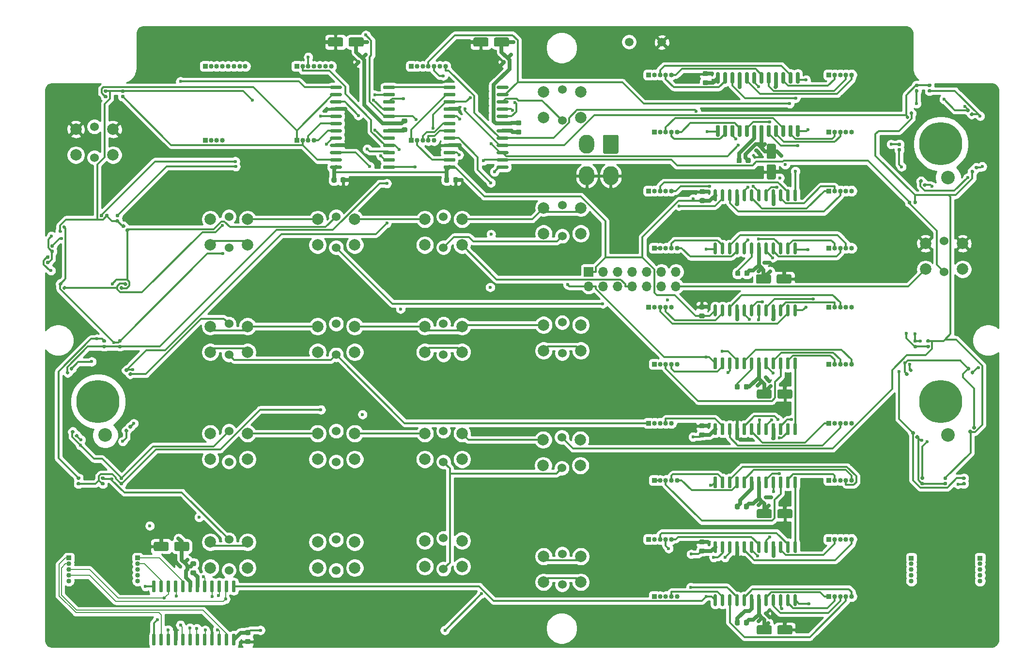
<source format=gbr>
G04 #@! TF.GenerationSoftware,KiCad,Pcbnew,(5.1.9)-1*
G04 #@! TF.CreationDate,2021-09-01T13:30:34-06:00*
G04 #@! TF.ProjectId,ufc_v4_main,7566635f-7634-45f6-9d61-696e2e6b6963,rev?*
G04 #@! TF.SameCoordinates,Original*
G04 #@! TF.FileFunction,Copper,L1,Top*
G04 #@! TF.FilePolarity,Positive*
%FSLAX46Y46*%
G04 Gerber Fmt 4.6, Leading zero omitted, Abs format (unit mm)*
G04 Created by KiCad (PCBNEW (5.1.9)-1) date 2021-09-01 13:30:34*
%MOMM*%
%LPD*%
G01*
G04 APERTURE LIST*
G04 #@! TA.AperFunction,WasherPad*
%ADD10C,2.381250*%
G04 #@! TD*
G04 #@! TA.AperFunction,WasherPad*
%ADD11C,7.540752*%
G04 #@! TD*
G04 #@! TA.AperFunction,ComponentPad*
%ADD12O,0.850000X0.850000*%
G04 #@! TD*
G04 #@! TA.AperFunction,ComponentPad*
%ADD13R,0.850000X0.850000*%
G04 #@! TD*
G04 #@! TA.AperFunction,ComponentPad*
%ADD14C,2.000000*%
G04 #@! TD*
G04 #@! TA.AperFunction,ComponentPad*
%ADD15C,1.524000*%
G04 #@! TD*
G04 #@! TA.AperFunction,ComponentPad*
%ADD16O,2.700000X3.300000*%
G04 #@! TD*
G04 #@! TA.AperFunction,ComponentPad*
%ADD17R,1.700000X1.700000*%
G04 #@! TD*
G04 #@! TA.AperFunction,ComponentPad*
%ADD18O,1.700000X1.700000*%
G04 #@! TD*
G04 #@! TA.AperFunction,ComponentPad*
%ADD19C,1.500000*%
G04 #@! TD*
G04 #@! TA.AperFunction,ViaPad*
%ADD20C,0.600000*%
G04 #@! TD*
G04 #@! TA.AperFunction,Conductor*
%ADD21C,0.635000*%
G04 #@! TD*
G04 #@! TA.AperFunction,Conductor*
%ADD22C,0.305000*%
G04 #@! TD*
G04 #@! TA.AperFunction,Conductor*
%ADD23C,0.304800*%
G04 #@! TD*
G04 #@! TA.AperFunction,Conductor*
%ADD24C,0.203200*%
G04 #@! TD*
G04 #@! TA.AperFunction,Conductor*
%ADD25C,0.254000*%
G04 #@! TD*
G04 #@! TA.AperFunction,Conductor*
%ADD26C,0.100000*%
G04 #@! TD*
G04 APERTURE END LIST*
D10*
X246100470Y-162136886D03*
D11*
X244853000Y-156268000D03*
D10*
X246100470Y-117052886D03*
D11*
X244853000Y-111184000D03*
D10*
X98780470Y-162136886D03*
D11*
X97533000Y-156268000D03*
G04 #@! TA.AperFunction,SMDPad,CuDef*
G36*
G01*
X219689000Y-98604000D02*
X219989000Y-98604000D01*
G75*
G02*
X220139000Y-98754000I0J-150000D01*
G01*
X220139000Y-100504000D01*
G75*
G02*
X219989000Y-100654000I-150000J0D01*
G01*
X219689000Y-100654000D01*
G75*
G02*
X219539000Y-100504000I0J150000D01*
G01*
X219539000Y-98754000D01*
G75*
G02*
X219689000Y-98604000I150000J0D01*
G01*
G37*
G04 #@! TD.AperFunction*
G04 #@! TA.AperFunction,SMDPad,CuDef*
G36*
G01*
X218419000Y-98604000D02*
X218719000Y-98604000D01*
G75*
G02*
X218869000Y-98754000I0J-150000D01*
G01*
X218869000Y-100504000D01*
G75*
G02*
X218719000Y-100654000I-150000J0D01*
G01*
X218419000Y-100654000D01*
G75*
G02*
X218269000Y-100504000I0J150000D01*
G01*
X218269000Y-98754000D01*
G75*
G02*
X218419000Y-98604000I150000J0D01*
G01*
G37*
G04 #@! TD.AperFunction*
G04 #@! TA.AperFunction,SMDPad,CuDef*
G36*
G01*
X217149000Y-98604000D02*
X217449000Y-98604000D01*
G75*
G02*
X217599000Y-98754000I0J-150000D01*
G01*
X217599000Y-100504000D01*
G75*
G02*
X217449000Y-100654000I-150000J0D01*
G01*
X217149000Y-100654000D01*
G75*
G02*
X216999000Y-100504000I0J150000D01*
G01*
X216999000Y-98754000D01*
G75*
G02*
X217149000Y-98604000I150000J0D01*
G01*
G37*
G04 #@! TD.AperFunction*
G04 #@! TA.AperFunction,SMDPad,CuDef*
G36*
G01*
X215879000Y-98604000D02*
X216179000Y-98604000D01*
G75*
G02*
X216329000Y-98754000I0J-150000D01*
G01*
X216329000Y-100504000D01*
G75*
G02*
X216179000Y-100654000I-150000J0D01*
G01*
X215879000Y-100654000D01*
G75*
G02*
X215729000Y-100504000I0J150000D01*
G01*
X215729000Y-98754000D01*
G75*
G02*
X215879000Y-98604000I150000J0D01*
G01*
G37*
G04 #@! TD.AperFunction*
G04 #@! TA.AperFunction,SMDPad,CuDef*
G36*
G01*
X214609000Y-98604000D02*
X214909000Y-98604000D01*
G75*
G02*
X215059000Y-98754000I0J-150000D01*
G01*
X215059000Y-100504000D01*
G75*
G02*
X214909000Y-100654000I-150000J0D01*
G01*
X214609000Y-100654000D01*
G75*
G02*
X214459000Y-100504000I0J150000D01*
G01*
X214459000Y-98754000D01*
G75*
G02*
X214609000Y-98604000I150000J0D01*
G01*
G37*
G04 #@! TD.AperFunction*
G04 #@! TA.AperFunction,SMDPad,CuDef*
G36*
G01*
X213339000Y-98604000D02*
X213639000Y-98604000D01*
G75*
G02*
X213789000Y-98754000I0J-150000D01*
G01*
X213789000Y-100504000D01*
G75*
G02*
X213639000Y-100654000I-150000J0D01*
G01*
X213339000Y-100654000D01*
G75*
G02*
X213189000Y-100504000I0J150000D01*
G01*
X213189000Y-98754000D01*
G75*
G02*
X213339000Y-98604000I150000J0D01*
G01*
G37*
G04 #@! TD.AperFunction*
G04 #@! TA.AperFunction,SMDPad,CuDef*
G36*
G01*
X212069000Y-98604000D02*
X212369000Y-98604000D01*
G75*
G02*
X212519000Y-98754000I0J-150000D01*
G01*
X212519000Y-100504000D01*
G75*
G02*
X212369000Y-100654000I-150000J0D01*
G01*
X212069000Y-100654000D01*
G75*
G02*
X211919000Y-100504000I0J150000D01*
G01*
X211919000Y-98754000D01*
G75*
G02*
X212069000Y-98604000I150000J0D01*
G01*
G37*
G04 #@! TD.AperFunction*
G04 #@! TA.AperFunction,SMDPad,CuDef*
G36*
G01*
X210799000Y-98604000D02*
X211099000Y-98604000D01*
G75*
G02*
X211249000Y-98754000I0J-150000D01*
G01*
X211249000Y-100504000D01*
G75*
G02*
X211099000Y-100654000I-150000J0D01*
G01*
X210799000Y-100654000D01*
G75*
G02*
X210649000Y-100504000I0J150000D01*
G01*
X210649000Y-98754000D01*
G75*
G02*
X210799000Y-98604000I150000J0D01*
G01*
G37*
G04 #@! TD.AperFunction*
G04 #@! TA.AperFunction,SMDPad,CuDef*
G36*
G01*
X209529000Y-98604000D02*
X209829000Y-98604000D01*
G75*
G02*
X209979000Y-98754000I0J-150000D01*
G01*
X209979000Y-100504000D01*
G75*
G02*
X209829000Y-100654000I-150000J0D01*
G01*
X209529000Y-100654000D01*
G75*
G02*
X209379000Y-100504000I0J150000D01*
G01*
X209379000Y-98754000D01*
G75*
G02*
X209529000Y-98604000I150000J0D01*
G01*
G37*
G04 #@! TD.AperFunction*
G04 #@! TA.AperFunction,SMDPad,CuDef*
G36*
G01*
X208259000Y-98604000D02*
X208559000Y-98604000D01*
G75*
G02*
X208709000Y-98754000I0J-150000D01*
G01*
X208709000Y-100504000D01*
G75*
G02*
X208559000Y-100654000I-150000J0D01*
G01*
X208259000Y-100654000D01*
G75*
G02*
X208109000Y-100504000I0J150000D01*
G01*
X208109000Y-98754000D01*
G75*
G02*
X208259000Y-98604000I150000J0D01*
G01*
G37*
G04 #@! TD.AperFunction*
G04 #@! TA.AperFunction,SMDPad,CuDef*
G36*
G01*
X206989000Y-98604000D02*
X207289000Y-98604000D01*
G75*
G02*
X207439000Y-98754000I0J-150000D01*
G01*
X207439000Y-100504000D01*
G75*
G02*
X207289000Y-100654000I-150000J0D01*
G01*
X206989000Y-100654000D01*
G75*
G02*
X206839000Y-100504000I0J150000D01*
G01*
X206839000Y-98754000D01*
G75*
G02*
X206989000Y-98604000I150000J0D01*
G01*
G37*
G04 #@! TD.AperFunction*
G04 #@! TA.AperFunction,SMDPad,CuDef*
G36*
G01*
X205719000Y-98604000D02*
X206019000Y-98604000D01*
G75*
G02*
X206169000Y-98754000I0J-150000D01*
G01*
X206169000Y-100504000D01*
G75*
G02*
X206019000Y-100654000I-150000J0D01*
G01*
X205719000Y-100654000D01*
G75*
G02*
X205569000Y-100504000I0J150000D01*
G01*
X205569000Y-98754000D01*
G75*
G02*
X205719000Y-98604000I150000J0D01*
G01*
G37*
G04 #@! TD.AperFunction*
G04 #@! TA.AperFunction,SMDPad,CuDef*
G36*
G01*
X205719000Y-107904000D02*
X206019000Y-107904000D01*
G75*
G02*
X206169000Y-108054000I0J-150000D01*
G01*
X206169000Y-109804000D01*
G75*
G02*
X206019000Y-109954000I-150000J0D01*
G01*
X205719000Y-109954000D01*
G75*
G02*
X205569000Y-109804000I0J150000D01*
G01*
X205569000Y-108054000D01*
G75*
G02*
X205719000Y-107904000I150000J0D01*
G01*
G37*
G04 #@! TD.AperFunction*
G04 #@! TA.AperFunction,SMDPad,CuDef*
G36*
G01*
X206989000Y-107904000D02*
X207289000Y-107904000D01*
G75*
G02*
X207439000Y-108054000I0J-150000D01*
G01*
X207439000Y-109804000D01*
G75*
G02*
X207289000Y-109954000I-150000J0D01*
G01*
X206989000Y-109954000D01*
G75*
G02*
X206839000Y-109804000I0J150000D01*
G01*
X206839000Y-108054000D01*
G75*
G02*
X206989000Y-107904000I150000J0D01*
G01*
G37*
G04 #@! TD.AperFunction*
G04 #@! TA.AperFunction,SMDPad,CuDef*
G36*
G01*
X208259000Y-107904000D02*
X208559000Y-107904000D01*
G75*
G02*
X208709000Y-108054000I0J-150000D01*
G01*
X208709000Y-109804000D01*
G75*
G02*
X208559000Y-109954000I-150000J0D01*
G01*
X208259000Y-109954000D01*
G75*
G02*
X208109000Y-109804000I0J150000D01*
G01*
X208109000Y-108054000D01*
G75*
G02*
X208259000Y-107904000I150000J0D01*
G01*
G37*
G04 #@! TD.AperFunction*
G04 #@! TA.AperFunction,SMDPad,CuDef*
G36*
G01*
X209529000Y-107904000D02*
X209829000Y-107904000D01*
G75*
G02*
X209979000Y-108054000I0J-150000D01*
G01*
X209979000Y-109804000D01*
G75*
G02*
X209829000Y-109954000I-150000J0D01*
G01*
X209529000Y-109954000D01*
G75*
G02*
X209379000Y-109804000I0J150000D01*
G01*
X209379000Y-108054000D01*
G75*
G02*
X209529000Y-107904000I150000J0D01*
G01*
G37*
G04 #@! TD.AperFunction*
G04 #@! TA.AperFunction,SMDPad,CuDef*
G36*
G01*
X210799000Y-107904000D02*
X211099000Y-107904000D01*
G75*
G02*
X211249000Y-108054000I0J-150000D01*
G01*
X211249000Y-109804000D01*
G75*
G02*
X211099000Y-109954000I-150000J0D01*
G01*
X210799000Y-109954000D01*
G75*
G02*
X210649000Y-109804000I0J150000D01*
G01*
X210649000Y-108054000D01*
G75*
G02*
X210799000Y-107904000I150000J0D01*
G01*
G37*
G04 #@! TD.AperFunction*
G04 #@! TA.AperFunction,SMDPad,CuDef*
G36*
G01*
X212069000Y-107904000D02*
X212369000Y-107904000D01*
G75*
G02*
X212519000Y-108054000I0J-150000D01*
G01*
X212519000Y-109804000D01*
G75*
G02*
X212369000Y-109954000I-150000J0D01*
G01*
X212069000Y-109954000D01*
G75*
G02*
X211919000Y-109804000I0J150000D01*
G01*
X211919000Y-108054000D01*
G75*
G02*
X212069000Y-107904000I150000J0D01*
G01*
G37*
G04 #@! TD.AperFunction*
G04 #@! TA.AperFunction,SMDPad,CuDef*
G36*
G01*
X213339000Y-107904000D02*
X213639000Y-107904000D01*
G75*
G02*
X213789000Y-108054000I0J-150000D01*
G01*
X213789000Y-109804000D01*
G75*
G02*
X213639000Y-109954000I-150000J0D01*
G01*
X213339000Y-109954000D01*
G75*
G02*
X213189000Y-109804000I0J150000D01*
G01*
X213189000Y-108054000D01*
G75*
G02*
X213339000Y-107904000I150000J0D01*
G01*
G37*
G04 #@! TD.AperFunction*
G04 #@! TA.AperFunction,SMDPad,CuDef*
G36*
G01*
X214609000Y-107904000D02*
X214909000Y-107904000D01*
G75*
G02*
X215059000Y-108054000I0J-150000D01*
G01*
X215059000Y-109804000D01*
G75*
G02*
X214909000Y-109954000I-150000J0D01*
G01*
X214609000Y-109954000D01*
G75*
G02*
X214459000Y-109804000I0J150000D01*
G01*
X214459000Y-108054000D01*
G75*
G02*
X214609000Y-107904000I150000J0D01*
G01*
G37*
G04 #@! TD.AperFunction*
G04 #@! TA.AperFunction,SMDPad,CuDef*
G36*
G01*
X215879000Y-107904000D02*
X216179000Y-107904000D01*
G75*
G02*
X216329000Y-108054000I0J-150000D01*
G01*
X216329000Y-109804000D01*
G75*
G02*
X216179000Y-109954000I-150000J0D01*
G01*
X215879000Y-109954000D01*
G75*
G02*
X215729000Y-109804000I0J150000D01*
G01*
X215729000Y-108054000D01*
G75*
G02*
X215879000Y-107904000I150000J0D01*
G01*
G37*
G04 #@! TD.AperFunction*
G04 #@! TA.AperFunction,SMDPad,CuDef*
G36*
G01*
X217149000Y-107904000D02*
X217449000Y-107904000D01*
G75*
G02*
X217599000Y-108054000I0J-150000D01*
G01*
X217599000Y-109804000D01*
G75*
G02*
X217449000Y-109954000I-150000J0D01*
G01*
X217149000Y-109954000D01*
G75*
G02*
X216999000Y-109804000I0J150000D01*
G01*
X216999000Y-108054000D01*
G75*
G02*
X217149000Y-107904000I150000J0D01*
G01*
G37*
G04 #@! TD.AperFunction*
G04 #@! TA.AperFunction,SMDPad,CuDef*
G36*
G01*
X218419000Y-107904000D02*
X218719000Y-107904000D01*
G75*
G02*
X218869000Y-108054000I0J-150000D01*
G01*
X218869000Y-109804000D01*
G75*
G02*
X218719000Y-109954000I-150000J0D01*
G01*
X218419000Y-109954000D01*
G75*
G02*
X218269000Y-109804000I0J150000D01*
G01*
X218269000Y-108054000D01*
G75*
G02*
X218419000Y-107904000I150000J0D01*
G01*
G37*
G04 #@! TD.AperFunction*
G04 #@! TA.AperFunction,SMDPad,CuDef*
G36*
G01*
X219689000Y-107904000D02*
X219989000Y-107904000D01*
G75*
G02*
X220139000Y-108054000I0J-150000D01*
G01*
X220139000Y-109804000D01*
G75*
G02*
X219989000Y-109954000I-150000J0D01*
G01*
X219689000Y-109954000D01*
G75*
G02*
X219539000Y-109804000I0J150000D01*
G01*
X219539000Y-108054000D01*
G75*
G02*
X219689000Y-107904000I150000J0D01*
G01*
G37*
G04 #@! TD.AperFunction*
G04 #@! TA.AperFunction,SMDPad,CuDef*
G36*
G01*
X214650000Y-114779000D02*
X215750000Y-114779000D01*
G75*
G02*
X216000000Y-115029000I0J-250000D01*
G01*
X216000000Y-117129000D01*
G75*
G02*
X215750000Y-117379000I-250000J0D01*
G01*
X214650000Y-117379000D01*
G75*
G02*
X214400000Y-117129000I0J250000D01*
G01*
X214400000Y-115029000D01*
G75*
G02*
X214650000Y-114779000I250000J0D01*
G01*
G37*
G04 #@! TD.AperFunction*
G04 #@! TA.AperFunction,SMDPad,CuDef*
G36*
G01*
X214650000Y-111179000D02*
X215750000Y-111179000D01*
G75*
G02*
X216000000Y-111429000I0J-250000D01*
G01*
X216000000Y-113529000D01*
G75*
G02*
X215750000Y-113779000I-250000J0D01*
G01*
X214650000Y-113779000D01*
G75*
G02*
X214400000Y-113529000I0J250000D01*
G01*
X214400000Y-111429000D01*
G75*
G02*
X214650000Y-111179000I250000J0D01*
G01*
G37*
G04 #@! TD.AperFunction*
G04 #@! TA.AperFunction,SMDPad,CuDef*
G36*
G01*
X213379567Y-111355481D02*
X213623519Y-111599433D01*
G75*
G02*
X213623519Y-111808029I-104298J-104298D01*
G01*
X213414923Y-112016625D01*
G75*
G02*
X213206327Y-112016625I-104298J104298D01*
G01*
X212962375Y-111772673D01*
G75*
G02*
X212962375Y-111564077I104298J104298D01*
G01*
X213170971Y-111355481D01*
G75*
G02*
X213379567Y-111355481I104298J-104298D01*
G01*
G37*
G04 #@! TD.AperFunction*
G04 #@! TA.AperFunction,SMDPad,CuDef*
G36*
G01*
X212693673Y-112041375D02*
X212937625Y-112285327D01*
G75*
G02*
X212937625Y-112493923I-104298J-104298D01*
G01*
X212729029Y-112702519D01*
G75*
G02*
X212520433Y-112702519I-104298J104298D01*
G01*
X212276481Y-112458567D01*
G75*
G02*
X212276481Y-112249971I104298J104298D01*
G01*
X212485077Y-112041375D01*
G75*
G02*
X212693673Y-112041375I104298J-104298D01*
G01*
G37*
G04 #@! TD.AperFunction*
G04 #@! TA.AperFunction,SMDPad,CuDef*
G36*
G01*
X212539000Y-135370000D02*
X212539000Y-134270000D01*
G75*
G02*
X212789000Y-134020000I250000J0D01*
G01*
X214889000Y-134020000D01*
G75*
G02*
X215139000Y-134270000I0J-250000D01*
G01*
X215139000Y-135370000D01*
G75*
G02*
X214889000Y-135620000I-250000J0D01*
G01*
X212789000Y-135620000D01*
G75*
G02*
X212539000Y-135370000I0J250000D01*
G01*
G37*
G04 #@! TD.AperFunction*
G04 #@! TA.AperFunction,SMDPad,CuDef*
G36*
G01*
X216139000Y-135370000D02*
X216139000Y-134270000D01*
G75*
G02*
X216389000Y-134020000I250000J0D01*
G01*
X218489000Y-134020000D01*
G75*
G02*
X218739000Y-134270000I0J-250000D01*
G01*
X218739000Y-135370000D01*
G75*
G02*
X218489000Y-135620000I-250000J0D01*
G01*
X216389000Y-135620000D01*
G75*
G02*
X216139000Y-135370000I0J250000D01*
G01*
G37*
G04 #@! TD.AperFunction*
G04 #@! TA.AperFunction,SMDPad,CuDef*
G36*
G01*
X213895327Y-132307625D02*
X213651375Y-132063673D01*
G75*
G02*
X213651375Y-131855077I104298J104298D01*
G01*
X213859971Y-131646481D01*
G75*
G02*
X214068567Y-131646481I104298J-104298D01*
G01*
X214312519Y-131890433D01*
G75*
G02*
X214312519Y-132099029I-104298J-104298D01*
G01*
X214103923Y-132307625D01*
G75*
G02*
X213895327Y-132307625I-104298J104298D01*
G01*
G37*
G04 #@! TD.AperFunction*
G04 #@! TA.AperFunction,SMDPad,CuDef*
G36*
G01*
X213209433Y-132993519D02*
X212965481Y-132749567D01*
G75*
G02*
X212965481Y-132540971I104298J104298D01*
G01*
X213174077Y-132332375D01*
G75*
G02*
X213382673Y-132332375I104298J-104298D01*
G01*
X213626625Y-132576327D01*
G75*
G02*
X213626625Y-132784923I-104298J-104298D01*
G01*
X213418029Y-132993519D01*
G75*
G02*
X213209433Y-132993519I-104298J104298D01*
G01*
G37*
G04 #@! TD.AperFunction*
G04 #@! TA.AperFunction,SMDPad,CuDef*
G36*
G01*
X212668000Y-155506000D02*
X212668000Y-154406000D01*
G75*
G02*
X212918000Y-154156000I250000J0D01*
G01*
X215018000Y-154156000D01*
G75*
G02*
X215268000Y-154406000I0J-250000D01*
G01*
X215268000Y-155506000D01*
G75*
G02*
X215018000Y-155756000I-250000J0D01*
G01*
X212918000Y-155756000D01*
G75*
G02*
X212668000Y-155506000I0J250000D01*
G01*
G37*
G04 #@! TD.AperFunction*
G04 #@! TA.AperFunction,SMDPad,CuDef*
G36*
G01*
X216268000Y-155506000D02*
X216268000Y-154406000D01*
G75*
G02*
X216518000Y-154156000I250000J0D01*
G01*
X218618000Y-154156000D01*
G75*
G02*
X218868000Y-154406000I0J-250000D01*
G01*
X218868000Y-155506000D01*
G75*
G02*
X218618000Y-155756000I-250000J0D01*
G01*
X216518000Y-155756000D01*
G75*
G02*
X216268000Y-155506000I0J250000D01*
G01*
G37*
G04 #@! TD.AperFunction*
G04 #@! TA.AperFunction,SMDPad,CuDef*
G36*
G01*
X214119327Y-152403625D02*
X213875375Y-152159673D01*
G75*
G02*
X213875375Y-151951077I104298J104298D01*
G01*
X214083971Y-151742481D01*
G75*
G02*
X214292567Y-151742481I104298J-104298D01*
G01*
X214536519Y-151986433D01*
G75*
G02*
X214536519Y-152195029I-104298J-104298D01*
G01*
X214327923Y-152403625D01*
G75*
G02*
X214119327Y-152403625I-104298J104298D01*
G01*
G37*
G04 #@! TD.AperFunction*
G04 #@! TA.AperFunction,SMDPad,CuDef*
G36*
G01*
X213433433Y-153089519D02*
X213189481Y-152845567D01*
G75*
G02*
X213189481Y-152636971I104298J104298D01*
G01*
X213398077Y-152428375D01*
G75*
G02*
X213606673Y-152428375I104298J-104298D01*
G01*
X213850625Y-152672327D01*
G75*
G02*
X213850625Y-152880923I-104298J-104298D01*
G01*
X213642029Y-153089519D01*
G75*
G02*
X213433433Y-153089519I-104298J104298D01*
G01*
G37*
G04 #@! TD.AperFunction*
G04 #@! TA.AperFunction,SMDPad,CuDef*
G36*
G01*
X216268000Y-176461000D02*
X216268000Y-175361000D01*
G75*
G02*
X216518000Y-175111000I250000J0D01*
G01*
X218618000Y-175111000D01*
G75*
G02*
X218868000Y-175361000I0J-250000D01*
G01*
X218868000Y-176461000D01*
G75*
G02*
X218618000Y-176711000I-250000J0D01*
G01*
X216518000Y-176711000D01*
G75*
G02*
X216268000Y-176461000I0J250000D01*
G01*
G37*
G04 #@! TD.AperFunction*
G04 #@! TA.AperFunction,SMDPad,CuDef*
G36*
G01*
X212668000Y-176461000D02*
X212668000Y-175361000D01*
G75*
G02*
X212918000Y-175111000I250000J0D01*
G01*
X215018000Y-175111000D01*
G75*
G02*
X215268000Y-175361000I0J-250000D01*
G01*
X215268000Y-176461000D01*
G75*
G02*
X215018000Y-176711000I-250000J0D01*
G01*
X212918000Y-176711000D01*
G75*
G02*
X212668000Y-176461000I0J250000D01*
G01*
G37*
G04 #@! TD.AperFunction*
G04 #@! TA.AperFunction,SMDPad,CuDef*
G36*
G01*
X213433433Y-174044519D02*
X213189481Y-173800567D01*
G75*
G02*
X213189481Y-173591971I104298J104298D01*
G01*
X213398077Y-173383375D01*
G75*
G02*
X213606673Y-173383375I104298J-104298D01*
G01*
X213850625Y-173627327D01*
G75*
G02*
X213850625Y-173835923I-104298J-104298D01*
G01*
X213642029Y-174044519D01*
G75*
G02*
X213433433Y-174044519I-104298J104298D01*
G01*
G37*
G04 #@! TD.AperFunction*
G04 #@! TA.AperFunction,SMDPad,CuDef*
G36*
G01*
X214119327Y-173358625D02*
X213875375Y-173114673D01*
G75*
G02*
X213875375Y-172906077I104298J104298D01*
G01*
X214083971Y-172697481D01*
G75*
G02*
X214292567Y-172697481I104298J-104298D01*
G01*
X214536519Y-172941433D01*
G75*
G02*
X214536519Y-173150029I-104298J-104298D01*
G01*
X214327923Y-173358625D01*
G75*
G02*
X214119327Y-173358625I-104298J104298D01*
G01*
G37*
G04 #@! TD.AperFunction*
G04 #@! TA.AperFunction,SMDPad,CuDef*
G36*
G01*
X212668000Y-196781000D02*
X212668000Y-195681000D01*
G75*
G02*
X212918000Y-195431000I250000J0D01*
G01*
X215018000Y-195431000D01*
G75*
G02*
X215268000Y-195681000I0J-250000D01*
G01*
X215268000Y-196781000D01*
G75*
G02*
X215018000Y-197031000I-250000J0D01*
G01*
X212918000Y-197031000D01*
G75*
G02*
X212668000Y-196781000I0J250000D01*
G01*
G37*
G04 #@! TD.AperFunction*
G04 #@! TA.AperFunction,SMDPad,CuDef*
G36*
G01*
X216268000Y-196781000D02*
X216268000Y-195681000D01*
G75*
G02*
X216518000Y-195431000I250000J0D01*
G01*
X218618000Y-195431000D01*
G75*
G02*
X218868000Y-195681000I0J-250000D01*
G01*
X218868000Y-196781000D01*
G75*
G02*
X218618000Y-197031000I-250000J0D01*
G01*
X216518000Y-197031000D01*
G75*
G02*
X216268000Y-196781000I0J250000D01*
G01*
G37*
G04 #@! TD.AperFunction*
G04 #@! TA.AperFunction,SMDPad,CuDef*
G36*
G01*
X214119327Y-193678625D02*
X213875375Y-193434673D01*
G75*
G02*
X213875375Y-193226077I104298J104298D01*
G01*
X214083971Y-193017481D01*
G75*
G02*
X214292567Y-193017481I104298J-104298D01*
G01*
X214536519Y-193261433D01*
G75*
G02*
X214536519Y-193470029I-104298J-104298D01*
G01*
X214327923Y-193678625D01*
G75*
G02*
X214119327Y-193678625I-104298J104298D01*
G01*
G37*
G04 #@! TD.AperFunction*
G04 #@! TA.AperFunction,SMDPad,CuDef*
G36*
G01*
X213433433Y-194364519D02*
X213189481Y-194120567D01*
G75*
G02*
X213189481Y-193911971I104298J104298D01*
G01*
X213398077Y-193703375D01*
G75*
G02*
X213606673Y-193703375I104298J-104298D01*
G01*
X213850625Y-193947327D01*
G75*
G02*
X213850625Y-194155923I-104298J-104298D01*
G01*
X213642029Y-194364519D01*
G75*
G02*
X213433433Y-194364519I-104298J104298D01*
G01*
G37*
G04 #@! TD.AperFunction*
G04 #@! TA.AperFunction,SMDPad,CuDef*
G36*
G01*
X109858000Y-181076000D02*
X109858000Y-182176000D01*
G75*
G02*
X109608000Y-182426000I-250000J0D01*
G01*
X107508000Y-182426000D01*
G75*
G02*
X107258000Y-182176000I0J250000D01*
G01*
X107258000Y-181076000D01*
G75*
G02*
X107508000Y-180826000I250000J0D01*
G01*
X109608000Y-180826000D01*
G75*
G02*
X109858000Y-181076000I0J-250000D01*
G01*
G37*
G04 #@! TD.AperFunction*
G04 #@! TA.AperFunction,SMDPad,CuDef*
G36*
G01*
X113458000Y-181076000D02*
X113458000Y-182176000D01*
G75*
G02*
X113208000Y-182426000I-250000J0D01*
G01*
X111108000Y-182426000D01*
G75*
G02*
X110858000Y-182176000I0J250000D01*
G01*
X110858000Y-181076000D01*
G75*
G02*
X111108000Y-180826000I250000J0D01*
G01*
X113208000Y-180826000D01*
G75*
G02*
X113458000Y-181076000I0J-250000D01*
G01*
G37*
G04 #@! TD.AperFunction*
G04 #@! TA.AperFunction,SMDPad,CuDef*
G36*
G01*
X112692567Y-184127481D02*
X112936519Y-184371433D01*
G75*
G02*
X112936519Y-184580029I-104298J-104298D01*
G01*
X112727923Y-184788625D01*
G75*
G02*
X112519327Y-184788625I-104298J104298D01*
G01*
X112275375Y-184544673D01*
G75*
G02*
X112275375Y-184336077I104298J104298D01*
G01*
X112483971Y-184127481D01*
G75*
G02*
X112692567Y-184127481I104298J-104298D01*
G01*
G37*
G04 #@! TD.AperFunction*
G04 #@! TA.AperFunction,SMDPad,CuDef*
G36*
G01*
X112006673Y-184813375D02*
X112250625Y-185057327D01*
G75*
G02*
X112250625Y-185265923I-104298J-104298D01*
G01*
X112042029Y-185474519D01*
G75*
G02*
X111833433Y-185474519I-104298J104298D01*
G01*
X111589481Y-185230567D01*
G75*
G02*
X111589481Y-185021971I104298J104298D01*
G01*
X111798077Y-184813375D01*
G75*
G02*
X112006673Y-184813375I104298J-104298D01*
G01*
G37*
G04 #@! TD.AperFunction*
G04 #@! TA.AperFunction,SMDPad,CuDef*
G36*
G01*
X143938000Y-92811000D02*
X143938000Y-93911000D01*
G75*
G02*
X143688000Y-94161000I-250000J0D01*
G01*
X141588000Y-94161000D01*
G75*
G02*
X141338000Y-93911000I0J250000D01*
G01*
X141338000Y-92811000D01*
G75*
G02*
X141588000Y-92561000I250000J0D01*
G01*
X143688000Y-92561000D01*
G75*
G02*
X143938000Y-92811000I0J-250000D01*
G01*
G37*
G04 #@! TD.AperFunction*
G04 #@! TA.AperFunction,SMDPad,CuDef*
G36*
G01*
X140338000Y-92811000D02*
X140338000Y-93911000D01*
G75*
G02*
X140088000Y-94161000I-250000J0D01*
G01*
X137988000Y-94161000D01*
G75*
G02*
X137738000Y-93911000I0J250000D01*
G01*
X137738000Y-92811000D01*
G75*
G02*
X137988000Y-92561000I250000J0D01*
G01*
X140088000Y-92561000D01*
G75*
G02*
X140338000Y-92811000I0J-250000D01*
G01*
G37*
G04 #@! TD.AperFunction*
G04 #@! TA.AperFunction,SMDPad,CuDef*
G36*
G01*
X143121673Y-96548375D02*
X143365625Y-96792327D01*
G75*
G02*
X143365625Y-97000923I-104298J-104298D01*
G01*
X143157029Y-97209519D01*
G75*
G02*
X142948433Y-97209519I-104298J104298D01*
G01*
X142704481Y-96965567D01*
G75*
G02*
X142704481Y-96756971I104298J104298D01*
G01*
X142913077Y-96548375D01*
G75*
G02*
X143121673Y-96548375I104298J-104298D01*
G01*
G37*
G04 #@! TD.AperFunction*
G04 #@! TA.AperFunction,SMDPad,CuDef*
G36*
G01*
X143807567Y-95862481D02*
X144051519Y-96106433D01*
G75*
G02*
X144051519Y-96315029I-104298J-104298D01*
G01*
X143842923Y-96523625D01*
G75*
G02*
X143634327Y-96523625I-104298J104298D01*
G01*
X143390375Y-96279673D01*
G75*
G02*
X143390375Y-96071077I104298J104298D01*
G01*
X143598971Y-95862481D01*
G75*
G02*
X143807567Y-95862481I104298J-104298D01*
G01*
G37*
G04 #@! TD.AperFunction*
G04 #@! TA.AperFunction,SMDPad,CuDef*
G36*
G01*
X165738000Y-92811000D02*
X165738000Y-93911000D01*
G75*
G02*
X165488000Y-94161000I-250000J0D01*
G01*
X163388000Y-94161000D01*
G75*
G02*
X163138000Y-93911000I0J250000D01*
G01*
X163138000Y-92811000D01*
G75*
G02*
X163388000Y-92561000I250000J0D01*
G01*
X165488000Y-92561000D01*
G75*
G02*
X165738000Y-92811000I0J-250000D01*
G01*
G37*
G04 #@! TD.AperFunction*
G04 #@! TA.AperFunction,SMDPad,CuDef*
G36*
G01*
X169338000Y-92811000D02*
X169338000Y-93911000D01*
G75*
G02*
X169088000Y-94161000I-250000J0D01*
G01*
X166988000Y-94161000D01*
G75*
G02*
X166738000Y-93911000I0J250000D01*
G01*
X166738000Y-92811000D01*
G75*
G02*
X166988000Y-92561000I250000J0D01*
G01*
X169088000Y-92561000D01*
G75*
G02*
X169338000Y-92811000I0J-250000D01*
G01*
G37*
G04 #@! TD.AperFunction*
G04 #@! TA.AperFunction,SMDPad,CuDef*
G36*
G01*
X169207567Y-95862481D02*
X169451519Y-96106433D01*
G75*
G02*
X169451519Y-96315029I-104298J-104298D01*
G01*
X169242923Y-96523625D01*
G75*
G02*
X169034327Y-96523625I-104298J104298D01*
G01*
X168790375Y-96279673D01*
G75*
G02*
X168790375Y-96071077I104298J104298D01*
G01*
X168998971Y-95862481D01*
G75*
G02*
X169207567Y-95862481I104298J-104298D01*
G01*
G37*
G04 #@! TD.AperFunction*
G04 #@! TA.AperFunction,SMDPad,CuDef*
G36*
G01*
X168521673Y-96548375D02*
X168765625Y-96792327D01*
G75*
G02*
X168765625Y-97000923I-104298J-104298D01*
G01*
X168557029Y-97209519D01*
G75*
G02*
X168348433Y-97209519I-104298J104298D01*
G01*
X168104481Y-96965567D01*
G75*
G02*
X168104481Y-96756971I104298J104298D01*
G01*
X168313077Y-96548375D01*
G75*
G02*
X168521673Y-96548375I104298J-104298D01*
G01*
G37*
G04 #@! TD.AperFunction*
G04 #@! TA.AperFunction,SMDPad,CuDef*
G36*
G01*
X99025400Y-102226000D02*
X98680400Y-102226000D01*
G75*
G02*
X98532900Y-102078500I0J147500D01*
G01*
X98532900Y-101783500D01*
G75*
G02*
X98680400Y-101636000I147500J0D01*
G01*
X99025400Y-101636000D01*
G75*
G02*
X99172900Y-101783500I0J-147500D01*
G01*
X99172900Y-102078500D01*
G75*
G02*
X99025400Y-102226000I-147500J0D01*
G01*
G37*
G04 #@! TD.AperFunction*
G04 #@! TA.AperFunction,SMDPad,CuDef*
G36*
G01*
X99025400Y-103196000D02*
X98680400Y-103196000D01*
G75*
G02*
X98532900Y-103048500I0J147500D01*
G01*
X98532900Y-102753500D01*
G75*
G02*
X98680400Y-102606000I147500J0D01*
G01*
X99025400Y-102606000D01*
G75*
G02*
X99172900Y-102753500I0J-147500D01*
G01*
X99172900Y-103048500D01*
G75*
G02*
X99025400Y-103196000I-147500J0D01*
G01*
G37*
G04 #@! TD.AperFunction*
G04 #@! TA.AperFunction,SMDPad,CuDef*
G36*
G01*
X102025500Y-103196000D02*
X101680500Y-103196000D01*
G75*
G02*
X101533000Y-103048500I0J147500D01*
G01*
X101533000Y-102753500D01*
G75*
G02*
X101680500Y-102606000I147500J0D01*
G01*
X102025500Y-102606000D01*
G75*
G02*
X102173000Y-102753500I0J-147500D01*
G01*
X102173000Y-103048500D01*
G75*
G02*
X102025500Y-103196000I-147500J0D01*
G01*
G37*
G04 #@! TD.AperFunction*
G04 #@! TA.AperFunction,SMDPad,CuDef*
G36*
G01*
X102025500Y-102226000D02*
X101680500Y-102226000D01*
G75*
G02*
X101533000Y-102078500I0J147500D01*
G01*
X101533000Y-101783500D01*
G75*
G02*
X101680500Y-101636000I147500J0D01*
G01*
X102025500Y-101636000D01*
G75*
G02*
X102173000Y-101783500I0J-147500D01*
G01*
X102173000Y-102078500D01*
G75*
G02*
X102025500Y-102226000I-147500J0D01*
G01*
G37*
G04 #@! TD.AperFunction*
G04 #@! TA.AperFunction,SMDPad,CuDef*
G36*
G01*
X98762900Y-123898500D02*
X98762900Y-123553500D01*
G75*
G02*
X98910400Y-123406000I147500J0D01*
G01*
X99205400Y-123406000D01*
G75*
G02*
X99352900Y-123553500I0J-147500D01*
G01*
X99352900Y-123898500D01*
G75*
G02*
X99205400Y-124046000I-147500J0D01*
G01*
X98910400Y-124046000D01*
G75*
G02*
X98762900Y-123898500I0J147500D01*
G01*
G37*
G04 #@! TD.AperFunction*
G04 #@! TA.AperFunction,SMDPad,CuDef*
G36*
G01*
X97792900Y-123898500D02*
X97792900Y-123553500D01*
G75*
G02*
X97940400Y-123406000I147500J0D01*
G01*
X98235400Y-123406000D01*
G75*
G02*
X98382900Y-123553500I0J-147500D01*
G01*
X98382900Y-123898500D01*
G75*
G02*
X98235400Y-124046000I-147500J0D01*
G01*
X97940400Y-124046000D01*
G75*
G02*
X97792900Y-123898500I0J147500D01*
G01*
G37*
G04 #@! TD.AperFunction*
G04 #@! TA.AperFunction,SMDPad,CuDef*
G36*
G01*
X100740500Y-123426000D02*
X101085500Y-123426000D01*
G75*
G02*
X101233000Y-123573500I0J-147500D01*
G01*
X101233000Y-123868500D01*
G75*
G02*
X101085500Y-124016000I-147500J0D01*
G01*
X100740500Y-124016000D01*
G75*
G02*
X100593000Y-123868500I0J147500D01*
G01*
X100593000Y-123573500D01*
G75*
G02*
X100740500Y-123426000I147500J0D01*
G01*
G37*
G04 #@! TD.AperFunction*
G04 #@! TA.AperFunction,SMDPad,CuDef*
G36*
G01*
X100740500Y-124396000D02*
X101085500Y-124396000D01*
G75*
G02*
X101233000Y-124543500I0J-147500D01*
G01*
X101233000Y-124838500D01*
G75*
G02*
X101085500Y-124986000I-147500J0D01*
G01*
X100740500Y-124986000D01*
G75*
G02*
X100593000Y-124838500I0J147500D01*
G01*
X100593000Y-124543500D01*
G75*
G02*
X100740500Y-124396000I147500J0D01*
G01*
G37*
G04 #@! TD.AperFunction*
G04 #@! TA.AperFunction,SMDPad,CuDef*
G36*
G01*
X91012573Y-126102375D02*
X91256525Y-126346327D01*
G75*
G02*
X91256525Y-126554923I-104298J-104298D01*
G01*
X91047929Y-126763519D01*
G75*
G02*
X90839333Y-126763519I-104298J104298D01*
G01*
X90595381Y-126519567D01*
G75*
G02*
X90595381Y-126310971I104298J104298D01*
G01*
X90803977Y-126102375D01*
G75*
G02*
X91012573Y-126102375I104298J-104298D01*
G01*
G37*
G04 #@! TD.AperFunction*
G04 #@! TA.AperFunction,SMDPad,CuDef*
G36*
G01*
X91698467Y-125416481D02*
X91942419Y-125660433D01*
G75*
G02*
X91942419Y-125869029I-104298J-104298D01*
G01*
X91733823Y-126077625D01*
G75*
G02*
X91525227Y-126077625I-104298J104298D01*
G01*
X91281275Y-125833673D01*
G75*
G02*
X91281275Y-125625077I104298J104298D01*
G01*
X91489871Y-125416481D01*
G75*
G02*
X91698467Y-125416481I104298J-104298D01*
G01*
G37*
G04 #@! TD.AperFunction*
G04 #@! TA.AperFunction,SMDPad,CuDef*
G36*
G01*
X102966519Y-126345567D02*
X102722567Y-126589519D01*
G75*
G02*
X102513971Y-126589519I-104298J104298D01*
G01*
X102305375Y-126380923D01*
G75*
G02*
X102305375Y-126172327I104298J104298D01*
G01*
X102549327Y-125928375D01*
G75*
G02*
X102757923Y-125928375I104298J-104298D01*
G01*
X102966519Y-126136971D01*
G75*
G02*
X102966519Y-126345567I-104298J-104298D01*
G01*
G37*
G04 #@! TD.AperFunction*
G04 #@! TA.AperFunction,SMDPad,CuDef*
G36*
G01*
X102280625Y-125659673D02*
X102036673Y-125903625D01*
G75*
G02*
X101828077Y-125903625I-104298J104298D01*
G01*
X101619481Y-125695029D01*
G75*
G02*
X101619481Y-125486433I104298J104298D01*
G01*
X101863433Y-125242481D01*
G75*
G02*
X102072029Y-125242481I104298J-104298D01*
G01*
X102280625Y-125451077D01*
G75*
G02*
X102280625Y-125659673I-104298J-104298D01*
G01*
G37*
G04 #@! TD.AperFunction*
G04 #@! TA.AperFunction,SMDPad,CuDef*
G36*
G01*
X91310375Y-136273327D02*
X91554327Y-136029375D01*
G75*
G02*
X91762923Y-136029375I104298J-104298D01*
G01*
X91971519Y-136237971D01*
G75*
G02*
X91971519Y-136446567I-104298J-104298D01*
G01*
X91727567Y-136690519D01*
G75*
G02*
X91518971Y-136690519I-104298J104298D01*
G01*
X91310375Y-136481923D01*
G75*
G02*
X91310375Y-136273327I104298J104298D01*
G01*
G37*
G04 #@! TD.AperFunction*
G04 #@! TA.AperFunction,SMDPad,CuDef*
G36*
G01*
X90624481Y-135587433D02*
X90868433Y-135343481D01*
G75*
G02*
X91077029Y-135343481I104298J-104298D01*
G01*
X91285625Y-135552077D01*
G75*
G02*
X91285625Y-135760673I-104298J-104298D01*
G01*
X91041673Y-136004625D01*
G75*
G02*
X90833077Y-136004625I-104298J104298D01*
G01*
X90624481Y-135796029D01*
G75*
G02*
X90624481Y-135587433I104298J104298D01*
G01*
G37*
G04 #@! TD.AperFunction*
G04 #@! TA.AperFunction,SMDPad,CuDef*
G36*
G01*
X101528433Y-136720519D02*
X101284481Y-136476567D01*
G75*
G02*
X101284481Y-136267971I104298J104298D01*
G01*
X101493077Y-136059375D01*
G75*
G02*
X101701673Y-136059375I104298J-104298D01*
G01*
X101945625Y-136303327D01*
G75*
G02*
X101945625Y-136511923I-104298J-104298D01*
G01*
X101737029Y-136720519D01*
G75*
G02*
X101528433Y-136720519I-104298J104298D01*
G01*
G37*
G04 #@! TD.AperFunction*
G04 #@! TA.AperFunction,SMDPad,CuDef*
G36*
G01*
X102214327Y-136034625D02*
X101970375Y-135790673D01*
G75*
G02*
X101970375Y-135582077I104298J104298D01*
G01*
X102178971Y-135373481D01*
G75*
G02*
X102387567Y-135373481I104298J-104298D01*
G01*
X102631519Y-135617433D01*
G75*
G02*
X102631519Y-135826029I-104298J-104298D01*
G01*
X102422923Y-136034625D01*
G75*
G02*
X102214327Y-136034625I-104298J104298D01*
G01*
G37*
G04 #@! TD.AperFunction*
G04 #@! TA.AperFunction,SMDPad,CuDef*
G36*
G01*
X239663000Y-121243500D02*
X239663000Y-121588500D01*
G75*
G02*
X239515500Y-121736000I-147500J0D01*
G01*
X239220500Y-121736000D01*
G75*
G02*
X239073000Y-121588500I0J147500D01*
G01*
X239073000Y-121243500D01*
G75*
G02*
X239220500Y-121096000I147500J0D01*
G01*
X239515500Y-121096000D01*
G75*
G02*
X239663000Y-121243500I0J-147500D01*
G01*
G37*
G04 #@! TD.AperFunction*
G04 #@! TA.AperFunction,SMDPad,CuDef*
G36*
G01*
X240633000Y-121243500D02*
X240633000Y-121588500D01*
G75*
G02*
X240485500Y-121736000I-147500J0D01*
G01*
X240190500Y-121736000D01*
G75*
G02*
X240043000Y-121588500I0J147500D01*
G01*
X240043000Y-121243500D01*
G75*
G02*
X240190500Y-121096000I147500J0D01*
G01*
X240485500Y-121096000D01*
G75*
G02*
X240633000Y-121243500I0J-147500D01*
G01*
G37*
G04 #@! TD.AperFunction*
G04 #@! TA.AperFunction,SMDPad,CuDef*
G36*
G01*
X98430400Y-146356000D02*
X98775400Y-146356000D01*
G75*
G02*
X98922900Y-146503500I0J-147500D01*
G01*
X98922900Y-146798500D01*
G75*
G02*
X98775400Y-146946000I-147500J0D01*
G01*
X98430400Y-146946000D01*
G75*
G02*
X98282900Y-146798500I0J147500D01*
G01*
X98282900Y-146503500D01*
G75*
G02*
X98430400Y-146356000I147500J0D01*
G01*
G37*
G04 #@! TD.AperFunction*
G04 #@! TA.AperFunction,SMDPad,CuDef*
G36*
G01*
X98430400Y-145386000D02*
X98775400Y-145386000D01*
G75*
G02*
X98922900Y-145533500I0J-147500D01*
G01*
X98922900Y-145828500D01*
G75*
G02*
X98775400Y-145976000I-147500J0D01*
G01*
X98430400Y-145976000D01*
G75*
G02*
X98282900Y-145828500I0J147500D01*
G01*
X98282900Y-145533500D01*
G75*
G02*
X98430400Y-145386000I147500J0D01*
G01*
G37*
G04 #@! TD.AperFunction*
G04 #@! TA.AperFunction,SMDPad,CuDef*
G36*
G01*
X101180500Y-145371000D02*
X101525500Y-145371000D01*
G75*
G02*
X101673000Y-145518500I0J-147500D01*
G01*
X101673000Y-145813500D01*
G75*
G02*
X101525500Y-145961000I-147500J0D01*
G01*
X101180500Y-145961000D01*
G75*
G02*
X101033000Y-145813500I0J147500D01*
G01*
X101033000Y-145518500D01*
G75*
G02*
X101180500Y-145371000I147500J0D01*
G01*
G37*
G04 #@! TD.AperFunction*
G04 #@! TA.AperFunction,SMDPad,CuDef*
G36*
G01*
X101180500Y-146341000D02*
X101525500Y-146341000D01*
G75*
G02*
X101673000Y-146488500I0J-147500D01*
G01*
X101673000Y-146783500D01*
G75*
G02*
X101525500Y-146931000I-147500J0D01*
G01*
X101180500Y-146931000D01*
G75*
G02*
X101033000Y-146783500I0J147500D01*
G01*
X101033000Y-146488500D01*
G75*
G02*
X101180500Y-146341000I147500J0D01*
G01*
G37*
G04 #@! TD.AperFunction*
G04 #@! TA.AperFunction,SMDPad,CuDef*
G36*
G01*
X92282573Y-150867375D02*
X92526525Y-151111327D01*
G75*
G02*
X92526525Y-151319923I-104298J-104298D01*
G01*
X92317929Y-151528519D01*
G75*
G02*
X92109333Y-151528519I-104298J104298D01*
G01*
X91865381Y-151284567D01*
G75*
G02*
X91865381Y-151075971I104298J104298D01*
G01*
X92073977Y-150867375D01*
G75*
G02*
X92282573Y-150867375I104298J-104298D01*
G01*
G37*
G04 #@! TD.AperFunction*
G04 #@! TA.AperFunction,SMDPad,CuDef*
G36*
G01*
X92968467Y-150181481D02*
X93212419Y-150425433D01*
G75*
G02*
X93212419Y-150634029I-104298J-104298D01*
G01*
X93003823Y-150842625D01*
G75*
G02*
X92795227Y-150842625I-104298J104298D01*
G01*
X92551275Y-150598673D01*
G75*
G02*
X92551275Y-150390077I104298J104298D01*
G01*
X92759871Y-150181481D01*
G75*
G02*
X92968467Y-150181481I104298J-104298D01*
G01*
G37*
G04 #@! TD.AperFunction*
G04 #@! TA.AperFunction,SMDPad,CuDef*
G36*
G01*
X240775500Y-102196000D02*
X240430500Y-102196000D01*
G75*
G02*
X240283000Y-102048500I0J147500D01*
G01*
X240283000Y-101753500D01*
G75*
G02*
X240430500Y-101606000I147500J0D01*
G01*
X240775500Y-101606000D01*
G75*
G02*
X240923000Y-101753500I0J-147500D01*
G01*
X240923000Y-102048500D01*
G75*
G02*
X240775500Y-102196000I-147500J0D01*
G01*
G37*
G04 #@! TD.AperFunction*
G04 #@! TA.AperFunction,SMDPad,CuDef*
G36*
G01*
X240775500Y-101226000D02*
X240430500Y-101226000D01*
G75*
G02*
X240283000Y-101078500I0J147500D01*
G01*
X240283000Y-100783500D01*
G75*
G02*
X240430500Y-100636000I147500J0D01*
G01*
X240775500Y-100636000D01*
G75*
G02*
X240923000Y-100783500I0J-147500D01*
G01*
X240923000Y-101078500D01*
G75*
G02*
X240775500Y-101226000I-147500J0D01*
G01*
G37*
G04 #@! TD.AperFunction*
G04 #@! TA.AperFunction,SMDPad,CuDef*
G36*
G01*
X243025500Y-101226000D02*
X242680500Y-101226000D01*
G75*
G02*
X242533000Y-101078500I0J147500D01*
G01*
X242533000Y-100783500D01*
G75*
G02*
X242680500Y-100636000I147500J0D01*
G01*
X243025500Y-100636000D01*
G75*
G02*
X243173000Y-100783500I0J-147500D01*
G01*
X243173000Y-101078500D01*
G75*
G02*
X243025500Y-101226000I-147500J0D01*
G01*
G37*
G04 #@! TD.AperFunction*
G04 #@! TA.AperFunction,SMDPad,CuDef*
G36*
G01*
X243025500Y-102196000D02*
X242680500Y-102196000D01*
G75*
G02*
X242533000Y-102048500I0J147500D01*
G01*
X242533000Y-101753500D01*
G75*
G02*
X242680500Y-101606000I147500J0D01*
G01*
X243025500Y-101606000D01*
G75*
G02*
X243173000Y-101753500I0J-147500D01*
G01*
X243173000Y-102048500D01*
G75*
G02*
X243025500Y-102196000I-147500J0D01*
G01*
G37*
G04 #@! TD.AperFunction*
G04 #@! TA.AperFunction,SMDPad,CuDef*
G36*
G01*
X239780567Y-105477481D02*
X240024519Y-105721433D01*
G75*
G02*
X240024519Y-105930029I-104298J-104298D01*
G01*
X239815923Y-106138625D01*
G75*
G02*
X239607327Y-106138625I-104298J104298D01*
G01*
X239363375Y-105894673D01*
G75*
G02*
X239363375Y-105686077I104298J104298D01*
G01*
X239571971Y-105477481D01*
G75*
G02*
X239780567Y-105477481I104298J-104298D01*
G01*
G37*
G04 #@! TD.AperFunction*
G04 #@! TA.AperFunction,SMDPad,CuDef*
G36*
G01*
X239094673Y-106163375D02*
X239338625Y-106407327D01*
G75*
G02*
X239338625Y-106615923I-104298J-104298D01*
G01*
X239130029Y-106824519D01*
G75*
G02*
X238921433Y-106824519I-104298J104298D01*
G01*
X238677481Y-106580567D01*
G75*
G02*
X238677481Y-106371971I104298J104298D01*
G01*
X238886077Y-106163375D01*
G75*
G02*
X239094673Y-106163375I104298J-104298D01*
G01*
G37*
G04 #@! TD.AperFunction*
G04 #@! TA.AperFunction,SMDPad,CuDef*
G36*
G01*
X103499519Y-151538567D02*
X103255567Y-151782519D01*
G75*
G02*
X103046971Y-151782519I-104298J104298D01*
G01*
X102838375Y-151573923D01*
G75*
G02*
X102838375Y-151365327I104298J104298D01*
G01*
X103082327Y-151121375D01*
G75*
G02*
X103290923Y-151121375I104298J-104298D01*
G01*
X103499519Y-151329971D01*
G75*
G02*
X103499519Y-151538567I-104298J-104298D01*
G01*
G37*
G04 #@! TD.AperFunction*
G04 #@! TA.AperFunction,SMDPad,CuDef*
G36*
G01*
X102813625Y-150852673D02*
X102569673Y-151096625D01*
G75*
G02*
X102361077Y-151096625I-104298J104298D01*
G01*
X102152481Y-150888029D01*
G75*
G02*
X102152481Y-150679433I104298J104298D01*
G01*
X102396433Y-150435481D01*
G75*
G02*
X102605029Y-150435481I104298J-104298D01*
G01*
X102813625Y-150644077D01*
G75*
G02*
X102813625Y-150852673I-104298J-104298D01*
G01*
G37*
G04 #@! TD.AperFunction*
G04 #@! TA.AperFunction,SMDPad,CuDef*
G36*
G01*
X102396433Y-161688519D02*
X102152481Y-161444567D01*
G75*
G02*
X102152481Y-161235971I104298J104298D01*
G01*
X102361077Y-161027375D01*
G75*
G02*
X102569673Y-161027375I104298J-104298D01*
G01*
X102813625Y-161271327D01*
G75*
G02*
X102813625Y-161479923I-104298J-104298D01*
G01*
X102605029Y-161688519D01*
G75*
G02*
X102396433Y-161688519I-104298J104298D01*
G01*
G37*
G04 #@! TD.AperFunction*
G04 #@! TA.AperFunction,SMDPad,CuDef*
G36*
G01*
X103082327Y-161002625D02*
X102838375Y-160758673D01*
G75*
G02*
X102838375Y-160550077I104298J104298D01*
G01*
X103046971Y-160341481D01*
G75*
G02*
X103255567Y-160341481I104298J-104298D01*
G01*
X103499519Y-160585433D01*
G75*
G02*
X103499519Y-160794029I-104298J-104298D01*
G01*
X103290923Y-161002625D01*
G75*
G02*
X103082327Y-161002625I-104298J104298D01*
G01*
G37*
G04 #@! TD.AperFunction*
G04 #@! TA.AperFunction,SMDPad,CuDef*
G36*
G01*
X93440275Y-162160327D02*
X93684227Y-161916375D01*
G75*
G02*
X93892823Y-161916375I104298J-104298D01*
G01*
X94101419Y-162124971D01*
G75*
G02*
X94101419Y-162333567I-104298J-104298D01*
G01*
X93857467Y-162577519D01*
G75*
G02*
X93648871Y-162577519I-104298J104298D01*
G01*
X93440275Y-162368923D01*
G75*
G02*
X93440275Y-162160327I104298J104298D01*
G01*
G37*
G04 #@! TD.AperFunction*
G04 #@! TA.AperFunction,SMDPad,CuDef*
G36*
G01*
X92754381Y-161474433D02*
X92998333Y-161230481D01*
G75*
G02*
X93206929Y-161230481I104298J-104298D01*
G01*
X93415525Y-161439077D01*
G75*
G02*
X93415525Y-161647673I-104298J-104298D01*
G01*
X93171573Y-161891625D01*
G75*
G02*
X92962977Y-161891625I-104298J104298D01*
G01*
X92754381Y-161683029D01*
G75*
G02*
X92754381Y-161474433I104298J104298D01*
G01*
G37*
G04 #@! TD.AperFunction*
G04 #@! TA.AperFunction,SMDPad,CuDef*
G36*
G01*
X242381519Y-118466567D02*
X242137567Y-118710519D01*
G75*
G02*
X241928971Y-118710519I-104298J104298D01*
G01*
X241720375Y-118501923D01*
G75*
G02*
X241720375Y-118293327I104298J104298D01*
G01*
X241964327Y-118049375D01*
G75*
G02*
X242172923Y-118049375I104298J-104298D01*
G01*
X242381519Y-118257971D01*
G75*
G02*
X242381519Y-118466567I-104298J-104298D01*
G01*
G37*
G04 #@! TD.AperFunction*
G04 #@! TA.AperFunction,SMDPad,CuDef*
G36*
G01*
X241695625Y-117780673D02*
X241451673Y-118024625D01*
G75*
G02*
X241243077Y-118024625I-104298J104298D01*
G01*
X241034481Y-117816029D01*
G75*
G02*
X241034481Y-117607433I104298J104298D01*
G01*
X241278433Y-117363481D01*
G75*
G02*
X241487029Y-117363481I104298J-104298D01*
G01*
X241695625Y-117572077D01*
G75*
G02*
X241695625Y-117780673I-104298J-104298D01*
G01*
G37*
G04 #@! TD.AperFunction*
G04 #@! TA.AperFunction,SMDPad,CuDef*
G36*
G01*
X250565519Y-106072567D02*
X250321567Y-106316519D01*
G75*
G02*
X250112971Y-106316519I-104298J104298D01*
G01*
X249904375Y-106107923D01*
G75*
G02*
X249904375Y-105899327I104298J104298D01*
G01*
X250148327Y-105655375D01*
G75*
G02*
X250356923Y-105655375I104298J-104298D01*
G01*
X250565519Y-105863971D01*
G75*
G02*
X250565519Y-106072567I-104298J-104298D01*
G01*
G37*
G04 #@! TD.AperFunction*
G04 #@! TA.AperFunction,SMDPad,CuDef*
G36*
G01*
X249879625Y-105386673D02*
X249635673Y-105630625D01*
G75*
G02*
X249427077Y-105630625I-104298J104298D01*
G01*
X249218481Y-105422029D01*
G75*
G02*
X249218481Y-105213433I104298J104298D01*
G01*
X249462433Y-104969481D01*
G75*
G02*
X249671029Y-104969481I104298J-104298D01*
G01*
X249879625Y-105178077D01*
G75*
G02*
X249879625Y-105386673I-104298J-104298D01*
G01*
G37*
G04 #@! TD.AperFunction*
G04 #@! TA.AperFunction,SMDPad,CuDef*
G36*
G01*
X250954327Y-115664625D02*
X250710375Y-115420673D01*
G75*
G02*
X250710375Y-115212077I104298J104298D01*
G01*
X250918971Y-115003481D01*
G75*
G02*
X251127567Y-115003481I104298J-104298D01*
G01*
X251371519Y-115247433D01*
G75*
G02*
X251371519Y-115456029I-104298J-104298D01*
G01*
X251162923Y-115664625D01*
G75*
G02*
X250954327Y-115664625I-104298J104298D01*
G01*
G37*
G04 #@! TD.AperFunction*
G04 #@! TA.AperFunction,SMDPad,CuDef*
G36*
G01*
X250268433Y-116350519D02*
X250024481Y-116106567D01*
G75*
G02*
X250024481Y-115897971I104298J104298D01*
G01*
X250233077Y-115689375D01*
G75*
G02*
X250441673Y-115689375I104298J-104298D01*
G01*
X250685625Y-115933327D01*
G75*
G02*
X250685625Y-116141923I-104298J-104298D01*
G01*
X250477029Y-116350519D01*
G75*
G02*
X250268433Y-116350519I-104298J104298D01*
G01*
G37*
G04 #@! TD.AperFunction*
G04 #@! TA.AperFunction,SMDPad,CuDef*
G36*
G01*
X93930400Y-169386000D02*
X94275400Y-169386000D01*
G75*
G02*
X94422900Y-169533500I0J-147500D01*
G01*
X94422900Y-169828500D01*
G75*
G02*
X94275400Y-169976000I-147500J0D01*
G01*
X93930400Y-169976000D01*
G75*
G02*
X93782900Y-169828500I0J147500D01*
G01*
X93782900Y-169533500D01*
G75*
G02*
X93930400Y-169386000I147500J0D01*
G01*
G37*
G04 #@! TD.AperFunction*
G04 #@! TA.AperFunction,SMDPad,CuDef*
G36*
G01*
X93930400Y-170356000D02*
X94275400Y-170356000D01*
G75*
G02*
X94422900Y-170503500I0J-147500D01*
G01*
X94422900Y-170798500D01*
G75*
G02*
X94275400Y-170946000I-147500J0D01*
G01*
X93930400Y-170946000D01*
G75*
G02*
X93782900Y-170798500I0J147500D01*
G01*
X93782900Y-170503500D01*
G75*
G02*
X93930400Y-170356000I147500J0D01*
G01*
G37*
G04 #@! TD.AperFunction*
G04 #@! TA.AperFunction,SMDPad,CuDef*
G36*
G01*
X98180400Y-170356000D02*
X98525400Y-170356000D01*
G75*
G02*
X98672900Y-170503500I0J-147500D01*
G01*
X98672900Y-170798500D01*
G75*
G02*
X98525400Y-170946000I-147500J0D01*
G01*
X98180400Y-170946000D01*
G75*
G02*
X98032900Y-170798500I0J147500D01*
G01*
X98032900Y-170503500D01*
G75*
G02*
X98180400Y-170356000I147500J0D01*
G01*
G37*
G04 #@! TD.AperFunction*
G04 #@! TA.AperFunction,SMDPad,CuDef*
G36*
G01*
X98180400Y-169386000D02*
X98525400Y-169386000D01*
G75*
G02*
X98672900Y-169533500I0J-147500D01*
G01*
X98672900Y-169828500D01*
G75*
G02*
X98525400Y-169976000I-147500J0D01*
G01*
X98180400Y-169976000D01*
G75*
G02*
X98032900Y-169828500I0J147500D01*
G01*
X98032900Y-169533500D01*
G75*
G02*
X98180400Y-169386000I147500J0D01*
G01*
G37*
G04 #@! TD.AperFunction*
G04 #@! TA.AperFunction,SMDPad,CuDef*
G36*
G01*
X101430500Y-169386000D02*
X101775500Y-169386000D01*
G75*
G02*
X101923000Y-169533500I0J-147500D01*
G01*
X101923000Y-169828500D01*
G75*
G02*
X101775500Y-169976000I-147500J0D01*
G01*
X101430500Y-169976000D01*
G75*
G02*
X101283000Y-169828500I0J147500D01*
G01*
X101283000Y-169533500D01*
G75*
G02*
X101430500Y-169386000I147500J0D01*
G01*
G37*
G04 #@! TD.AperFunction*
G04 #@! TA.AperFunction,SMDPad,CuDef*
G36*
G01*
X101430500Y-170356000D02*
X101775500Y-170356000D01*
G75*
G02*
X101923000Y-170503500I0J-147500D01*
G01*
X101923000Y-170798500D01*
G75*
G02*
X101775500Y-170946000I-147500J0D01*
G01*
X101430500Y-170946000D01*
G75*
G02*
X101283000Y-170798500I0J147500D01*
G01*
X101283000Y-170503500D01*
G75*
G02*
X101430500Y-170356000I147500J0D01*
G01*
G37*
G04 #@! TD.AperFunction*
G04 #@! TA.AperFunction,SMDPad,CuDef*
G36*
G01*
X237745500Y-112519000D02*
X237400500Y-112519000D01*
G75*
G02*
X237253000Y-112371500I0J147500D01*
G01*
X237253000Y-112076500D01*
G75*
G02*
X237400500Y-111929000I147500J0D01*
G01*
X237745500Y-111929000D01*
G75*
G02*
X237893000Y-112076500I0J-147500D01*
G01*
X237893000Y-112371500D01*
G75*
G02*
X237745500Y-112519000I-147500J0D01*
G01*
G37*
G04 #@! TD.AperFunction*
G04 #@! TA.AperFunction,SMDPad,CuDef*
G36*
G01*
X237745500Y-111549000D02*
X237400500Y-111549000D01*
G75*
G02*
X237253000Y-111401500I0J147500D01*
G01*
X237253000Y-111106500D01*
G75*
G02*
X237400500Y-110959000I147500J0D01*
G01*
X237745500Y-110959000D01*
G75*
G02*
X237893000Y-111106500I0J-147500D01*
G01*
X237893000Y-111401500D01*
G75*
G02*
X237745500Y-111549000I-147500J0D01*
G01*
G37*
G04 #@! TD.AperFunction*
G04 #@! TA.AperFunction,SMDPad,CuDef*
G36*
G01*
X240180500Y-146356000D02*
X240525500Y-146356000D01*
G75*
G02*
X240673000Y-146503500I0J-147500D01*
G01*
X240673000Y-146798500D01*
G75*
G02*
X240525500Y-146946000I-147500J0D01*
G01*
X240180500Y-146946000D01*
G75*
G02*
X240033000Y-146798500I0J147500D01*
G01*
X240033000Y-146503500D01*
G75*
G02*
X240180500Y-146356000I147500J0D01*
G01*
G37*
G04 #@! TD.AperFunction*
G04 #@! TA.AperFunction,SMDPad,CuDef*
G36*
G01*
X240180500Y-145386000D02*
X240525500Y-145386000D01*
G75*
G02*
X240673000Y-145533500I0J-147500D01*
G01*
X240673000Y-145828500D01*
G75*
G02*
X240525500Y-145976000I-147500J0D01*
G01*
X240180500Y-145976000D01*
G75*
G02*
X240033000Y-145828500I0J147500D01*
G01*
X240033000Y-145533500D01*
G75*
G02*
X240180500Y-145386000I147500J0D01*
G01*
G37*
G04 #@! TD.AperFunction*
G04 #@! TA.AperFunction,SMDPad,CuDef*
G36*
G01*
X242430500Y-145386000D02*
X242775500Y-145386000D01*
G75*
G02*
X242923000Y-145533500I0J-147500D01*
G01*
X242923000Y-145828500D01*
G75*
G02*
X242775500Y-145976000I-147500J0D01*
G01*
X242430500Y-145976000D01*
G75*
G02*
X242283000Y-145828500I0J147500D01*
G01*
X242283000Y-145533500D01*
G75*
G02*
X242430500Y-145386000I147500J0D01*
G01*
G37*
G04 #@! TD.AperFunction*
G04 #@! TA.AperFunction,SMDPad,CuDef*
G36*
G01*
X242430500Y-146356000D02*
X242775500Y-146356000D01*
G75*
G02*
X242923000Y-146503500I0J-147500D01*
G01*
X242923000Y-146798500D01*
G75*
G02*
X242775500Y-146946000I-147500J0D01*
G01*
X242430500Y-146946000D01*
G75*
G02*
X242283000Y-146798500I0J147500D01*
G01*
X242283000Y-146503500D01*
G75*
G02*
X242430500Y-146356000I147500J0D01*
G01*
G37*
G04 #@! TD.AperFunction*
G04 #@! TA.AperFunction,SMDPad,CuDef*
G36*
G01*
X238967673Y-151121375D02*
X239211625Y-151365327D01*
G75*
G02*
X239211625Y-151573923I-104298J-104298D01*
G01*
X239003029Y-151782519D01*
G75*
G02*
X238794433Y-151782519I-104298J104298D01*
G01*
X238550481Y-151538567D01*
G75*
G02*
X238550481Y-151329971I104298J104298D01*
G01*
X238759077Y-151121375D01*
G75*
G02*
X238967673Y-151121375I104298J-104298D01*
G01*
G37*
G04 #@! TD.AperFunction*
G04 #@! TA.AperFunction,SMDPad,CuDef*
G36*
G01*
X239653567Y-150435481D02*
X239897519Y-150679433D01*
G75*
G02*
X239897519Y-150888029I-104298J-104298D01*
G01*
X239688923Y-151096625D01*
G75*
G02*
X239480327Y-151096625I-104298J104298D01*
G01*
X239236375Y-150852673D01*
G75*
G02*
X239236375Y-150644077I104298J104298D01*
G01*
X239444971Y-150435481D01*
G75*
G02*
X239653567Y-150435481I104298J-104298D01*
G01*
G37*
G04 #@! TD.AperFunction*
G04 #@! TA.AperFunction,SMDPad,CuDef*
G36*
G01*
X250692519Y-151284567D02*
X250448567Y-151528519D01*
G75*
G02*
X250239971Y-151528519I-104298J104298D01*
G01*
X250031375Y-151319923D01*
G75*
G02*
X250031375Y-151111327I104298J104298D01*
G01*
X250275327Y-150867375D01*
G75*
G02*
X250483923Y-150867375I104298J-104298D01*
G01*
X250692519Y-151075971D01*
G75*
G02*
X250692519Y-151284567I-104298J-104298D01*
G01*
G37*
G04 #@! TD.AperFunction*
G04 #@! TA.AperFunction,SMDPad,CuDef*
G36*
G01*
X250006625Y-150598673D02*
X249762673Y-150842625D01*
G75*
G02*
X249554077Y-150842625I-104298J104298D01*
G01*
X249345481Y-150634029D01*
G75*
G02*
X249345481Y-150425433I104298J104298D01*
G01*
X249589433Y-150181481D01*
G75*
G02*
X249798029Y-150181481I104298J-104298D01*
G01*
X250006625Y-150390077D01*
G75*
G02*
X250006625Y-150598673I-104298J-104298D01*
G01*
G37*
G04 #@! TD.AperFunction*
G04 #@! TA.AperFunction,SMDPad,CuDef*
G36*
G01*
X250574327Y-161154625D02*
X250330375Y-160910673D01*
G75*
G02*
X250330375Y-160702077I104298J104298D01*
G01*
X250538971Y-160493481D01*
G75*
G02*
X250747567Y-160493481I104298J-104298D01*
G01*
X250991519Y-160737433D01*
G75*
G02*
X250991519Y-160946029I-104298J-104298D01*
G01*
X250782923Y-161154625D01*
G75*
G02*
X250574327Y-161154625I-104298J104298D01*
G01*
G37*
G04 #@! TD.AperFunction*
G04 #@! TA.AperFunction,SMDPad,CuDef*
G36*
G01*
X249888433Y-161840519D02*
X249644481Y-161596567D01*
G75*
G02*
X249644481Y-161387971I104298J104298D01*
G01*
X249853077Y-161179375D01*
G75*
G02*
X250061673Y-161179375I104298J-104298D01*
G01*
X250305625Y-161423327D01*
G75*
G02*
X250305625Y-161631923I-104298J-104298D01*
G01*
X250097029Y-161840519D01*
G75*
G02*
X249888433Y-161840519I-104298J104298D01*
G01*
G37*
G04 #@! TD.AperFunction*
G04 #@! TA.AperFunction,SMDPad,CuDef*
G36*
G01*
X240360375Y-162373327D02*
X240604327Y-162129375D01*
G75*
G02*
X240812923Y-162129375I104298J-104298D01*
G01*
X241021519Y-162337971D01*
G75*
G02*
X241021519Y-162546567I-104298J-104298D01*
G01*
X240777567Y-162790519D01*
G75*
G02*
X240568971Y-162790519I-104298J104298D01*
G01*
X240360375Y-162581923D01*
G75*
G02*
X240360375Y-162373327I104298J104298D01*
G01*
G37*
G04 #@! TD.AperFunction*
G04 #@! TA.AperFunction,SMDPad,CuDef*
G36*
G01*
X239674481Y-161687433D02*
X239918433Y-161443481D01*
G75*
G02*
X240127029Y-161443481I104298J-104298D01*
G01*
X240335625Y-161652077D01*
G75*
G02*
X240335625Y-161860673I-104298J-104298D01*
G01*
X240091673Y-162104625D01*
G75*
G02*
X239883077Y-162104625I-104298J104298D01*
G01*
X239674481Y-161896029D01*
G75*
G02*
X239674481Y-161687433I104298J104298D01*
G01*
G37*
G04 #@! TD.AperFunction*
G04 #@! TA.AperFunction,SMDPad,CuDef*
G36*
G01*
X241430500Y-169386000D02*
X241775500Y-169386000D01*
G75*
G02*
X241923000Y-169533500I0J-147500D01*
G01*
X241923000Y-169828500D01*
G75*
G02*
X241775500Y-169976000I-147500J0D01*
G01*
X241430500Y-169976000D01*
G75*
G02*
X241283000Y-169828500I0J147500D01*
G01*
X241283000Y-169533500D01*
G75*
G02*
X241430500Y-169386000I147500J0D01*
G01*
G37*
G04 #@! TD.AperFunction*
G04 #@! TA.AperFunction,SMDPad,CuDef*
G36*
G01*
X241430500Y-170356000D02*
X241775500Y-170356000D01*
G75*
G02*
X241923000Y-170503500I0J-147500D01*
G01*
X241923000Y-170798500D01*
G75*
G02*
X241775500Y-170946000I-147500J0D01*
G01*
X241430500Y-170946000D01*
G75*
G02*
X241283000Y-170798500I0J147500D01*
G01*
X241283000Y-170503500D01*
G75*
G02*
X241430500Y-170356000I147500J0D01*
G01*
G37*
G04 #@! TD.AperFunction*
G04 #@! TA.AperFunction,SMDPad,CuDef*
G36*
G01*
X245430500Y-170356000D02*
X245775500Y-170356000D01*
G75*
G02*
X245923000Y-170503500I0J-147500D01*
G01*
X245923000Y-170798500D01*
G75*
G02*
X245775500Y-170946000I-147500J0D01*
G01*
X245430500Y-170946000D01*
G75*
G02*
X245283000Y-170798500I0J147500D01*
G01*
X245283000Y-170503500D01*
G75*
G02*
X245430500Y-170356000I147500J0D01*
G01*
G37*
G04 #@! TD.AperFunction*
G04 #@! TA.AperFunction,SMDPad,CuDef*
G36*
G01*
X245430500Y-169386000D02*
X245775500Y-169386000D01*
G75*
G02*
X245923000Y-169533500I0J-147500D01*
G01*
X245923000Y-169828500D01*
G75*
G02*
X245775500Y-169976000I-147500J0D01*
G01*
X245430500Y-169976000D01*
G75*
G02*
X245283000Y-169828500I0J147500D01*
G01*
X245283000Y-169533500D01*
G75*
G02*
X245430500Y-169386000I147500J0D01*
G01*
G37*
G04 #@! TD.AperFunction*
G04 #@! TA.AperFunction,SMDPad,CuDef*
G36*
G01*
X248680500Y-170356000D02*
X249025500Y-170356000D01*
G75*
G02*
X249173000Y-170503500I0J-147500D01*
G01*
X249173000Y-170798500D01*
G75*
G02*
X249025500Y-170946000I-147500J0D01*
G01*
X248680500Y-170946000D01*
G75*
G02*
X248533000Y-170798500I0J147500D01*
G01*
X248533000Y-170503500D01*
G75*
G02*
X248680500Y-170356000I147500J0D01*
G01*
G37*
G04 #@! TD.AperFunction*
G04 #@! TA.AperFunction,SMDPad,CuDef*
G36*
G01*
X248680500Y-169386000D02*
X249025500Y-169386000D01*
G75*
G02*
X249173000Y-169533500I0J-147500D01*
G01*
X249173000Y-169828500D01*
G75*
G02*
X249025500Y-169976000I-147500J0D01*
G01*
X248680500Y-169976000D01*
G75*
G02*
X248533000Y-169828500I0J147500D01*
G01*
X248533000Y-169533500D01*
G75*
G02*
X248680500Y-169386000I147500J0D01*
G01*
G37*
G04 #@! TD.AperFunction*
G04 #@! TA.AperFunction,SMDPad,CuDef*
G36*
G01*
X88570400Y-131646000D02*
X88915400Y-131646000D01*
G75*
G02*
X89062900Y-131793500I0J-147500D01*
G01*
X89062900Y-132088500D01*
G75*
G02*
X88915400Y-132236000I-147500J0D01*
G01*
X88570400Y-132236000D01*
G75*
G02*
X88422900Y-132088500I0J147500D01*
G01*
X88422900Y-131793500D01*
G75*
G02*
X88570400Y-131646000I147500J0D01*
G01*
G37*
G04 #@! TD.AperFunction*
G04 #@! TA.AperFunction,SMDPad,CuDef*
G36*
G01*
X88570400Y-130676000D02*
X88915400Y-130676000D01*
G75*
G02*
X89062900Y-130823500I0J-147500D01*
G01*
X89062900Y-131118500D01*
G75*
G02*
X88915400Y-131266000I-147500J0D01*
G01*
X88570400Y-131266000D01*
G75*
G02*
X88422900Y-131118500I0J147500D01*
G01*
X88422900Y-130823500D01*
G75*
G02*
X88570400Y-130676000I147500J0D01*
G01*
G37*
G04 #@! TD.AperFunction*
G04 #@! TA.AperFunction,SMDPad,CuDef*
G36*
G01*
X89325500Y-128737000D02*
X89670500Y-128737000D01*
G75*
G02*
X89818000Y-128884500I0J-147500D01*
G01*
X89818000Y-129179500D01*
G75*
G02*
X89670500Y-129327000I-147500J0D01*
G01*
X89325500Y-129327000D01*
G75*
G02*
X89178000Y-129179500I0J147500D01*
G01*
X89178000Y-128884500D01*
G75*
G02*
X89325500Y-128737000I147500J0D01*
G01*
G37*
G04 #@! TD.AperFunction*
G04 #@! TA.AperFunction,SMDPad,CuDef*
G36*
G01*
X89325500Y-129707000D02*
X89670500Y-129707000D01*
G75*
G02*
X89818000Y-129854500I0J-147500D01*
G01*
X89818000Y-130149500D01*
G75*
G02*
X89670500Y-130297000I-147500J0D01*
G01*
X89325500Y-130297000D01*
G75*
G02*
X89178000Y-130149500I0J147500D01*
G01*
X89178000Y-129854500D01*
G75*
G02*
X89325500Y-129707000I147500J0D01*
G01*
G37*
G04 #@! TD.AperFunction*
D12*
X197757000Y-99083000D03*
X196757000Y-99083000D03*
X195757000Y-99083000D03*
X194757000Y-99083000D03*
D13*
X193757000Y-99083000D03*
D12*
X229257000Y-99083000D03*
X228257000Y-99083000D03*
X227257000Y-99083000D03*
X226257000Y-99083000D03*
D13*
X225257000Y-99083000D03*
X193757000Y-119403000D03*
D12*
X194757000Y-119403000D03*
X195757000Y-119403000D03*
X196757000Y-119403000D03*
X197757000Y-119403000D03*
X229257000Y-119403000D03*
X228257000Y-119403000D03*
X227257000Y-119403000D03*
X226257000Y-119403000D03*
D13*
X225257000Y-119403000D03*
D12*
X197757000Y-139723000D03*
X196757000Y-139723000D03*
X195757000Y-139723000D03*
X194757000Y-139723000D03*
D13*
X193757000Y-139723000D03*
X225257000Y-139723000D03*
D12*
X226257000Y-139723000D03*
X227257000Y-139723000D03*
X228257000Y-139723000D03*
X229257000Y-139723000D03*
D13*
X194757000Y-109083000D03*
D12*
X195757000Y-109083000D03*
X196757000Y-109083000D03*
X197757000Y-109083000D03*
X198757000Y-109083000D03*
D13*
X225257000Y-109083000D03*
D12*
X226257000Y-109083000D03*
X227257000Y-109083000D03*
X228257000Y-109083000D03*
X229257000Y-109083000D03*
D13*
X194757000Y-129403000D03*
D12*
X195757000Y-129403000D03*
X196757000Y-129403000D03*
X197757000Y-129403000D03*
X198757000Y-129403000D03*
X229257000Y-129403000D03*
X228257000Y-129403000D03*
X227257000Y-129403000D03*
X226257000Y-129403000D03*
D13*
X225257000Y-129403000D03*
D12*
X198757000Y-149723000D03*
X197757000Y-149723000D03*
X196757000Y-149723000D03*
X195757000Y-149723000D03*
D13*
X194757000Y-149723000D03*
X225257000Y-149723000D03*
D12*
X226257000Y-149723000D03*
X227257000Y-149723000D03*
X228257000Y-149723000D03*
X229257000Y-149723000D03*
D13*
X92428700Y-183653000D03*
D12*
X92428700Y-184653000D03*
X92428700Y-185653000D03*
X92428700Y-186653000D03*
X92428700Y-187653000D03*
X104429000Y-187653000D03*
X104429000Y-186653000D03*
X104429000Y-185653000D03*
X104429000Y-184653000D03*
D13*
X104429000Y-183653000D03*
X193757000Y-160043000D03*
D12*
X194757000Y-160043000D03*
X195757000Y-160043000D03*
X196757000Y-160043000D03*
X197757000Y-160043000D03*
X229257000Y-160043000D03*
X228257000Y-160043000D03*
X227257000Y-160043000D03*
X226257000Y-160043000D03*
D13*
X225257000Y-160043000D03*
D12*
X197757000Y-180363000D03*
X196757000Y-180363000D03*
X195757000Y-180363000D03*
X194757000Y-180363000D03*
D13*
X193757000Y-180363000D03*
X225257000Y-180363000D03*
D12*
X226257000Y-180363000D03*
X227257000Y-180363000D03*
X228257000Y-180363000D03*
X229257000Y-180363000D03*
X239689000Y-187670000D03*
X239689000Y-186670000D03*
X239689000Y-185670000D03*
X239689000Y-184670000D03*
D13*
X239689000Y-183670000D03*
D12*
X251689000Y-187670000D03*
X251689000Y-186670000D03*
X251689000Y-185670000D03*
X251689000Y-184670000D03*
D13*
X251689000Y-183670000D03*
X194757000Y-170043000D03*
D12*
X195757000Y-170043000D03*
X196757000Y-170043000D03*
X197757000Y-170043000D03*
X198757000Y-170043000D03*
X229257000Y-170043000D03*
X228257000Y-170043000D03*
X227257000Y-170043000D03*
X226257000Y-170043000D03*
D13*
X225257000Y-170043000D03*
D12*
X198757000Y-190363000D03*
X197757000Y-190363000D03*
X196757000Y-190363000D03*
X195757000Y-190363000D03*
D13*
X194757000Y-190363000D03*
X225257000Y-190363000D03*
D12*
X226257000Y-190363000D03*
X227257000Y-190363000D03*
X228257000Y-190363000D03*
X229257000Y-190363000D03*
D13*
X116267000Y-110583000D03*
D12*
X117267000Y-110583000D03*
X118267000Y-110583000D03*
X119267000Y-110583000D03*
D13*
X116267000Y-97583000D03*
D12*
X117267000Y-97583000D03*
X118267000Y-97583000D03*
X119267000Y-97583000D03*
X120267000Y-97583000D03*
X121267000Y-97583000D03*
X122267000Y-97583000D03*
X123267000Y-97583000D03*
D13*
X132267000Y-97583000D03*
D12*
X133267000Y-97583000D03*
X134267000Y-97583000D03*
X135267000Y-97583000D03*
X136267000Y-97583000D03*
X137267000Y-97583000D03*
X138267000Y-97583000D03*
X135267000Y-110583000D03*
X134267000Y-110583000D03*
X133267000Y-110583000D03*
D13*
X132267000Y-110583000D03*
D12*
X158267000Y-97583000D03*
X157267000Y-97583000D03*
X156267000Y-97583000D03*
X155267000Y-97583000D03*
X154267000Y-97583000D03*
X153267000Y-97583000D03*
D13*
X152267000Y-97583000D03*
X152267000Y-110583000D03*
D12*
X153267000Y-110583000D03*
X154267000Y-110583000D03*
X155267000Y-110583000D03*
X156267000Y-110583000D03*
G04 #@! TA.AperFunction,SMDPad,CuDef*
G36*
G01*
X210018000Y-113825750D02*
X210018000Y-114338250D01*
G75*
G02*
X209799250Y-114557000I-218750J0D01*
G01*
X209361750Y-114557000D01*
G75*
G02*
X209143000Y-114338250I0J218750D01*
G01*
X209143000Y-113825750D01*
G75*
G02*
X209361750Y-113607000I218750J0D01*
G01*
X209799250Y-113607000D01*
G75*
G02*
X210018000Y-113825750I0J-218750D01*
G01*
G37*
G04 #@! TD.AperFunction*
G04 #@! TA.AperFunction,SMDPad,CuDef*
G36*
G01*
X211593000Y-113825750D02*
X211593000Y-114338250D01*
G75*
G02*
X211374250Y-114557000I-218750J0D01*
G01*
X210936750Y-114557000D01*
G75*
G02*
X210718000Y-114338250I0J218750D01*
G01*
X210718000Y-113825750D01*
G75*
G02*
X210936750Y-113607000I218750J0D01*
G01*
X211374250Y-113607000D01*
G75*
G02*
X211593000Y-113825750I0J-218750D01*
G01*
G37*
G04 #@! TD.AperFunction*
G04 #@! TA.AperFunction,SMDPad,CuDef*
G36*
G01*
X209789000Y-133563750D02*
X209789000Y-134076250D01*
G75*
G02*
X209570250Y-134295000I-218750J0D01*
G01*
X209132750Y-134295000D01*
G75*
G02*
X208914000Y-134076250I0J218750D01*
G01*
X208914000Y-133563750D01*
G75*
G02*
X209132750Y-133345000I218750J0D01*
G01*
X209570250Y-133345000D01*
G75*
G02*
X209789000Y-133563750I0J-218750D01*
G01*
G37*
G04 #@! TD.AperFunction*
G04 #@! TA.AperFunction,SMDPad,CuDef*
G36*
G01*
X211364000Y-133563750D02*
X211364000Y-134076250D01*
G75*
G02*
X211145250Y-134295000I-218750J0D01*
G01*
X210707750Y-134295000D01*
G75*
G02*
X210489000Y-134076250I0J218750D01*
G01*
X210489000Y-133563750D01*
G75*
G02*
X210707750Y-133345000I218750J0D01*
G01*
X211145250Y-133345000D01*
G75*
G02*
X211364000Y-133563750I0J-218750D01*
G01*
G37*
G04 #@! TD.AperFunction*
G04 #@! TA.AperFunction,SMDPad,CuDef*
G36*
G01*
X211278000Y-153429750D02*
X211278000Y-153942250D01*
G75*
G02*
X211059250Y-154161000I-218750J0D01*
G01*
X210621750Y-154161000D01*
G75*
G02*
X210403000Y-153942250I0J218750D01*
G01*
X210403000Y-153429750D01*
G75*
G02*
X210621750Y-153211000I218750J0D01*
G01*
X211059250Y-153211000D01*
G75*
G02*
X211278000Y-153429750I0J-218750D01*
G01*
G37*
G04 #@! TD.AperFunction*
G04 #@! TA.AperFunction,SMDPad,CuDef*
G36*
G01*
X209703000Y-153429750D02*
X209703000Y-153942250D01*
G75*
G02*
X209484250Y-154161000I-218750J0D01*
G01*
X209046750Y-154161000D01*
G75*
G02*
X208828000Y-153942250I0J218750D01*
G01*
X208828000Y-153429750D01*
G75*
G02*
X209046750Y-153211000I218750J0D01*
G01*
X209484250Y-153211000D01*
G75*
G02*
X209703000Y-153429750I0J-218750D01*
G01*
G37*
G04 #@! TD.AperFunction*
G04 #@! TA.AperFunction,SMDPad,CuDef*
G36*
G01*
X203956250Y-99328000D02*
X203443750Y-99328000D01*
G75*
G02*
X203225000Y-99109250I0J218750D01*
G01*
X203225000Y-98671750D01*
G75*
G02*
X203443750Y-98453000I218750J0D01*
G01*
X203956250Y-98453000D01*
G75*
G02*
X204175000Y-98671750I0J-218750D01*
G01*
X204175000Y-99109250D01*
G75*
G02*
X203956250Y-99328000I-218750J0D01*
G01*
G37*
G04 #@! TD.AperFunction*
G04 #@! TA.AperFunction,SMDPad,CuDef*
G36*
G01*
X203956250Y-100903000D02*
X203443750Y-100903000D01*
G75*
G02*
X203225000Y-100684250I0J218750D01*
G01*
X203225000Y-100246750D01*
G75*
G02*
X203443750Y-100028000I218750J0D01*
G01*
X203956250Y-100028000D01*
G75*
G02*
X204175000Y-100246750I0J-218750D01*
G01*
X204175000Y-100684250D01*
G75*
G02*
X203956250Y-100903000I-218750J0D01*
G01*
G37*
G04 #@! TD.AperFunction*
G04 #@! TA.AperFunction,SMDPad,CuDef*
G36*
G01*
X203395250Y-121545000D02*
X202882750Y-121545000D01*
G75*
G02*
X202664000Y-121326250I0J218750D01*
G01*
X202664000Y-120888750D01*
G75*
G02*
X202882750Y-120670000I218750J0D01*
G01*
X203395250Y-120670000D01*
G75*
G02*
X203614000Y-120888750I0J-218750D01*
G01*
X203614000Y-121326250D01*
G75*
G02*
X203395250Y-121545000I-218750J0D01*
G01*
G37*
G04 #@! TD.AperFunction*
G04 #@! TA.AperFunction,SMDPad,CuDef*
G36*
G01*
X203395250Y-119970000D02*
X202882750Y-119970000D01*
G75*
G02*
X202664000Y-119751250I0J218750D01*
G01*
X202664000Y-119313750D01*
G75*
G02*
X202882750Y-119095000I218750J0D01*
G01*
X203395250Y-119095000D01*
G75*
G02*
X203614000Y-119313750I0J-218750D01*
G01*
X203614000Y-119751250D01*
G75*
G02*
X203395250Y-119970000I-218750J0D01*
G01*
G37*
G04 #@! TD.AperFunction*
G04 #@! TA.AperFunction,SMDPad,CuDef*
G36*
G01*
X203324250Y-141729000D02*
X202811750Y-141729000D01*
G75*
G02*
X202593000Y-141510250I0J218750D01*
G01*
X202593000Y-141072750D01*
G75*
G02*
X202811750Y-140854000I218750J0D01*
G01*
X203324250Y-140854000D01*
G75*
G02*
X203543000Y-141072750I0J-218750D01*
G01*
X203543000Y-141510250D01*
G75*
G02*
X203324250Y-141729000I-218750J0D01*
G01*
G37*
G04 #@! TD.AperFunction*
G04 #@! TA.AperFunction,SMDPad,CuDef*
G36*
G01*
X203324250Y-140154000D02*
X202811750Y-140154000D01*
G75*
G02*
X202593000Y-139935250I0J218750D01*
G01*
X202593000Y-139497750D01*
G75*
G02*
X202811750Y-139279000I218750J0D01*
G01*
X203324250Y-139279000D01*
G75*
G02*
X203543000Y-139497750I0J-218750D01*
G01*
X203543000Y-139935250D01*
G75*
G02*
X203324250Y-140154000I-218750J0D01*
G01*
G37*
G04 #@! TD.AperFunction*
G04 #@! TA.AperFunction,SMDPad,CuDef*
G36*
G01*
X209703000Y-174384750D02*
X209703000Y-174897250D01*
G75*
G02*
X209484250Y-175116000I-218750J0D01*
G01*
X209046750Y-175116000D01*
G75*
G02*
X208828000Y-174897250I0J218750D01*
G01*
X208828000Y-174384750D01*
G75*
G02*
X209046750Y-174166000I218750J0D01*
G01*
X209484250Y-174166000D01*
G75*
G02*
X209703000Y-174384750I0J-218750D01*
G01*
G37*
G04 #@! TD.AperFunction*
G04 #@! TA.AperFunction,SMDPad,CuDef*
G36*
G01*
X211278000Y-174384750D02*
X211278000Y-174897250D01*
G75*
G02*
X211059250Y-175116000I-218750J0D01*
G01*
X210621750Y-175116000D01*
G75*
G02*
X210403000Y-174897250I0J218750D01*
G01*
X210403000Y-174384750D01*
G75*
G02*
X210621750Y-174166000I218750J0D01*
G01*
X211059250Y-174166000D01*
G75*
G02*
X211278000Y-174384750I0J-218750D01*
G01*
G37*
G04 #@! TD.AperFunction*
G04 #@! TA.AperFunction,SMDPad,CuDef*
G36*
G01*
X211278000Y-194704750D02*
X211278000Y-195217250D01*
G75*
G02*
X211059250Y-195436000I-218750J0D01*
G01*
X210621750Y-195436000D01*
G75*
G02*
X210403000Y-195217250I0J218750D01*
G01*
X210403000Y-194704750D01*
G75*
G02*
X210621750Y-194486000I218750J0D01*
G01*
X211059250Y-194486000D01*
G75*
G02*
X211278000Y-194704750I0J-218750D01*
G01*
G37*
G04 #@! TD.AperFunction*
G04 #@! TA.AperFunction,SMDPad,CuDef*
G36*
G01*
X209703000Y-194704750D02*
X209703000Y-195217250D01*
G75*
G02*
X209484250Y-195436000I-218750J0D01*
G01*
X209046750Y-195436000D01*
G75*
G02*
X208828000Y-195217250I0J218750D01*
G01*
X208828000Y-194704750D01*
G75*
G02*
X209046750Y-194486000I218750J0D01*
G01*
X209484250Y-194486000D01*
G75*
G02*
X209703000Y-194704750I0J-218750D01*
G01*
G37*
G04 #@! TD.AperFunction*
G04 #@! TA.AperFunction,SMDPad,CuDef*
G36*
G01*
X113911750Y-185786000D02*
X114424250Y-185786000D01*
G75*
G02*
X114643000Y-186004750I0J-218750D01*
G01*
X114643000Y-186442250D01*
G75*
G02*
X114424250Y-186661000I-218750J0D01*
G01*
X113911750Y-186661000D01*
G75*
G02*
X113693000Y-186442250I0J218750D01*
G01*
X113693000Y-186004750D01*
G75*
G02*
X113911750Y-185786000I218750J0D01*
G01*
G37*
G04 #@! TD.AperFunction*
G04 #@! TA.AperFunction,SMDPad,CuDef*
G36*
G01*
X113911750Y-184211000D02*
X114424250Y-184211000D01*
G75*
G02*
X114643000Y-184429750I0J-218750D01*
G01*
X114643000Y-184867250D01*
G75*
G02*
X114424250Y-185086000I-218750J0D01*
G01*
X113911750Y-185086000D01*
G75*
G02*
X113693000Y-184867250I0J218750D01*
G01*
X113693000Y-184429750D01*
G75*
G02*
X113911750Y-184211000I218750J0D01*
G01*
G37*
G04 #@! TD.AperFunction*
G04 #@! TA.AperFunction,SMDPad,CuDef*
G36*
G01*
X203324250Y-160956000D02*
X202811750Y-160956000D01*
G75*
G02*
X202593000Y-160737250I0J218750D01*
G01*
X202593000Y-160299750D01*
G75*
G02*
X202811750Y-160081000I218750J0D01*
G01*
X203324250Y-160081000D01*
G75*
G02*
X203543000Y-160299750I0J-218750D01*
G01*
X203543000Y-160737250D01*
G75*
G02*
X203324250Y-160956000I-218750J0D01*
G01*
G37*
G04 #@! TD.AperFunction*
G04 #@! TA.AperFunction,SMDPad,CuDef*
G36*
G01*
X203324250Y-162531000D02*
X202811750Y-162531000D01*
G75*
G02*
X202593000Y-162312250I0J218750D01*
G01*
X202593000Y-161874750D01*
G75*
G02*
X202811750Y-161656000I218750J0D01*
G01*
X203324250Y-161656000D01*
G75*
G02*
X203543000Y-161874750I0J-218750D01*
G01*
X203543000Y-162312250D01*
G75*
G02*
X203324250Y-162531000I-218750J0D01*
G01*
G37*
G04 #@! TD.AperFunction*
G04 #@! TA.AperFunction,SMDPad,CuDef*
G36*
G01*
X203324250Y-182851000D02*
X202811750Y-182851000D01*
G75*
G02*
X202593000Y-182632250I0J218750D01*
G01*
X202593000Y-182194750D01*
G75*
G02*
X202811750Y-181976000I218750J0D01*
G01*
X203324250Y-181976000D01*
G75*
G02*
X203543000Y-182194750I0J-218750D01*
G01*
X203543000Y-182632250D01*
G75*
G02*
X203324250Y-182851000I-218750J0D01*
G01*
G37*
G04 #@! TD.AperFunction*
G04 #@! TA.AperFunction,SMDPad,CuDef*
G36*
G01*
X203324250Y-181276000D02*
X202811750Y-181276000D01*
G75*
G02*
X202593000Y-181057250I0J218750D01*
G01*
X202593000Y-180619750D01*
G75*
G02*
X202811750Y-180401000I218750J0D01*
G01*
X203324250Y-180401000D01*
G75*
G02*
X203543000Y-180619750I0J-218750D01*
G01*
X203543000Y-181057250D01*
G75*
G02*
X203324250Y-181276000I-218750J0D01*
G01*
G37*
G04 #@! TD.AperFunction*
G04 #@! TA.AperFunction,SMDPad,CuDef*
G36*
G01*
X123436750Y-197851000D02*
X123949250Y-197851000D01*
G75*
G02*
X124168000Y-198069750I0J-218750D01*
G01*
X124168000Y-198507250D01*
G75*
G02*
X123949250Y-198726000I-218750J0D01*
G01*
X123436750Y-198726000D01*
G75*
G02*
X123218000Y-198507250I0J218750D01*
G01*
X123218000Y-198069750D01*
G75*
G02*
X123436750Y-197851000I218750J0D01*
G01*
G37*
G04 #@! TD.AperFunction*
G04 #@! TA.AperFunction,SMDPad,CuDef*
G36*
G01*
X123436750Y-196276000D02*
X123949250Y-196276000D01*
G75*
G02*
X124168000Y-196494750I0J-218750D01*
G01*
X124168000Y-196932250D01*
G75*
G02*
X123949250Y-197151000I-218750J0D01*
G01*
X123436750Y-197151000D01*
G75*
G02*
X123218000Y-196932250I0J218750D01*
G01*
X123218000Y-196494750D01*
G75*
G02*
X123436750Y-196276000I218750J0D01*
G01*
G37*
G04 #@! TD.AperFunction*
G04 #@! TA.AperFunction,SMDPad,CuDef*
G36*
G01*
X150829750Y-106704000D02*
X151342250Y-106704000D01*
G75*
G02*
X151561000Y-106922750I0J-218750D01*
G01*
X151561000Y-107360250D01*
G75*
G02*
X151342250Y-107579000I-218750J0D01*
G01*
X150829750Y-107579000D01*
G75*
G02*
X150611000Y-107360250I0J218750D01*
G01*
X150611000Y-106922750D01*
G75*
G02*
X150829750Y-106704000I218750J0D01*
G01*
G37*
G04 #@! TD.AperFunction*
G04 #@! TA.AperFunction,SMDPad,CuDef*
G36*
G01*
X150829750Y-108279000D02*
X151342250Y-108279000D01*
G75*
G02*
X151561000Y-108497750I0J-218750D01*
G01*
X151561000Y-108935250D01*
G75*
G02*
X151342250Y-109154000I-218750J0D01*
G01*
X150829750Y-109154000D01*
G75*
G02*
X150611000Y-108935250I0J218750D01*
G01*
X150611000Y-108497750D01*
G75*
G02*
X150829750Y-108279000I218750J0D01*
G01*
G37*
G04 #@! TD.AperFunction*
G04 #@! TA.AperFunction,SMDPad,CuDef*
G36*
G01*
X170768750Y-108660000D02*
X171281250Y-108660000D01*
G75*
G02*
X171500000Y-108878750I0J-218750D01*
G01*
X171500000Y-109316250D01*
G75*
G02*
X171281250Y-109535000I-218750J0D01*
G01*
X170768750Y-109535000D01*
G75*
G02*
X170550000Y-109316250I0J218750D01*
G01*
X170550000Y-108878750D01*
G75*
G02*
X170768750Y-108660000I218750J0D01*
G01*
G37*
G04 #@! TD.AperFunction*
G04 #@! TA.AperFunction,SMDPad,CuDef*
G36*
G01*
X170768750Y-107085000D02*
X171281250Y-107085000D01*
G75*
G02*
X171500000Y-107303750I0J-218750D01*
G01*
X171500000Y-107741250D01*
G75*
G02*
X171281250Y-107960000I-218750J0D01*
G01*
X170768750Y-107960000D01*
G75*
G02*
X170550000Y-107741250I0J218750D01*
G01*
X170550000Y-107303750D01*
G75*
G02*
X170768750Y-107085000I218750J0D01*
G01*
G37*
G04 #@! TD.AperFunction*
G04 #@! TA.AperFunction,SMDPad,CuDef*
G36*
G01*
X138343000Y-117747250D02*
X138343000Y-117234750D01*
G75*
G02*
X138561750Y-117016000I218750J0D01*
G01*
X138999250Y-117016000D01*
G75*
G02*
X139218000Y-117234750I0J-218750D01*
G01*
X139218000Y-117747250D01*
G75*
G02*
X138999250Y-117966000I-218750J0D01*
G01*
X138561750Y-117966000D01*
G75*
G02*
X138343000Y-117747250I0J218750D01*
G01*
G37*
G04 #@! TD.AperFunction*
G04 #@! TA.AperFunction,SMDPad,CuDef*
G36*
G01*
X139918000Y-117747250D02*
X139918000Y-117234750D01*
G75*
G02*
X140136750Y-117016000I218750J0D01*
G01*
X140574250Y-117016000D01*
G75*
G02*
X140793000Y-117234750I0J-218750D01*
G01*
X140793000Y-117747250D01*
G75*
G02*
X140574250Y-117966000I-218750J0D01*
G01*
X140136750Y-117966000D01*
G75*
G02*
X139918000Y-117747250I0J218750D01*
G01*
G37*
G04 #@! TD.AperFunction*
G04 #@! TA.AperFunction,SMDPad,CuDef*
G36*
G01*
X158028000Y-117747250D02*
X158028000Y-117234750D01*
G75*
G02*
X158246750Y-117016000I218750J0D01*
G01*
X158684250Y-117016000D01*
G75*
G02*
X158903000Y-117234750I0J-218750D01*
G01*
X158903000Y-117747250D01*
G75*
G02*
X158684250Y-117966000I-218750J0D01*
G01*
X158246750Y-117966000D01*
G75*
G02*
X158028000Y-117747250I0J218750D01*
G01*
G37*
G04 #@! TD.AperFunction*
G04 #@! TA.AperFunction,SMDPad,CuDef*
G36*
G01*
X159603000Y-117747250D02*
X159603000Y-117234750D01*
G75*
G02*
X159821750Y-117016000I218750J0D01*
G01*
X160259250Y-117016000D01*
G75*
G02*
X160478000Y-117234750I0J-218750D01*
G01*
X160478000Y-117747250D01*
G75*
G02*
X160259250Y-117966000I-218750J0D01*
G01*
X159821750Y-117966000D01*
G75*
G02*
X159603000Y-117747250I0J218750D01*
G01*
G37*
G04 #@! TD.AperFunction*
D14*
X117148000Y-128866000D03*
X117148000Y-124366000D03*
X123648000Y-128866000D03*
X123648000Y-124366000D03*
D15*
X120398000Y-123916000D03*
X120398000Y-129316000D03*
X139148000Y-129316000D03*
X139148000Y-123916000D03*
D14*
X142398000Y-124366000D03*
X142398000Y-128866000D03*
X135898000Y-124366000D03*
X135898000Y-128866000D03*
X154648000Y-128866000D03*
X154648000Y-124366000D03*
X161148000Y-128866000D03*
X161148000Y-124366000D03*
D15*
X157898000Y-123916000D03*
X157898000Y-129316000D03*
D14*
X175398000Y-126866000D03*
X175398000Y-122366000D03*
X181898000Y-126866000D03*
X181898000Y-122366000D03*
D15*
X178648000Y-121916000D03*
X178648000Y-127316000D03*
X120398000Y-148066000D03*
X120398000Y-142666000D03*
D14*
X123648000Y-143116000D03*
X123648000Y-147616000D03*
X117148000Y-143116000D03*
X117148000Y-147616000D03*
X135898000Y-147616000D03*
X135898000Y-143116000D03*
X142398000Y-147616000D03*
X142398000Y-143116000D03*
D15*
X139148000Y-142666000D03*
X139148000Y-148066000D03*
X157898000Y-148066000D03*
X157898000Y-142666000D03*
D14*
X161148000Y-143116000D03*
X161148000Y-147616000D03*
X154648000Y-143116000D03*
X154648000Y-147616000D03*
X175398000Y-147366000D03*
X175398000Y-142866000D03*
X181898000Y-147366000D03*
X181898000Y-142866000D03*
D15*
X178648000Y-142416000D03*
X178648000Y-147816000D03*
D14*
X117148000Y-166366000D03*
X117148000Y-161866000D03*
X123648000Y-166366000D03*
X123648000Y-161866000D03*
D15*
X120398000Y-161416000D03*
X120398000Y-166816000D03*
X139148000Y-166816000D03*
X139148000Y-161416000D03*
D14*
X142398000Y-161866000D03*
X142398000Y-166366000D03*
X135898000Y-161866000D03*
X135898000Y-166366000D03*
X154648000Y-166366000D03*
X154648000Y-161866000D03*
X161148000Y-166366000D03*
X161148000Y-161866000D03*
D15*
X157898000Y-161416000D03*
X157898000Y-166816000D03*
D14*
X175330000Y-167456000D03*
X175330000Y-162956000D03*
X181830000Y-167456000D03*
X181830000Y-162956000D03*
D15*
X178580000Y-162506000D03*
X178580000Y-167906000D03*
X120398000Y-185816000D03*
X120398000Y-180416000D03*
D14*
X123648000Y-180866000D03*
X123648000Y-185366000D03*
X117148000Y-180866000D03*
X117148000Y-185366000D03*
D15*
X139148000Y-185816000D03*
X139148000Y-180416000D03*
D14*
X142398000Y-180866000D03*
X142398000Y-185366000D03*
X135898000Y-180866000D03*
X135898000Y-185366000D03*
D15*
X157898000Y-185566000D03*
X157898000Y-180166000D03*
D14*
X161148000Y-180616000D03*
X161148000Y-185116000D03*
X154648000Y-180616000D03*
X154648000Y-185116000D03*
X175398000Y-187866000D03*
X175398000Y-183366000D03*
X181898000Y-187866000D03*
X181898000Y-183366000D03*
D15*
X178648000Y-182916000D03*
X178648000Y-188316000D03*
X178648000Y-107066000D03*
X178648000Y-101666000D03*
D14*
X181898000Y-102116000D03*
X181898000Y-106616000D03*
X175398000Y-102116000D03*
X175398000Y-106616000D03*
D15*
X96898000Y-113566000D03*
X96898000Y-108166000D03*
D14*
X100148000Y-108616000D03*
X100148000Y-113116000D03*
X93648000Y-108616000D03*
X93648000Y-113116000D03*
X242148000Y-133116000D03*
X242148000Y-128616000D03*
X248648000Y-133116000D03*
X248648000Y-128616000D03*
D15*
X245398000Y-128166000D03*
X245398000Y-133566000D03*
G04 #@! TA.AperFunction,SMDPad,CuDef*
G36*
G01*
X219224000Y-119145000D02*
X219524000Y-119145000D01*
G75*
G02*
X219674000Y-119295000I0J-150000D01*
G01*
X219674000Y-121045000D01*
G75*
G02*
X219524000Y-121195000I-150000J0D01*
G01*
X219224000Y-121195000D01*
G75*
G02*
X219074000Y-121045000I0J150000D01*
G01*
X219074000Y-119295000D01*
G75*
G02*
X219224000Y-119145000I150000J0D01*
G01*
G37*
G04 #@! TD.AperFunction*
G04 #@! TA.AperFunction,SMDPad,CuDef*
G36*
G01*
X217954000Y-119145000D02*
X218254000Y-119145000D01*
G75*
G02*
X218404000Y-119295000I0J-150000D01*
G01*
X218404000Y-121045000D01*
G75*
G02*
X218254000Y-121195000I-150000J0D01*
G01*
X217954000Y-121195000D01*
G75*
G02*
X217804000Y-121045000I0J150000D01*
G01*
X217804000Y-119295000D01*
G75*
G02*
X217954000Y-119145000I150000J0D01*
G01*
G37*
G04 #@! TD.AperFunction*
G04 #@! TA.AperFunction,SMDPad,CuDef*
G36*
G01*
X216684000Y-119145000D02*
X216984000Y-119145000D01*
G75*
G02*
X217134000Y-119295000I0J-150000D01*
G01*
X217134000Y-121045000D01*
G75*
G02*
X216984000Y-121195000I-150000J0D01*
G01*
X216684000Y-121195000D01*
G75*
G02*
X216534000Y-121045000I0J150000D01*
G01*
X216534000Y-119295000D01*
G75*
G02*
X216684000Y-119145000I150000J0D01*
G01*
G37*
G04 #@! TD.AperFunction*
G04 #@! TA.AperFunction,SMDPad,CuDef*
G36*
G01*
X215414000Y-119145000D02*
X215714000Y-119145000D01*
G75*
G02*
X215864000Y-119295000I0J-150000D01*
G01*
X215864000Y-121045000D01*
G75*
G02*
X215714000Y-121195000I-150000J0D01*
G01*
X215414000Y-121195000D01*
G75*
G02*
X215264000Y-121045000I0J150000D01*
G01*
X215264000Y-119295000D01*
G75*
G02*
X215414000Y-119145000I150000J0D01*
G01*
G37*
G04 #@! TD.AperFunction*
G04 #@! TA.AperFunction,SMDPad,CuDef*
G36*
G01*
X214144000Y-119145000D02*
X214444000Y-119145000D01*
G75*
G02*
X214594000Y-119295000I0J-150000D01*
G01*
X214594000Y-121045000D01*
G75*
G02*
X214444000Y-121195000I-150000J0D01*
G01*
X214144000Y-121195000D01*
G75*
G02*
X213994000Y-121045000I0J150000D01*
G01*
X213994000Y-119295000D01*
G75*
G02*
X214144000Y-119145000I150000J0D01*
G01*
G37*
G04 #@! TD.AperFunction*
G04 #@! TA.AperFunction,SMDPad,CuDef*
G36*
G01*
X212874000Y-119145000D02*
X213174000Y-119145000D01*
G75*
G02*
X213324000Y-119295000I0J-150000D01*
G01*
X213324000Y-121045000D01*
G75*
G02*
X213174000Y-121195000I-150000J0D01*
G01*
X212874000Y-121195000D01*
G75*
G02*
X212724000Y-121045000I0J150000D01*
G01*
X212724000Y-119295000D01*
G75*
G02*
X212874000Y-119145000I150000J0D01*
G01*
G37*
G04 #@! TD.AperFunction*
G04 #@! TA.AperFunction,SMDPad,CuDef*
G36*
G01*
X211604000Y-119145000D02*
X211904000Y-119145000D01*
G75*
G02*
X212054000Y-119295000I0J-150000D01*
G01*
X212054000Y-121045000D01*
G75*
G02*
X211904000Y-121195000I-150000J0D01*
G01*
X211604000Y-121195000D01*
G75*
G02*
X211454000Y-121045000I0J150000D01*
G01*
X211454000Y-119295000D01*
G75*
G02*
X211604000Y-119145000I150000J0D01*
G01*
G37*
G04 #@! TD.AperFunction*
G04 #@! TA.AperFunction,SMDPad,CuDef*
G36*
G01*
X210334000Y-119145000D02*
X210634000Y-119145000D01*
G75*
G02*
X210784000Y-119295000I0J-150000D01*
G01*
X210784000Y-121045000D01*
G75*
G02*
X210634000Y-121195000I-150000J0D01*
G01*
X210334000Y-121195000D01*
G75*
G02*
X210184000Y-121045000I0J150000D01*
G01*
X210184000Y-119295000D01*
G75*
G02*
X210334000Y-119145000I150000J0D01*
G01*
G37*
G04 #@! TD.AperFunction*
G04 #@! TA.AperFunction,SMDPad,CuDef*
G36*
G01*
X209064000Y-119145000D02*
X209364000Y-119145000D01*
G75*
G02*
X209514000Y-119295000I0J-150000D01*
G01*
X209514000Y-121045000D01*
G75*
G02*
X209364000Y-121195000I-150000J0D01*
G01*
X209064000Y-121195000D01*
G75*
G02*
X208914000Y-121045000I0J150000D01*
G01*
X208914000Y-119295000D01*
G75*
G02*
X209064000Y-119145000I150000J0D01*
G01*
G37*
G04 #@! TD.AperFunction*
G04 #@! TA.AperFunction,SMDPad,CuDef*
G36*
G01*
X207794000Y-119145000D02*
X208094000Y-119145000D01*
G75*
G02*
X208244000Y-119295000I0J-150000D01*
G01*
X208244000Y-121045000D01*
G75*
G02*
X208094000Y-121195000I-150000J0D01*
G01*
X207794000Y-121195000D01*
G75*
G02*
X207644000Y-121045000I0J150000D01*
G01*
X207644000Y-119295000D01*
G75*
G02*
X207794000Y-119145000I150000J0D01*
G01*
G37*
G04 #@! TD.AperFunction*
G04 #@! TA.AperFunction,SMDPad,CuDef*
G36*
G01*
X206524000Y-119145000D02*
X206824000Y-119145000D01*
G75*
G02*
X206974000Y-119295000I0J-150000D01*
G01*
X206974000Y-121045000D01*
G75*
G02*
X206824000Y-121195000I-150000J0D01*
G01*
X206524000Y-121195000D01*
G75*
G02*
X206374000Y-121045000I0J150000D01*
G01*
X206374000Y-119295000D01*
G75*
G02*
X206524000Y-119145000I150000J0D01*
G01*
G37*
G04 #@! TD.AperFunction*
G04 #@! TA.AperFunction,SMDPad,CuDef*
G36*
G01*
X205254000Y-119145000D02*
X205554000Y-119145000D01*
G75*
G02*
X205704000Y-119295000I0J-150000D01*
G01*
X205704000Y-121045000D01*
G75*
G02*
X205554000Y-121195000I-150000J0D01*
G01*
X205254000Y-121195000D01*
G75*
G02*
X205104000Y-121045000I0J150000D01*
G01*
X205104000Y-119295000D01*
G75*
G02*
X205254000Y-119145000I150000J0D01*
G01*
G37*
G04 #@! TD.AperFunction*
G04 #@! TA.AperFunction,SMDPad,CuDef*
G36*
G01*
X205254000Y-128445000D02*
X205554000Y-128445000D01*
G75*
G02*
X205704000Y-128595000I0J-150000D01*
G01*
X205704000Y-130345000D01*
G75*
G02*
X205554000Y-130495000I-150000J0D01*
G01*
X205254000Y-130495000D01*
G75*
G02*
X205104000Y-130345000I0J150000D01*
G01*
X205104000Y-128595000D01*
G75*
G02*
X205254000Y-128445000I150000J0D01*
G01*
G37*
G04 #@! TD.AperFunction*
G04 #@! TA.AperFunction,SMDPad,CuDef*
G36*
G01*
X206524000Y-128445000D02*
X206824000Y-128445000D01*
G75*
G02*
X206974000Y-128595000I0J-150000D01*
G01*
X206974000Y-130345000D01*
G75*
G02*
X206824000Y-130495000I-150000J0D01*
G01*
X206524000Y-130495000D01*
G75*
G02*
X206374000Y-130345000I0J150000D01*
G01*
X206374000Y-128595000D01*
G75*
G02*
X206524000Y-128445000I150000J0D01*
G01*
G37*
G04 #@! TD.AperFunction*
G04 #@! TA.AperFunction,SMDPad,CuDef*
G36*
G01*
X207794000Y-128445000D02*
X208094000Y-128445000D01*
G75*
G02*
X208244000Y-128595000I0J-150000D01*
G01*
X208244000Y-130345000D01*
G75*
G02*
X208094000Y-130495000I-150000J0D01*
G01*
X207794000Y-130495000D01*
G75*
G02*
X207644000Y-130345000I0J150000D01*
G01*
X207644000Y-128595000D01*
G75*
G02*
X207794000Y-128445000I150000J0D01*
G01*
G37*
G04 #@! TD.AperFunction*
G04 #@! TA.AperFunction,SMDPad,CuDef*
G36*
G01*
X209064000Y-128445000D02*
X209364000Y-128445000D01*
G75*
G02*
X209514000Y-128595000I0J-150000D01*
G01*
X209514000Y-130345000D01*
G75*
G02*
X209364000Y-130495000I-150000J0D01*
G01*
X209064000Y-130495000D01*
G75*
G02*
X208914000Y-130345000I0J150000D01*
G01*
X208914000Y-128595000D01*
G75*
G02*
X209064000Y-128445000I150000J0D01*
G01*
G37*
G04 #@! TD.AperFunction*
G04 #@! TA.AperFunction,SMDPad,CuDef*
G36*
G01*
X210334000Y-128445000D02*
X210634000Y-128445000D01*
G75*
G02*
X210784000Y-128595000I0J-150000D01*
G01*
X210784000Y-130345000D01*
G75*
G02*
X210634000Y-130495000I-150000J0D01*
G01*
X210334000Y-130495000D01*
G75*
G02*
X210184000Y-130345000I0J150000D01*
G01*
X210184000Y-128595000D01*
G75*
G02*
X210334000Y-128445000I150000J0D01*
G01*
G37*
G04 #@! TD.AperFunction*
G04 #@! TA.AperFunction,SMDPad,CuDef*
G36*
G01*
X211604000Y-128445000D02*
X211904000Y-128445000D01*
G75*
G02*
X212054000Y-128595000I0J-150000D01*
G01*
X212054000Y-130345000D01*
G75*
G02*
X211904000Y-130495000I-150000J0D01*
G01*
X211604000Y-130495000D01*
G75*
G02*
X211454000Y-130345000I0J150000D01*
G01*
X211454000Y-128595000D01*
G75*
G02*
X211604000Y-128445000I150000J0D01*
G01*
G37*
G04 #@! TD.AperFunction*
G04 #@! TA.AperFunction,SMDPad,CuDef*
G36*
G01*
X212874000Y-128445000D02*
X213174000Y-128445000D01*
G75*
G02*
X213324000Y-128595000I0J-150000D01*
G01*
X213324000Y-130345000D01*
G75*
G02*
X213174000Y-130495000I-150000J0D01*
G01*
X212874000Y-130495000D01*
G75*
G02*
X212724000Y-130345000I0J150000D01*
G01*
X212724000Y-128595000D01*
G75*
G02*
X212874000Y-128445000I150000J0D01*
G01*
G37*
G04 #@! TD.AperFunction*
G04 #@! TA.AperFunction,SMDPad,CuDef*
G36*
G01*
X214144000Y-128445000D02*
X214444000Y-128445000D01*
G75*
G02*
X214594000Y-128595000I0J-150000D01*
G01*
X214594000Y-130345000D01*
G75*
G02*
X214444000Y-130495000I-150000J0D01*
G01*
X214144000Y-130495000D01*
G75*
G02*
X213994000Y-130345000I0J150000D01*
G01*
X213994000Y-128595000D01*
G75*
G02*
X214144000Y-128445000I150000J0D01*
G01*
G37*
G04 #@! TD.AperFunction*
G04 #@! TA.AperFunction,SMDPad,CuDef*
G36*
G01*
X215414000Y-128445000D02*
X215714000Y-128445000D01*
G75*
G02*
X215864000Y-128595000I0J-150000D01*
G01*
X215864000Y-130345000D01*
G75*
G02*
X215714000Y-130495000I-150000J0D01*
G01*
X215414000Y-130495000D01*
G75*
G02*
X215264000Y-130345000I0J150000D01*
G01*
X215264000Y-128595000D01*
G75*
G02*
X215414000Y-128445000I150000J0D01*
G01*
G37*
G04 #@! TD.AperFunction*
G04 #@! TA.AperFunction,SMDPad,CuDef*
G36*
G01*
X216684000Y-128445000D02*
X216984000Y-128445000D01*
G75*
G02*
X217134000Y-128595000I0J-150000D01*
G01*
X217134000Y-130345000D01*
G75*
G02*
X216984000Y-130495000I-150000J0D01*
G01*
X216684000Y-130495000D01*
G75*
G02*
X216534000Y-130345000I0J150000D01*
G01*
X216534000Y-128595000D01*
G75*
G02*
X216684000Y-128445000I150000J0D01*
G01*
G37*
G04 #@! TD.AperFunction*
G04 #@! TA.AperFunction,SMDPad,CuDef*
G36*
G01*
X217954000Y-128445000D02*
X218254000Y-128445000D01*
G75*
G02*
X218404000Y-128595000I0J-150000D01*
G01*
X218404000Y-130345000D01*
G75*
G02*
X218254000Y-130495000I-150000J0D01*
G01*
X217954000Y-130495000D01*
G75*
G02*
X217804000Y-130345000I0J150000D01*
G01*
X217804000Y-128595000D01*
G75*
G02*
X217954000Y-128445000I150000J0D01*
G01*
G37*
G04 #@! TD.AperFunction*
G04 #@! TA.AperFunction,SMDPad,CuDef*
G36*
G01*
X219224000Y-128445000D02*
X219524000Y-128445000D01*
G75*
G02*
X219674000Y-128595000I0J-150000D01*
G01*
X219674000Y-130345000D01*
G75*
G02*
X219524000Y-130495000I-150000J0D01*
G01*
X219224000Y-130495000D01*
G75*
G02*
X219074000Y-130345000I0J150000D01*
G01*
X219074000Y-128595000D01*
G75*
G02*
X219224000Y-128445000I150000J0D01*
G01*
G37*
G04 #@! TD.AperFunction*
G04 #@! TA.AperFunction,SMDPad,CuDef*
G36*
G01*
X219224000Y-139285000D02*
X219524000Y-139285000D01*
G75*
G02*
X219674000Y-139435000I0J-150000D01*
G01*
X219674000Y-141185000D01*
G75*
G02*
X219524000Y-141335000I-150000J0D01*
G01*
X219224000Y-141335000D01*
G75*
G02*
X219074000Y-141185000I0J150000D01*
G01*
X219074000Y-139435000D01*
G75*
G02*
X219224000Y-139285000I150000J0D01*
G01*
G37*
G04 #@! TD.AperFunction*
G04 #@! TA.AperFunction,SMDPad,CuDef*
G36*
G01*
X217954000Y-139285000D02*
X218254000Y-139285000D01*
G75*
G02*
X218404000Y-139435000I0J-150000D01*
G01*
X218404000Y-141185000D01*
G75*
G02*
X218254000Y-141335000I-150000J0D01*
G01*
X217954000Y-141335000D01*
G75*
G02*
X217804000Y-141185000I0J150000D01*
G01*
X217804000Y-139435000D01*
G75*
G02*
X217954000Y-139285000I150000J0D01*
G01*
G37*
G04 #@! TD.AperFunction*
G04 #@! TA.AperFunction,SMDPad,CuDef*
G36*
G01*
X216684000Y-139285000D02*
X216984000Y-139285000D01*
G75*
G02*
X217134000Y-139435000I0J-150000D01*
G01*
X217134000Y-141185000D01*
G75*
G02*
X216984000Y-141335000I-150000J0D01*
G01*
X216684000Y-141335000D01*
G75*
G02*
X216534000Y-141185000I0J150000D01*
G01*
X216534000Y-139435000D01*
G75*
G02*
X216684000Y-139285000I150000J0D01*
G01*
G37*
G04 #@! TD.AperFunction*
G04 #@! TA.AperFunction,SMDPad,CuDef*
G36*
G01*
X215414000Y-139285000D02*
X215714000Y-139285000D01*
G75*
G02*
X215864000Y-139435000I0J-150000D01*
G01*
X215864000Y-141185000D01*
G75*
G02*
X215714000Y-141335000I-150000J0D01*
G01*
X215414000Y-141335000D01*
G75*
G02*
X215264000Y-141185000I0J150000D01*
G01*
X215264000Y-139435000D01*
G75*
G02*
X215414000Y-139285000I150000J0D01*
G01*
G37*
G04 #@! TD.AperFunction*
G04 #@! TA.AperFunction,SMDPad,CuDef*
G36*
G01*
X214144000Y-139285000D02*
X214444000Y-139285000D01*
G75*
G02*
X214594000Y-139435000I0J-150000D01*
G01*
X214594000Y-141185000D01*
G75*
G02*
X214444000Y-141335000I-150000J0D01*
G01*
X214144000Y-141335000D01*
G75*
G02*
X213994000Y-141185000I0J150000D01*
G01*
X213994000Y-139435000D01*
G75*
G02*
X214144000Y-139285000I150000J0D01*
G01*
G37*
G04 #@! TD.AperFunction*
G04 #@! TA.AperFunction,SMDPad,CuDef*
G36*
G01*
X212874000Y-139285000D02*
X213174000Y-139285000D01*
G75*
G02*
X213324000Y-139435000I0J-150000D01*
G01*
X213324000Y-141185000D01*
G75*
G02*
X213174000Y-141335000I-150000J0D01*
G01*
X212874000Y-141335000D01*
G75*
G02*
X212724000Y-141185000I0J150000D01*
G01*
X212724000Y-139435000D01*
G75*
G02*
X212874000Y-139285000I150000J0D01*
G01*
G37*
G04 #@! TD.AperFunction*
G04 #@! TA.AperFunction,SMDPad,CuDef*
G36*
G01*
X211604000Y-139285000D02*
X211904000Y-139285000D01*
G75*
G02*
X212054000Y-139435000I0J-150000D01*
G01*
X212054000Y-141185000D01*
G75*
G02*
X211904000Y-141335000I-150000J0D01*
G01*
X211604000Y-141335000D01*
G75*
G02*
X211454000Y-141185000I0J150000D01*
G01*
X211454000Y-139435000D01*
G75*
G02*
X211604000Y-139285000I150000J0D01*
G01*
G37*
G04 #@! TD.AperFunction*
G04 #@! TA.AperFunction,SMDPad,CuDef*
G36*
G01*
X210334000Y-139285000D02*
X210634000Y-139285000D01*
G75*
G02*
X210784000Y-139435000I0J-150000D01*
G01*
X210784000Y-141185000D01*
G75*
G02*
X210634000Y-141335000I-150000J0D01*
G01*
X210334000Y-141335000D01*
G75*
G02*
X210184000Y-141185000I0J150000D01*
G01*
X210184000Y-139435000D01*
G75*
G02*
X210334000Y-139285000I150000J0D01*
G01*
G37*
G04 #@! TD.AperFunction*
G04 #@! TA.AperFunction,SMDPad,CuDef*
G36*
G01*
X209064000Y-139285000D02*
X209364000Y-139285000D01*
G75*
G02*
X209514000Y-139435000I0J-150000D01*
G01*
X209514000Y-141185000D01*
G75*
G02*
X209364000Y-141335000I-150000J0D01*
G01*
X209064000Y-141335000D01*
G75*
G02*
X208914000Y-141185000I0J150000D01*
G01*
X208914000Y-139435000D01*
G75*
G02*
X209064000Y-139285000I150000J0D01*
G01*
G37*
G04 #@! TD.AperFunction*
G04 #@! TA.AperFunction,SMDPad,CuDef*
G36*
G01*
X207794000Y-139285000D02*
X208094000Y-139285000D01*
G75*
G02*
X208244000Y-139435000I0J-150000D01*
G01*
X208244000Y-141185000D01*
G75*
G02*
X208094000Y-141335000I-150000J0D01*
G01*
X207794000Y-141335000D01*
G75*
G02*
X207644000Y-141185000I0J150000D01*
G01*
X207644000Y-139435000D01*
G75*
G02*
X207794000Y-139285000I150000J0D01*
G01*
G37*
G04 #@! TD.AperFunction*
G04 #@! TA.AperFunction,SMDPad,CuDef*
G36*
G01*
X206524000Y-139285000D02*
X206824000Y-139285000D01*
G75*
G02*
X206974000Y-139435000I0J-150000D01*
G01*
X206974000Y-141185000D01*
G75*
G02*
X206824000Y-141335000I-150000J0D01*
G01*
X206524000Y-141335000D01*
G75*
G02*
X206374000Y-141185000I0J150000D01*
G01*
X206374000Y-139435000D01*
G75*
G02*
X206524000Y-139285000I150000J0D01*
G01*
G37*
G04 #@! TD.AperFunction*
G04 #@! TA.AperFunction,SMDPad,CuDef*
G36*
G01*
X205254000Y-139285000D02*
X205554000Y-139285000D01*
G75*
G02*
X205704000Y-139435000I0J-150000D01*
G01*
X205704000Y-141185000D01*
G75*
G02*
X205554000Y-141335000I-150000J0D01*
G01*
X205254000Y-141335000D01*
G75*
G02*
X205104000Y-141185000I0J150000D01*
G01*
X205104000Y-139435000D01*
G75*
G02*
X205254000Y-139285000I150000J0D01*
G01*
G37*
G04 #@! TD.AperFunction*
G04 #@! TA.AperFunction,SMDPad,CuDef*
G36*
G01*
X205254000Y-148585000D02*
X205554000Y-148585000D01*
G75*
G02*
X205704000Y-148735000I0J-150000D01*
G01*
X205704000Y-150485000D01*
G75*
G02*
X205554000Y-150635000I-150000J0D01*
G01*
X205254000Y-150635000D01*
G75*
G02*
X205104000Y-150485000I0J150000D01*
G01*
X205104000Y-148735000D01*
G75*
G02*
X205254000Y-148585000I150000J0D01*
G01*
G37*
G04 #@! TD.AperFunction*
G04 #@! TA.AperFunction,SMDPad,CuDef*
G36*
G01*
X206524000Y-148585000D02*
X206824000Y-148585000D01*
G75*
G02*
X206974000Y-148735000I0J-150000D01*
G01*
X206974000Y-150485000D01*
G75*
G02*
X206824000Y-150635000I-150000J0D01*
G01*
X206524000Y-150635000D01*
G75*
G02*
X206374000Y-150485000I0J150000D01*
G01*
X206374000Y-148735000D01*
G75*
G02*
X206524000Y-148585000I150000J0D01*
G01*
G37*
G04 #@! TD.AperFunction*
G04 #@! TA.AperFunction,SMDPad,CuDef*
G36*
G01*
X207794000Y-148585000D02*
X208094000Y-148585000D01*
G75*
G02*
X208244000Y-148735000I0J-150000D01*
G01*
X208244000Y-150485000D01*
G75*
G02*
X208094000Y-150635000I-150000J0D01*
G01*
X207794000Y-150635000D01*
G75*
G02*
X207644000Y-150485000I0J150000D01*
G01*
X207644000Y-148735000D01*
G75*
G02*
X207794000Y-148585000I150000J0D01*
G01*
G37*
G04 #@! TD.AperFunction*
G04 #@! TA.AperFunction,SMDPad,CuDef*
G36*
G01*
X209064000Y-148585000D02*
X209364000Y-148585000D01*
G75*
G02*
X209514000Y-148735000I0J-150000D01*
G01*
X209514000Y-150485000D01*
G75*
G02*
X209364000Y-150635000I-150000J0D01*
G01*
X209064000Y-150635000D01*
G75*
G02*
X208914000Y-150485000I0J150000D01*
G01*
X208914000Y-148735000D01*
G75*
G02*
X209064000Y-148585000I150000J0D01*
G01*
G37*
G04 #@! TD.AperFunction*
G04 #@! TA.AperFunction,SMDPad,CuDef*
G36*
G01*
X210334000Y-148585000D02*
X210634000Y-148585000D01*
G75*
G02*
X210784000Y-148735000I0J-150000D01*
G01*
X210784000Y-150485000D01*
G75*
G02*
X210634000Y-150635000I-150000J0D01*
G01*
X210334000Y-150635000D01*
G75*
G02*
X210184000Y-150485000I0J150000D01*
G01*
X210184000Y-148735000D01*
G75*
G02*
X210334000Y-148585000I150000J0D01*
G01*
G37*
G04 #@! TD.AperFunction*
G04 #@! TA.AperFunction,SMDPad,CuDef*
G36*
G01*
X211604000Y-148585000D02*
X211904000Y-148585000D01*
G75*
G02*
X212054000Y-148735000I0J-150000D01*
G01*
X212054000Y-150485000D01*
G75*
G02*
X211904000Y-150635000I-150000J0D01*
G01*
X211604000Y-150635000D01*
G75*
G02*
X211454000Y-150485000I0J150000D01*
G01*
X211454000Y-148735000D01*
G75*
G02*
X211604000Y-148585000I150000J0D01*
G01*
G37*
G04 #@! TD.AperFunction*
G04 #@! TA.AperFunction,SMDPad,CuDef*
G36*
G01*
X212874000Y-148585000D02*
X213174000Y-148585000D01*
G75*
G02*
X213324000Y-148735000I0J-150000D01*
G01*
X213324000Y-150485000D01*
G75*
G02*
X213174000Y-150635000I-150000J0D01*
G01*
X212874000Y-150635000D01*
G75*
G02*
X212724000Y-150485000I0J150000D01*
G01*
X212724000Y-148735000D01*
G75*
G02*
X212874000Y-148585000I150000J0D01*
G01*
G37*
G04 #@! TD.AperFunction*
G04 #@! TA.AperFunction,SMDPad,CuDef*
G36*
G01*
X214144000Y-148585000D02*
X214444000Y-148585000D01*
G75*
G02*
X214594000Y-148735000I0J-150000D01*
G01*
X214594000Y-150485000D01*
G75*
G02*
X214444000Y-150635000I-150000J0D01*
G01*
X214144000Y-150635000D01*
G75*
G02*
X213994000Y-150485000I0J150000D01*
G01*
X213994000Y-148735000D01*
G75*
G02*
X214144000Y-148585000I150000J0D01*
G01*
G37*
G04 #@! TD.AperFunction*
G04 #@! TA.AperFunction,SMDPad,CuDef*
G36*
G01*
X215414000Y-148585000D02*
X215714000Y-148585000D01*
G75*
G02*
X215864000Y-148735000I0J-150000D01*
G01*
X215864000Y-150485000D01*
G75*
G02*
X215714000Y-150635000I-150000J0D01*
G01*
X215414000Y-150635000D01*
G75*
G02*
X215264000Y-150485000I0J150000D01*
G01*
X215264000Y-148735000D01*
G75*
G02*
X215414000Y-148585000I150000J0D01*
G01*
G37*
G04 #@! TD.AperFunction*
G04 #@! TA.AperFunction,SMDPad,CuDef*
G36*
G01*
X216684000Y-148585000D02*
X216984000Y-148585000D01*
G75*
G02*
X217134000Y-148735000I0J-150000D01*
G01*
X217134000Y-150485000D01*
G75*
G02*
X216984000Y-150635000I-150000J0D01*
G01*
X216684000Y-150635000D01*
G75*
G02*
X216534000Y-150485000I0J150000D01*
G01*
X216534000Y-148735000D01*
G75*
G02*
X216684000Y-148585000I150000J0D01*
G01*
G37*
G04 #@! TD.AperFunction*
G04 #@! TA.AperFunction,SMDPad,CuDef*
G36*
G01*
X217954000Y-148585000D02*
X218254000Y-148585000D01*
G75*
G02*
X218404000Y-148735000I0J-150000D01*
G01*
X218404000Y-150485000D01*
G75*
G02*
X218254000Y-150635000I-150000J0D01*
G01*
X217954000Y-150635000D01*
G75*
G02*
X217804000Y-150485000I0J150000D01*
G01*
X217804000Y-148735000D01*
G75*
G02*
X217954000Y-148585000I150000J0D01*
G01*
G37*
G04 #@! TD.AperFunction*
G04 #@! TA.AperFunction,SMDPad,CuDef*
G36*
G01*
X219224000Y-148585000D02*
X219524000Y-148585000D01*
G75*
G02*
X219674000Y-148735000I0J-150000D01*
G01*
X219674000Y-150485000D01*
G75*
G02*
X219524000Y-150635000I-150000J0D01*
G01*
X219224000Y-150635000D01*
G75*
G02*
X219074000Y-150485000I0J150000D01*
G01*
X219074000Y-148735000D01*
G75*
G02*
X219224000Y-148585000I150000J0D01*
G01*
G37*
G04 #@! TD.AperFunction*
G04 #@! TA.AperFunction,SMDPad,CuDef*
G36*
G01*
X219224000Y-169360000D02*
X219524000Y-169360000D01*
G75*
G02*
X219674000Y-169510000I0J-150000D01*
G01*
X219674000Y-171260000D01*
G75*
G02*
X219524000Y-171410000I-150000J0D01*
G01*
X219224000Y-171410000D01*
G75*
G02*
X219074000Y-171260000I0J150000D01*
G01*
X219074000Y-169510000D01*
G75*
G02*
X219224000Y-169360000I150000J0D01*
G01*
G37*
G04 #@! TD.AperFunction*
G04 #@! TA.AperFunction,SMDPad,CuDef*
G36*
G01*
X217954000Y-169360000D02*
X218254000Y-169360000D01*
G75*
G02*
X218404000Y-169510000I0J-150000D01*
G01*
X218404000Y-171260000D01*
G75*
G02*
X218254000Y-171410000I-150000J0D01*
G01*
X217954000Y-171410000D01*
G75*
G02*
X217804000Y-171260000I0J150000D01*
G01*
X217804000Y-169510000D01*
G75*
G02*
X217954000Y-169360000I150000J0D01*
G01*
G37*
G04 #@! TD.AperFunction*
G04 #@! TA.AperFunction,SMDPad,CuDef*
G36*
G01*
X216684000Y-169360000D02*
X216984000Y-169360000D01*
G75*
G02*
X217134000Y-169510000I0J-150000D01*
G01*
X217134000Y-171260000D01*
G75*
G02*
X216984000Y-171410000I-150000J0D01*
G01*
X216684000Y-171410000D01*
G75*
G02*
X216534000Y-171260000I0J150000D01*
G01*
X216534000Y-169510000D01*
G75*
G02*
X216684000Y-169360000I150000J0D01*
G01*
G37*
G04 #@! TD.AperFunction*
G04 #@! TA.AperFunction,SMDPad,CuDef*
G36*
G01*
X215414000Y-169360000D02*
X215714000Y-169360000D01*
G75*
G02*
X215864000Y-169510000I0J-150000D01*
G01*
X215864000Y-171260000D01*
G75*
G02*
X215714000Y-171410000I-150000J0D01*
G01*
X215414000Y-171410000D01*
G75*
G02*
X215264000Y-171260000I0J150000D01*
G01*
X215264000Y-169510000D01*
G75*
G02*
X215414000Y-169360000I150000J0D01*
G01*
G37*
G04 #@! TD.AperFunction*
G04 #@! TA.AperFunction,SMDPad,CuDef*
G36*
G01*
X214144000Y-169360000D02*
X214444000Y-169360000D01*
G75*
G02*
X214594000Y-169510000I0J-150000D01*
G01*
X214594000Y-171260000D01*
G75*
G02*
X214444000Y-171410000I-150000J0D01*
G01*
X214144000Y-171410000D01*
G75*
G02*
X213994000Y-171260000I0J150000D01*
G01*
X213994000Y-169510000D01*
G75*
G02*
X214144000Y-169360000I150000J0D01*
G01*
G37*
G04 #@! TD.AperFunction*
G04 #@! TA.AperFunction,SMDPad,CuDef*
G36*
G01*
X212874000Y-169360000D02*
X213174000Y-169360000D01*
G75*
G02*
X213324000Y-169510000I0J-150000D01*
G01*
X213324000Y-171260000D01*
G75*
G02*
X213174000Y-171410000I-150000J0D01*
G01*
X212874000Y-171410000D01*
G75*
G02*
X212724000Y-171260000I0J150000D01*
G01*
X212724000Y-169510000D01*
G75*
G02*
X212874000Y-169360000I150000J0D01*
G01*
G37*
G04 #@! TD.AperFunction*
G04 #@! TA.AperFunction,SMDPad,CuDef*
G36*
G01*
X211604000Y-169360000D02*
X211904000Y-169360000D01*
G75*
G02*
X212054000Y-169510000I0J-150000D01*
G01*
X212054000Y-171260000D01*
G75*
G02*
X211904000Y-171410000I-150000J0D01*
G01*
X211604000Y-171410000D01*
G75*
G02*
X211454000Y-171260000I0J150000D01*
G01*
X211454000Y-169510000D01*
G75*
G02*
X211604000Y-169360000I150000J0D01*
G01*
G37*
G04 #@! TD.AperFunction*
G04 #@! TA.AperFunction,SMDPad,CuDef*
G36*
G01*
X210334000Y-169360000D02*
X210634000Y-169360000D01*
G75*
G02*
X210784000Y-169510000I0J-150000D01*
G01*
X210784000Y-171260000D01*
G75*
G02*
X210634000Y-171410000I-150000J0D01*
G01*
X210334000Y-171410000D01*
G75*
G02*
X210184000Y-171260000I0J150000D01*
G01*
X210184000Y-169510000D01*
G75*
G02*
X210334000Y-169360000I150000J0D01*
G01*
G37*
G04 #@! TD.AperFunction*
G04 #@! TA.AperFunction,SMDPad,CuDef*
G36*
G01*
X209064000Y-169360000D02*
X209364000Y-169360000D01*
G75*
G02*
X209514000Y-169510000I0J-150000D01*
G01*
X209514000Y-171260000D01*
G75*
G02*
X209364000Y-171410000I-150000J0D01*
G01*
X209064000Y-171410000D01*
G75*
G02*
X208914000Y-171260000I0J150000D01*
G01*
X208914000Y-169510000D01*
G75*
G02*
X209064000Y-169360000I150000J0D01*
G01*
G37*
G04 #@! TD.AperFunction*
G04 #@! TA.AperFunction,SMDPad,CuDef*
G36*
G01*
X207794000Y-169360000D02*
X208094000Y-169360000D01*
G75*
G02*
X208244000Y-169510000I0J-150000D01*
G01*
X208244000Y-171260000D01*
G75*
G02*
X208094000Y-171410000I-150000J0D01*
G01*
X207794000Y-171410000D01*
G75*
G02*
X207644000Y-171260000I0J150000D01*
G01*
X207644000Y-169510000D01*
G75*
G02*
X207794000Y-169360000I150000J0D01*
G01*
G37*
G04 #@! TD.AperFunction*
G04 #@! TA.AperFunction,SMDPad,CuDef*
G36*
G01*
X206524000Y-169360000D02*
X206824000Y-169360000D01*
G75*
G02*
X206974000Y-169510000I0J-150000D01*
G01*
X206974000Y-171260000D01*
G75*
G02*
X206824000Y-171410000I-150000J0D01*
G01*
X206524000Y-171410000D01*
G75*
G02*
X206374000Y-171260000I0J150000D01*
G01*
X206374000Y-169510000D01*
G75*
G02*
X206524000Y-169360000I150000J0D01*
G01*
G37*
G04 #@! TD.AperFunction*
G04 #@! TA.AperFunction,SMDPad,CuDef*
G36*
G01*
X205254000Y-169360000D02*
X205554000Y-169360000D01*
G75*
G02*
X205704000Y-169510000I0J-150000D01*
G01*
X205704000Y-171260000D01*
G75*
G02*
X205554000Y-171410000I-150000J0D01*
G01*
X205254000Y-171410000D01*
G75*
G02*
X205104000Y-171260000I0J150000D01*
G01*
X205104000Y-169510000D01*
G75*
G02*
X205254000Y-169360000I150000J0D01*
G01*
G37*
G04 #@! TD.AperFunction*
G04 #@! TA.AperFunction,SMDPad,CuDef*
G36*
G01*
X205254000Y-160060000D02*
X205554000Y-160060000D01*
G75*
G02*
X205704000Y-160210000I0J-150000D01*
G01*
X205704000Y-161960000D01*
G75*
G02*
X205554000Y-162110000I-150000J0D01*
G01*
X205254000Y-162110000D01*
G75*
G02*
X205104000Y-161960000I0J150000D01*
G01*
X205104000Y-160210000D01*
G75*
G02*
X205254000Y-160060000I150000J0D01*
G01*
G37*
G04 #@! TD.AperFunction*
G04 #@! TA.AperFunction,SMDPad,CuDef*
G36*
G01*
X206524000Y-160060000D02*
X206824000Y-160060000D01*
G75*
G02*
X206974000Y-160210000I0J-150000D01*
G01*
X206974000Y-161960000D01*
G75*
G02*
X206824000Y-162110000I-150000J0D01*
G01*
X206524000Y-162110000D01*
G75*
G02*
X206374000Y-161960000I0J150000D01*
G01*
X206374000Y-160210000D01*
G75*
G02*
X206524000Y-160060000I150000J0D01*
G01*
G37*
G04 #@! TD.AperFunction*
G04 #@! TA.AperFunction,SMDPad,CuDef*
G36*
G01*
X207794000Y-160060000D02*
X208094000Y-160060000D01*
G75*
G02*
X208244000Y-160210000I0J-150000D01*
G01*
X208244000Y-161960000D01*
G75*
G02*
X208094000Y-162110000I-150000J0D01*
G01*
X207794000Y-162110000D01*
G75*
G02*
X207644000Y-161960000I0J150000D01*
G01*
X207644000Y-160210000D01*
G75*
G02*
X207794000Y-160060000I150000J0D01*
G01*
G37*
G04 #@! TD.AperFunction*
G04 #@! TA.AperFunction,SMDPad,CuDef*
G36*
G01*
X209064000Y-160060000D02*
X209364000Y-160060000D01*
G75*
G02*
X209514000Y-160210000I0J-150000D01*
G01*
X209514000Y-161960000D01*
G75*
G02*
X209364000Y-162110000I-150000J0D01*
G01*
X209064000Y-162110000D01*
G75*
G02*
X208914000Y-161960000I0J150000D01*
G01*
X208914000Y-160210000D01*
G75*
G02*
X209064000Y-160060000I150000J0D01*
G01*
G37*
G04 #@! TD.AperFunction*
G04 #@! TA.AperFunction,SMDPad,CuDef*
G36*
G01*
X210334000Y-160060000D02*
X210634000Y-160060000D01*
G75*
G02*
X210784000Y-160210000I0J-150000D01*
G01*
X210784000Y-161960000D01*
G75*
G02*
X210634000Y-162110000I-150000J0D01*
G01*
X210334000Y-162110000D01*
G75*
G02*
X210184000Y-161960000I0J150000D01*
G01*
X210184000Y-160210000D01*
G75*
G02*
X210334000Y-160060000I150000J0D01*
G01*
G37*
G04 #@! TD.AperFunction*
G04 #@! TA.AperFunction,SMDPad,CuDef*
G36*
G01*
X211604000Y-160060000D02*
X211904000Y-160060000D01*
G75*
G02*
X212054000Y-160210000I0J-150000D01*
G01*
X212054000Y-161960000D01*
G75*
G02*
X211904000Y-162110000I-150000J0D01*
G01*
X211604000Y-162110000D01*
G75*
G02*
X211454000Y-161960000I0J150000D01*
G01*
X211454000Y-160210000D01*
G75*
G02*
X211604000Y-160060000I150000J0D01*
G01*
G37*
G04 #@! TD.AperFunction*
G04 #@! TA.AperFunction,SMDPad,CuDef*
G36*
G01*
X212874000Y-160060000D02*
X213174000Y-160060000D01*
G75*
G02*
X213324000Y-160210000I0J-150000D01*
G01*
X213324000Y-161960000D01*
G75*
G02*
X213174000Y-162110000I-150000J0D01*
G01*
X212874000Y-162110000D01*
G75*
G02*
X212724000Y-161960000I0J150000D01*
G01*
X212724000Y-160210000D01*
G75*
G02*
X212874000Y-160060000I150000J0D01*
G01*
G37*
G04 #@! TD.AperFunction*
G04 #@! TA.AperFunction,SMDPad,CuDef*
G36*
G01*
X214144000Y-160060000D02*
X214444000Y-160060000D01*
G75*
G02*
X214594000Y-160210000I0J-150000D01*
G01*
X214594000Y-161960000D01*
G75*
G02*
X214444000Y-162110000I-150000J0D01*
G01*
X214144000Y-162110000D01*
G75*
G02*
X213994000Y-161960000I0J150000D01*
G01*
X213994000Y-160210000D01*
G75*
G02*
X214144000Y-160060000I150000J0D01*
G01*
G37*
G04 #@! TD.AperFunction*
G04 #@! TA.AperFunction,SMDPad,CuDef*
G36*
G01*
X215414000Y-160060000D02*
X215714000Y-160060000D01*
G75*
G02*
X215864000Y-160210000I0J-150000D01*
G01*
X215864000Y-161960000D01*
G75*
G02*
X215714000Y-162110000I-150000J0D01*
G01*
X215414000Y-162110000D01*
G75*
G02*
X215264000Y-161960000I0J150000D01*
G01*
X215264000Y-160210000D01*
G75*
G02*
X215414000Y-160060000I150000J0D01*
G01*
G37*
G04 #@! TD.AperFunction*
G04 #@! TA.AperFunction,SMDPad,CuDef*
G36*
G01*
X216684000Y-160060000D02*
X216984000Y-160060000D01*
G75*
G02*
X217134000Y-160210000I0J-150000D01*
G01*
X217134000Y-161960000D01*
G75*
G02*
X216984000Y-162110000I-150000J0D01*
G01*
X216684000Y-162110000D01*
G75*
G02*
X216534000Y-161960000I0J150000D01*
G01*
X216534000Y-160210000D01*
G75*
G02*
X216684000Y-160060000I150000J0D01*
G01*
G37*
G04 #@! TD.AperFunction*
G04 #@! TA.AperFunction,SMDPad,CuDef*
G36*
G01*
X217954000Y-160060000D02*
X218254000Y-160060000D01*
G75*
G02*
X218404000Y-160210000I0J-150000D01*
G01*
X218404000Y-161960000D01*
G75*
G02*
X218254000Y-162110000I-150000J0D01*
G01*
X217954000Y-162110000D01*
G75*
G02*
X217804000Y-161960000I0J150000D01*
G01*
X217804000Y-160210000D01*
G75*
G02*
X217954000Y-160060000I150000J0D01*
G01*
G37*
G04 #@! TD.AperFunction*
G04 #@! TA.AperFunction,SMDPad,CuDef*
G36*
G01*
X219224000Y-160060000D02*
X219524000Y-160060000D01*
G75*
G02*
X219674000Y-160210000I0J-150000D01*
G01*
X219674000Y-161960000D01*
G75*
G02*
X219524000Y-162110000I-150000J0D01*
G01*
X219224000Y-162110000D01*
G75*
G02*
X219074000Y-161960000I0J150000D01*
G01*
X219074000Y-160210000D01*
G75*
G02*
X219224000Y-160060000I150000J0D01*
G01*
G37*
G04 #@! TD.AperFunction*
G04 #@! TA.AperFunction,SMDPad,CuDef*
G36*
G01*
X219224000Y-180700000D02*
X219524000Y-180700000D01*
G75*
G02*
X219674000Y-180850000I0J-150000D01*
G01*
X219674000Y-182600000D01*
G75*
G02*
X219524000Y-182750000I-150000J0D01*
G01*
X219224000Y-182750000D01*
G75*
G02*
X219074000Y-182600000I0J150000D01*
G01*
X219074000Y-180850000D01*
G75*
G02*
X219224000Y-180700000I150000J0D01*
G01*
G37*
G04 #@! TD.AperFunction*
G04 #@! TA.AperFunction,SMDPad,CuDef*
G36*
G01*
X217954000Y-180700000D02*
X218254000Y-180700000D01*
G75*
G02*
X218404000Y-180850000I0J-150000D01*
G01*
X218404000Y-182600000D01*
G75*
G02*
X218254000Y-182750000I-150000J0D01*
G01*
X217954000Y-182750000D01*
G75*
G02*
X217804000Y-182600000I0J150000D01*
G01*
X217804000Y-180850000D01*
G75*
G02*
X217954000Y-180700000I150000J0D01*
G01*
G37*
G04 #@! TD.AperFunction*
G04 #@! TA.AperFunction,SMDPad,CuDef*
G36*
G01*
X216684000Y-180700000D02*
X216984000Y-180700000D01*
G75*
G02*
X217134000Y-180850000I0J-150000D01*
G01*
X217134000Y-182600000D01*
G75*
G02*
X216984000Y-182750000I-150000J0D01*
G01*
X216684000Y-182750000D01*
G75*
G02*
X216534000Y-182600000I0J150000D01*
G01*
X216534000Y-180850000D01*
G75*
G02*
X216684000Y-180700000I150000J0D01*
G01*
G37*
G04 #@! TD.AperFunction*
G04 #@! TA.AperFunction,SMDPad,CuDef*
G36*
G01*
X215414000Y-180700000D02*
X215714000Y-180700000D01*
G75*
G02*
X215864000Y-180850000I0J-150000D01*
G01*
X215864000Y-182600000D01*
G75*
G02*
X215714000Y-182750000I-150000J0D01*
G01*
X215414000Y-182750000D01*
G75*
G02*
X215264000Y-182600000I0J150000D01*
G01*
X215264000Y-180850000D01*
G75*
G02*
X215414000Y-180700000I150000J0D01*
G01*
G37*
G04 #@! TD.AperFunction*
G04 #@! TA.AperFunction,SMDPad,CuDef*
G36*
G01*
X214144000Y-180700000D02*
X214444000Y-180700000D01*
G75*
G02*
X214594000Y-180850000I0J-150000D01*
G01*
X214594000Y-182600000D01*
G75*
G02*
X214444000Y-182750000I-150000J0D01*
G01*
X214144000Y-182750000D01*
G75*
G02*
X213994000Y-182600000I0J150000D01*
G01*
X213994000Y-180850000D01*
G75*
G02*
X214144000Y-180700000I150000J0D01*
G01*
G37*
G04 #@! TD.AperFunction*
G04 #@! TA.AperFunction,SMDPad,CuDef*
G36*
G01*
X212874000Y-180700000D02*
X213174000Y-180700000D01*
G75*
G02*
X213324000Y-180850000I0J-150000D01*
G01*
X213324000Y-182600000D01*
G75*
G02*
X213174000Y-182750000I-150000J0D01*
G01*
X212874000Y-182750000D01*
G75*
G02*
X212724000Y-182600000I0J150000D01*
G01*
X212724000Y-180850000D01*
G75*
G02*
X212874000Y-180700000I150000J0D01*
G01*
G37*
G04 #@! TD.AperFunction*
G04 #@! TA.AperFunction,SMDPad,CuDef*
G36*
G01*
X211604000Y-180700000D02*
X211904000Y-180700000D01*
G75*
G02*
X212054000Y-180850000I0J-150000D01*
G01*
X212054000Y-182600000D01*
G75*
G02*
X211904000Y-182750000I-150000J0D01*
G01*
X211604000Y-182750000D01*
G75*
G02*
X211454000Y-182600000I0J150000D01*
G01*
X211454000Y-180850000D01*
G75*
G02*
X211604000Y-180700000I150000J0D01*
G01*
G37*
G04 #@! TD.AperFunction*
G04 #@! TA.AperFunction,SMDPad,CuDef*
G36*
G01*
X210334000Y-180700000D02*
X210634000Y-180700000D01*
G75*
G02*
X210784000Y-180850000I0J-150000D01*
G01*
X210784000Y-182600000D01*
G75*
G02*
X210634000Y-182750000I-150000J0D01*
G01*
X210334000Y-182750000D01*
G75*
G02*
X210184000Y-182600000I0J150000D01*
G01*
X210184000Y-180850000D01*
G75*
G02*
X210334000Y-180700000I150000J0D01*
G01*
G37*
G04 #@! TD.AperFunction*
G04 #@! TA.AperFunction,SMDPad,CuDef*
G36*
G01*
X209064000Y-180700000D02*
X209364000Y-180700000D01*
G75*
G02*
X209514000Y-180850000I0J-150000D01*
G01*
X209514000Y-182600000D01*
G75*
G02*
X209364000Y-182750000I-150000J0D01*
G01*
X209064000Y-182750000D01*
G75*
G02*
X208914000Y-182600000I0J150000D01*
G01*
X208914000Y-180850000D01*
G75*
G02*
X209064000Y-180700000I150000J0D01*
G01*
G37*
G04 #@! TD.AperFunction*
G04 #@! TA.AperFunction,SMDPad,CuDef*
G36*
G01*
X207794000Y-180700000D02*
X208094000Y-180700000D01*
G75*
G02*
X208244000Y-180850000I0J-150000D01*
G01*
X208244000Y-182600000D01*
G75*
G02*
X208094000Y-182750000I-150000J0D01*
G01*
X207794000Y-182750000D01*
G75*
G02*
X207644000Y-182600000I0J150000D01*
G01*
X207644000Y-180850000D01*
G75*
G02*
X207794000Y-180700000I150000J0D01*
G01*
G37*
G04 #@! TD.AperFunction*
G04 #@! TA.AperFunction,SMDPad,CuDef*
G36*
G01*
X206524000Y-180700000D02*
X206824000Y-180700000D01*
G75*
G02*
X206974000Y-180850000I0J-150000D01*
G01*
X206974000Y-182600000D01*
G75*
G02*
X206824000Y-182750000I-150000J0D01*
G01*
X206524000Y-182750000D01*
G75*
G02*
X206374000Y-182600000I0J150000D01*
G01*
X206374000Y-180850000D01*
G75*
G02*
X206524000Y-180700000I150000J0D01*
G01*
G37*
G04 #@! TD.AperFunction*
G04 #@! TA.AperFunction,SMDPad,CuDef*
G36*
G01*
X205254000Y-180700000D02*
X205554000Y-180700000D01*
G75*
G02*
X205704000Y-180850000I0J-150000D01*
G01*
X205704000Y-182600000D01*
G75*
G02*
X205554000Y-182750000I-150000J0D01*
G01*
X205254000Y-182750000D01*
G75*
G02*
X205104000Y-182600000I0J150000D01*
G01*
X205104000Y-180850000D01*
G75*
G02*
X205254000Y-180700000I150000J0D01*
G01*
G37*
G04 #@! TD.AperFunction*
G04 #@! TA.AperFunction,SMDPad,CuDef*
G36*
G01*
X205254000Y-190000000D02*
X205554000Y-190000000D01*
G75*
G02*
X205704000Y-190150000I0J-150000D01*
G01*
X205704000Y-191900000D01*
G75*
G02*
X205554000Y-192050000I-150000J0D01*
G01*
X205254000Y-192050000D01*
G75*
G02*
X205104000Y-191900000I0J150000D01*
G01*
X205104000Y-190150000D01*
G75*
G02*
X205254000Y-190000000I150000J0D01*
G01*
G37*
G04 #@! TD.AperFunction*
G04 #@! TA.AperFunction,SMDPad,CuDef*
G36*
G01*
X206524000Y-190000000D02*
X206824000Y-190000000D01*
G75*
G02*
X206974000Y-190150000I0J-150000D01*
G01*
X206974000Y-191900000D01*
G75*
G02*
X206824000Y-192050000I-150000J0D01*
G01*
X206524000Y-192050000D01*
G75*
G02*
X206374000Y-191900000I0J150000D01*
G01*
X206374000Y-190150000D01*
G75*
G02*
X206524000Y-190000000I150000J0D01*
G01*
G37*
G04 #@! TD.AperFunction*
G04 #@! TA.AperFunction,SMDPad,CuDef*
G36*
G01*
X207794000Y-190000000D02*
X208094000Y-190000000D01*
G75*
G02*
X208244000Y-190150000I0J-150000D01*
G01*
X208244000Y-191900000D01*
G75*
G02*
X208094000Y-192050000I-150000J0D01*
G01*
X207794000Y-192050000D01*
G75*
G02*
X207644000Y-191900000I0J150000D01*
G01*
X207644000Y-190150000D01*
G75*
G02*
X207794000Y-190000000I150000J0D01*
G01*
G37*
G04 #@! TD.AperFunction*
G04 #@! TA.AperFunction,SMDPad,CuDef*
G36*
G01*
X209064000Y-190000000D02*
X209364000Y-190000000D01*
G75*
G02*
X209514000Y-190150000I0J-150000D01*
G01*
X209514000Y-191900000D01*
G75*
G02*
X209364000Y-192050000I-150000J0D01*
G01*
X209064000Y-192050000D01*
G75*
G02*
X208914000Y-191900000I0J150000D01*
G01*
X208914000Y-190150000D01*
G75*
G02*
X209064000Y-190000000I150000J0D01*
G01*
G37*
G04 #@! TD.AperFunction*
G04 #@! TA.AperFunction,SMDPad,CuDef*
G36*
G01*
X210334000Y-190000000D02*
X210634000Y-190000000D01*
G75*
G02*
X210784000Y-190150000I0J-150000D01*
G01*
X210784000Y-191900000D01*
G75*
G02*
X210634000Y-192050000I-150000J0D01*
G01*
X210334000Y-192050000D01*
G75*
G02*
X210184000Y-191900000I0J150000D01*
G01*
X210184000Y-190150000D01*
G75*
G02*
X210334000Y-190000000I150000J0D01*
G01*
G37*
G04 #@! TD.AperFunction*
G04 #@! TA.AperFunction,SMDPad,CuDef*
G36*
G01*
X211604000Y-190000000D02*
X211904000Y-190000000D01*
G75*
G02*
X212054000Y-190150000I0J-150000D01*
G01*
X212054000Y-191900000D01*
G75*
G02*
X211904000Y-192050000I-150000J0D01*
G01*
X211604000Y-192050000D01*
G75*
G02*
X211454000Y-191900000I0J150000D01*
G01*
X211454000Y-190150000D01*
G75*
G02*
X211604000Y-190000000I150000J0D01*
G01*
G37*
G04 #@! TD.AperFunction*
G04 #@! TA.AperFunction,SMDPad,CuDef*
G36*
G01*
X212874000Y-190000000D02*
X213174000Y-190000000D01*
G75*
G02*
X213324000Y-190150000I0J-150000D01*
G01*
X213324000Y-191900000D01*
G75*
G02*
X213174000Y-192050000I-150000J0D01*
G01*
X212874000Y-192050000D01*
G75*
G02*
X212724000Y-191900000I0J150000D01*
G01*
X212724000Y-190150000D01*
G75*
G02*
X212874000Y-190000000I150000J0D01*
G01*
G37*
G04 #@! TD.AperFunction*
G04 #@! TA.AperFunction,SMDPad,CuDef*
G36*
G01*
X214144000Y-190000000D02*
X214444000Y-190000000D01*
G75*
G02*
X214594000Y-190150000I0J-150000D01*
G01*
X214594000Y-191900000D01*
G75*
G02*
X214444000Y-192050000I-150000J0D01*
G01*
X214144000Y-192050000D01*
G75*
G02*
X213994000Y-191900000I0J150000D01*
G01*
X213994000Y-190150000D01*
G75*
G02*
X214144000Y-190000000I150000J0D01*
G01*
G37*
G04 #@! TD.AperFunction*
G04 #@! TA.AperFunction,SMDPad,CuDef*
G36*
G01*
X215414000Y-190000000D02*
X215714000Y-190000000D01*
G75*
G02*
X215864000Y-190150000I0J-150000D01*
G01*
X215864000Y-191900000D01*
G75*
G02*
X215714000Y-192050000I-150000J0D01*
G01*
X215414000Y-192050000D01*
G75*
G02*
X215264000Y-191900000I0J150000D01*
G01*
X215264000Y-190150000D01*
G75*
G02*
X215414000Y-190000000I150000J0D01*
G01*
G37*
G04 #@! TD.AperFunction*
G04 #@! TA.AperFunction,SMDPad,CuDef*
G36*
G01*
X216684000Y-190000000D02*
X216984000Y-190000000D01*
G75*
G02*
X217134000Y-190150000I0J-150000D01*
G01*
X217134000Y-191900000D01*
G75*
G02*
X216984000Y-192050000I-150000J0D01*
G01*
X216684000Y-192050000D01*
G75*
G02*
X216534000Y-191900000I0J150000D01*
G01*
X216534000Y-190150000D01*
G75*
G02*
X216684000Y-190000000I150000J0D01*
G01*
G37*
G04 #@! TD.AperFunction*
G04 #@! TA.AperFunction,SMDPad,CuDef*
G36*
G01*
X217954000Y-190000000D02*
X218254000Y-190000000D01*
G75*
G02*
X218404000Y-190150000I0J-150000D01*
G01*
X218404000Y-191900000D01*
G75*
G02*
X218254000Y-192050000I-150000J0D01*
G01*
X217954000Y-192050000D01*
G75*
G02*
X217804000Y-191900000I0J150000D01*
G01*
X217804000Y-190150000D01*
G75*
G02*
X217954000Y-190000000I150000J0D01*
G01*
G37*
G04 #@! TD.AperFunction*
G04 #@! TA.AperFunction,SMDPad,CuDef*
G36*
G01*
X219224000Y-190000000D02*
X219524000Y-190000000D01*
G75*
G02*
X219674000Y-190150000I0J-150000D01*
G01*
X219674000Y-191900000D01*
G75*
G02*
X219524000Y-192050000I-150000J0D01*
G01*
X219224000Y-192050000D01*
G75*
G02*
X219074000Y-191900000I0J150000D01*
G01*
X219074000Y-190150000D01*
G75*
G02*
X219224000Y-190000000I150000J0D01*
G01*
G37*
G04 #@! TD.AperFunction*
G04 #@! TA.AperFunction,SMDPad,CuDef*
G36*
G01*
X107422000Y-189642000D02*
X107122000Y-189642000D01*
G75*
G02*
X106972000Y-189492000I0J150000D01*
G01*
X106972000Y-187742000D01*
G75*
G02*
X107122000Y-187592000I150000J0D01*
G01*
X107422000Y-187592000D01*
G75*
G02*
X107572000Y-187742000I0J-150000D01*
G01*
X107572000Y-189492000D01*
G75*
G02*
X107422000Y-189642000I-150000J0D01*
G01*
G37*
G04 #@! TD.AperFunction*
G04 #@! TA.AperFunction,SMDPad,CuDef*
G36*
G01*
X108692000Y-189642000D02*
X108392000Y-189642000D01*
G75*
G02*
X108242000Y-189492000I0J150000D01*
G01*
X108242000Y-187742000D01*
G75*
G02*
X108392000Y-187592000I150000J0D01*
G01*
X108692000Y-187592000D01*
G75*
G02*
X108842000Y-187742000I0J-150000D01*
G01*
X108842000Y-189492000D01*
G75*
G02*
X108692000Y-189642000I-150000J0D01*
G01*
G37*
G04 #@! TD.AperFunction*
G04 #@! TA.AperFunction,SMDPad,CuDef*
G36*
G01*
X109962000Y-189642000D02*
X109662000Y-189642000D01*
G75*
G02*
X109512000Y-189492000I0J150000D01*
G01*
X109512000Y-187742000D01*
G75*
G02*
X109662000Y-187592000I150000J0D01*
G01*
X109962000Y-187592000D01*
G75*
G02*
X110112000Y-187742000I0J-150000D01*
G01*
X110112000Y-189492000D01*
G75*
G02*
X109962000Y-189642000I-150000J0D01*
G01*
G37*
G04 #@! TD.AperFunction*
G04 #@! TA.AperFunction,SMDPad,CuDef*
G36*
G01*
X111232000Y-189642000D02*
X110932000Y-189642000D01*
G75*
G02*
X110782000Y-189492000I0J150000D01*
G01*
X110782000Y-187742000D01*
G75*
G02*
X110932000Y-187592000I150000J0D01*
G01*
X111232000Y-187592000D01*
G75*
G02*
X111382000Y-187742000I0J-150000D01*
G01*
X111382000Y-189492000D01*
G75*
G02*
X111232000Y-189642000I-150000J0D01*
G01*
G37*
G04 #@! TD.AperFunction*
G04 #@! TA.AperFunction,SMDPad,CuDef*
G36*
G01*
X112502000Y-189642000D02*
X112202000Y-189642000D01*
G75*
G02*
X112052000Y-189492000I0J150000D01*
G01*
X112052000Y-187742000D01*
G75*
G02*
X112202000Y-187592000I150000J0D01*
G01*
X112502000Y-187592000D01*
G75*
G02*
X112652000Y-187742000I0J-150000D01*
G01*
X112652000Y-189492000D01*
G75*
G02*
X112502000Y-189642000I-150000J0D01*
G01*
G37*
G04 #@! TD.AperFunction*
G04 #@! TA.AperFunction,SMDPad,CuDef*
G36*
G01*
X113772000Y-189642000D02*
X113472000Y-189642000D01*
G75*
G02*
X113322000Y-189492000I0J150000D01*
G01*
X113322000Y-187742000D01*
G75*
G02*
X113472000Y-187592000I150000J0D01*
G01*
X113772000Y-187592000D01*
G75*
G02*
X113922000Y-187742000I0J-150000D01*
G01*
X113922000Y-189492000D01*
G75*
G02*
X113772000Y-189642000I-150000J0D01*
G01*
G37*
G04 #@! TD.AperFunction*
G04 #@! TA.AperFunction,SMDPad,CuDef*
G36*
G01*
X115042000Y-189642000D02*
X114742000Y-189642000D01*
G75*
G02*
X114592000Y-189492000I0J150000D01*
G01*
X114592000Y-187742000D01*
G75*
G02*
X114742000Y-187592000I150000J0D01*
G01*
X115042000Y-187592000D01*
G75*
G02*
X115192000Y-187742000I0J-150000D01*
G01*
X115192000Y-189492000D01*
G75*
G02*
X115042000Y-189642000I-150000J0D01*
G01*
G37*
G04 #@! TD.AperFunction*
G04 #@! TA.AperFunction,SMDPad,CuDef*
G36*
G01*
X116312000Y-189642000D02*
X116012000Y-189642000D01*
G75*
G02*
X115862000Y-189492000I0J150000D01*
G01*
X115862000Y-187742000D01*
G75*
G02*
X116012000Y-187592000I150000J0D01*
G01*
X116312000Y-187592000D01*
G75*
G02*
X116462000Y-187742000I0J-150000D01*
G01*
X116462000Y-189492000D01*
G75*
G02*
X116312000Y-189642000I-150000J0D01*
G01*
G37*
G04 #@! TD.AperFunction*
G04 #@! TA.AperFunction,SMDPad,CuDef*
G36*
G01*
X117582000Y-189642000D02*
X117282000Y-189642000D01*
G75*
G02*
X117132000Y-189492000I0J150000D01*
G01*
X117132000Y-187742000D01*
G75*
G02*
X117282000Y-187592000I150000J0D01*
G01*
X117582000Y-187592000D01*
G75*
G02*
X117732000Y-187742000I0J-150000D01*
G01*
X117732000Y-189492000D01*
G75*
G02*
X117582000Y-189642000I-150000J0D01*
G01*
G37*
G04 #@! TD.AperFunction*
G04 #@! TA.AperFunction,SMDPad,CuDef*
G36*
G01*
X118852000Y-189642000D02*
X118552000Y-189642000D01*
G75*
G02*
X118402000Y-189492000I0J150000D01*
G01*
X118402000Y-187742000D01*
G75*
G02*
X118552000Y-187592000I150000J0D01*
G01*
X118852000Y-187592000D01*
G75*
G02*
X119002000Y-187742000I0J-150000D01*
G01*
X119002000Y-189492000D01*
G75*
G02*
X118852000Y-189642000I-150000J0D01*
G01*
G37*
G04 #@! TD.AperFunction*
G04 #@! TA.AperFunction,SMDPad,CuDef*
G36*
G01*
X120122000Y-189642000D02*
X119822000Y-189642000D01*
G75*
G02*
X119672000Y-189492000I0J150000D01*
G01*
X119672000Y-187742000D01*
G75*
G02*
X119822000Y-187592000I150000J0D01*
G01*
X120122000Y-187592000D01*
G75*
G02*
X120272000Y-187742000I0J-150000D01*
G01*
X120272000Y-189492000D01*
G75*
G02*
X120122000Y-189642000I-150000J0D01*
G01*
G37*
G04 #@! TD.AperFunction*
G04 #@! TA.AperFunction,SMDPad,CuDef*
G36*
G01*
X121392000Y-189642000D02*
X121092000Y-189642000D01*
G75*
G02*
X120942000Y-189492000I0J150000D01*
G01*
X120942000Y-187742000D01*
G75*
G02*
X121092000Y-187592000I150000J0D01*
G01*
X121392000Y-187592000D01*
G75*
G02*
X121542000Y-187742000I0J-150000D01*
G01*
X121542000Y-189492000D01*
G75*
G02*
X121392000Y-189642000I-150000J0D01*
G01*
G37*
G04 #@! TD.AperFunction*
G04 #@! TA.AperFunction,SMDPad,CuDef*
G36*
G01*
X121392000Y-198942000D02*
X121092000Y-198942000D01*
G75*
G02*
X120942000Y-198792000I0J150000D01*
G01*
X120942000Y-197042000D01*
G75*
G02*
X121092000Y-196892000I150000J0D01*
G01*
X121392000Y-196892000D01*
G75*
G02*
X121542000Y-197042000I0J-150000D01*
G01*
X121542000Y-198792000D01*
G75*
G02*
X121392000Y-198942000I-150000J0D01*
G01*
G37*
G04 #@! TD.AperFunction*
G04 #@! TA.AperFunction,SMDPad,CuDef*
G36*
G01*
X120122000Y-198942000D02*
X119822000Y-198942000D01*
G75*
G02*
X119672000Y-198792000I0J150000D01*
G01*
X119672000Y-197042000D01*
G75*
G02*
X119822000Y-196892000I150000J0D01*
G01*
X120122000Y-196892000D01*
G75*
G02*
X120272000Y-197042000I0J-150000D01*
G01*
X120272000Y-198792000D01*
G75*
G02*
X120122000Y-198942000I-150000J0D01*
G01*
G37*
G04 #@! TD.AperFunction*
G04 #@! TA.AperFunction,SMDPad,CuDef*
G36*
G01*
X118852000Y-198942000D02*
X118552000Y-198942000D01*
G75*
G02*
X118402000Y-198792000I0J150000D01*
G01*
X118402000Y-197042000D01*
G75*
G02*
X118552000Y-196892000I150000J0D01*
G01*
X118852000Y-196892000D01*
G75*
G02*
X119002000Y-197042000I0J-150000D01*
G01*
X119002000Y-198792000D01*
G75*
G02*
X118852000Y-198942000I-150000J0D01*
G01*
G37*
G04 #@! TD.AperFunction*
G04 #@! TA.AperFunction,SMDPad,CuDef*
G36*
G01*
X117582000Y-198942000D02*
X117282000Y-198942000D01*
G75*
G02*
X117132000Y-198792000I0J150000D01*
G01*
X117132000Y-197042000D01*
G75*
G02*
X117282000Y-196892000I150000J0D01*
G01*
X117582000Y-196892000D01*
G75*
G02*
X117732000Y-197042000I0J-150000D01*
G01*
X117732000Y-198792000D01*
G75*
G02*
X117582000Y-198942000I-150000J0D01*
G01*
G37*
G04 #@! TD.AperFunction*
G04 #@! TA.AperFunction,SMDPad,CuDef*
G36*
G01*
X116312000Y-198942000D02*
X116012000Y-198942000D01*
G75*
G02*
X115862000Y-198792000I0J150000D01*
G01*
X115862000Y-197042000D01*
G75*
G02*
X116012000Y-196892000I150000J0D01*
G01*
X116312000Y-196892000D01*
G75*
G02*
X116462000Y-197042000I0J-150000D01*
G01*
X116462000Y-198792000D01*
G75*
G02*
X116312000Y-198942000I-150000J0D01*
G01*
G37*
G04 #@! TD.AperFunction*
G04 #@! TA.AperFunction,SMDPad,CuDef*
G36*
G01*
X115042000Y-198942000D02*
X114742000Y-198942000D01*
G75*
G02*
X114592000Y-198792000I0J150000D01*
G01*
X114592000Y-197042000D01*
G75*
G02*
X114742000Y-196892000I150000J0D01*
G01*
X115042000Y-196892000D01*
G75*
G02*
X115192000Y-197042000I0J-150000D01*
G01*
X115192000Y-198792000D01*
G75*
G02*
X115042000Y-198942000I-150000J0D01*
G01*
G37*
G04 #@! TD.AperFunction*
G04 #@! TA.AperFunction,SMDPad,CuDef*
G36*
G01*
X113772000Y-198942000D02*
X113472000Y-198942000D01*
G75*
G02*
X113322000Y-198792000I0J150000D01*
G01*
X113322000Y-197042000D01*
G75*
G02*
X113472000Y-196892000I150000J0D01*
G01*
X113772000Y-196892000D01*
G75*
G02*
X113922000Y-197042000I0J-150000D01*
G01*
X113922000Y-198792000D01*
G75*
G02*
X113772000Y-198942000I-150000J0D01*
G01*
G37*
G04 #@! TD.AperFunction*
G04 #@! TA.AperFunction,SMDPad,CuDef*
G36*
G01*
X112502000Y-198942000D02*
X112202000Y-198942000D01*
G75*
G02*
X112052000Y-198792000I0J150000D01*
G01*
X112052000Y-197042000D01*
G75*
G02*
X112202000Y-196892000I150000J0D01*
G01*
X112502000Y-196892000D01*
G75*
G02*
X112652000Y-197042000I0J-150000D01*
G01*
X112652000Y-198792000D01*
G75*
G02*
X112502000Y-198942000I-150000J0D01*
G01*
G37*
G04 #@! TD.AperFunction*
G04 #@! TA.AperFunction,SMDPad,CuDef*
G36*
G01*
X111232000Y-198942000D02*
X110932000Y-198942000D01*
G75*
G02*
X110782000Y-198792000I0J150000D01*
G01*
X110782000Y-197042000D01*
G75*
G02*
X110932000Y-196892000I150000J0D01*
G01*
X111232000Y-196892000D01*
G75*
G02*
X111382000Y-197042000I0J-150000D01*
G01*
X111382000Y-198792000D01*
G75*
G02*
X111232000Y-198942000I-150000J0D01*
G01*
G37*
G04 #@! TD.AperFunction*
G04 #@! TA.AperFunction,SMDPad,CuDef*
G36*
G01*
X109962000Y-198942000D02*
X109662000Y-198942000D01*
G75*
G02*
X109512000Y-198792000I0J150000D01*
G01*
X109512000Y-197042000D01*
G75*
G02*
X109662000Y-196892000I150000J0D01*
G01*
X109962000Y-196892000D01*
G75*
G02*
X110112000Y-197042000I0J-150000D01*
G01*
X110112000Y-198792000D01*
G75*
G02*
X109962000Y-198942000I-150000J0D01*
G01*
G37*
G04 #@! TD.AperFunction*
G04 #@! TA.AperFunction,SMDPad,CuDef*
G36*
G01*
X108692000Y-198942000D02*
X108392000Y-198942000D01*
G75*
G02*
X108242000Y-198792000I0J150000D01*
G01*
X108242000Y-197042000D01*
G75*
G02*
X108392000Y-196892000I150000J0D01*
G01*
X108692000Y-196892000D01*
G75*
G02*
X108842000Y-197042000I0J-150000D01*
G01*
X108842000Y-198792000D01*
G75*
G02*
X108692000Y-198942000I-150000J0D01*
G01*
G37*
G04 #@! TD.AperFunction*
G04 #@! TA.AperFunction,SMDPad,CuDef*
G36*
G01*
X107422000Y-198942000D02*
X107122000Y-198942000D01*
G75*
G02*
X106972000Y-198792000I0J150000D01*
G01*
X106972000Y-197042000D01*
G75*
G02*
X107122000Y-196892000I150000J0D01*
G01*
X107422000Y-196892000D01*
G75*
G02*
X107572000Y-197042000I0J-150000D01*
G01*
X107572000Y-198792000D01*
G75*
G02*
X107422000Y-198942000I-150000J0D01*
G01*
G37*
G04 #@! TD.AperFunction*
G04 #@! TA.AperFunction,SMDPad,CuDef*
G36*
G01*
X138082000Y-101432000D02*
X138082000Y-101132000D01*
G75*
G02*
X138232000Y-100982000I150000J0D01*
G01*
X139982000Y-100982000D01*
G75*
G02*
X140132000Y-101132000I0J-150000D01*
G01*
X140132000Y-101432000D01*
G75*
G02*
X139982000Y-101582000I-150000J0D01*
G01*
X138232000Y-101582000D01*
G75*
G02*
X138082000Y-101432000I0J150000D01*
G01*
G37*
G04 #@! TD.AperFunction*
G04 #@! TA.AperFunction,SMDPad,CuDef*
G36*
G01*
X138082000Y-102702000D02*
X138082000Y-102402000D01*
G75*
G02*
X138232000Y-102252000I150000J0D01*
G01*
X139982000Y-102252000D01*
G75*
G02*
X140132000Y-102402000I0J-150000D01*
G01*
X140132000Y-102702000D01*
G75*
G02*
X139982000Y-102852000I-150000J0D01*
G01*
X138232000Y-102852000D01*
G75*
G02*
X138082000Y-102702000I0J150000D01*
G01*
G37*
G04 #@! TD.AperFunction*
G04 #@! TA.AperFunction,SMDPad,CuDef*
G36*
G01*
X138082000Y-103972000D02*
X138082000Y-103672000D01*
G75*
G02*
X138232000Y-103522000I150000J0D01*
G01*
X139982000Y-103522000D01*
G75*
G02*
X140132000Y-103672000I0J-150000D01*
G01*
X140132000Y-103972000D01*
G75*
G02*
X139982000Y-104122000I-150000J0D01*
G01*
X138232000Y-104122000D01*
G75*
G02*
X138082000Y-103972000I0J150000D01*
G01*
G37*
G04 #@! TD.AperFunction*
G04 #@! TA.AperFunction,SMDPad,CuDef*
G36*
G01*
X138082000Y-105242000D02*
X138082000Y-104942000D01*
G75*
G02*
X138232000Y-104792000I150000J0D01*
G01*
X139982000Y-104792000D01*
G75*
G02*
X140132000Y-104942000I0J-150000D01*
G01*
X140132000Y-105242000D01*
G75*
G02*
X139982000Y-105392000I-150000J0D01*
G01*
X138232000Y-105392000D01*
G75*
G02*
X138082000Y-105242000I0J150000D01*
G01*
G37*
G04 #@! TD.AperFunction*
G04 #@! TA.AperFunction,SMDPad,CuDef*
G36*
G01*
X138082000Y-106512000D02*
X138082000Y-106212000D01*
G75*
G02*
X138232000Y-106062000I150000J0D01*
G01*
X139982000Y-106062000D01*
G75*
G02*
X140132000Y-106212000I0J-150000D01*
G01*
X140132000Y-106512000D01*
G75*
G02*
X139982000Y-106662000I-150000J0D01*
G01*
X138232000Y-106662000D01*
G75*
G02*
X138082000Y-106512000I0J150000D01*
G01*
G37*
G04 #@! TD.AperFunction*
G04 #@! TA.AperFunction,SMDPad,CuDef*
G36*
G01*
X138082000Y-107782000D02*
X138082000Y-107482000D01*
G75*
G02*
X138232000Y-107332000I150000J0D01*
G01*
X139982000Y-107332000D01*
G75*
G02*
X140132000Y-107482000I0J-150000D01*
G01*
X140132000Y-107782000D01*
G75*
G02*
X139982000Y-107932000I-150000J0D01*
G01*
X138232000Y-107932000D01*
G75*
G02*
X138082000Y-107782000I0J150000D01*
G01*
G37*
G04 #@! TD.AperFunction*
G04 #@! TA.AperFunction,SMDPad,CuDef*
G36*
G01*
X138082000Y-109052000D02*
X138082000Y-108752000D01*
G75*
G02*
X138232000Y-108602000I150000J0D01*
G01*
X139982000Y-108602000D01*
G75*
G02*
X140132000Y-108752000I0J-150000D01*
G01*
X140132000Y-109052000D01*
G75*
G02*
X139982000Y-109202000I-150000J0D01*
G01*
X138232000Y-109202000D01*
G75*
G02*
X138082000Y-109052000I0J150000D01*
G01*
G37*
G04 #@! TD.AperFunction*
G04 #@! TA.AperFunction,SMDPad,CuDef*
G36*
G01*
X138082000Y-110322000D02*
X138082000Y-110022000D01*
G75*
G02*
X138232000Y-109872000I150000J0D01*
G01*
X139982000Y-109872000D01*
G75*
G02*
X140132000Y-110022000I0J-150000D01*
G01*
X140132000Y-110322000D01*
G75*
G02*
X139982000Y-110472000I-150000J0D01*
G01*
X138232000Y-110472000D01*
G75*
G02*
X138082000Y-110322000I0J150000D01*
G01*
G37*
G04 #@! TD.AperFunction*
G04 #@! TA.AperFunction,SMDPad,CuDef*
G36*
G01*
X138082000Y-111592000D02*
X138082000Y-111292000D01*
G75*
G02*
X138232000Y-111142000I150000J0D01*
G01*
X139982000Y-111142000D01*
G75*
G02*
X140132000Y-111292000I0J-150000D01*
G01*
X140132000Y-111592000D01*
G75*
G02*
X139982000Y-111742000I-150000J0D01*
G01*
X138232000Y-111742000D01*
G75*
G02*
X138082000Y-111592000I0J150000D01*
G01*
G37*
G04 #@! TD.AperFunction*
G04 #@! TA.AperFunction,SMDPad,CuDef*
G36*
G01*
X138082000Y-112862000D02*
X138082000Y-112562000D01*
G75*
G02*
X138232000Y-112412000I150000J0D01*
G01*
X139982000Y-112412000D01*
G75*
G02*
X140132000Y-112562000I0J-150000D01*
G01*
X140132000Y-112862000D01*
G75*
G02*
X139982000Y-113012000I-150000J0D01*
G01*
X138232000Y-113012000D01*
G75*
G02*
X138082000Y-112862000I0J150000D01*
G01*
G37*
G04 #@! TD.AperFunction*
G04 #@! TA.AperFunction,SMDPad,CuDef*
G36*
G01*
X138082000Y-114132000D02*
X138082000Y-113832000D01*
G75*
G02*
X138232000Y-113682000I150000J0D01*
G01*
X139982000Y-113682000D01*
G75*
G02*
X140132000Y-113832000I0J-150000D01*
G01*
X140132000Y-114132000D01*
G75*
G02*
X139982000Y-114282000I-150000J0D01*
G01*
X138232000Y-114282000D01*
G75*
G02*
X138082000Y-114132000I0J150000D01*
G01*
G37*
G04 #@! TD.AperFunction*
G04 #@! TA.AperFunction,SMDPad,CuDef*
G36*
G01*
X138082000Y-115402000D02*
X138082000Y-115102000D01*
G75*
G02*
X138232000Y-114952000I150000J0D01*
G01*
X139982000Y-114952000D01*
G75*
G02*
X140132000Y-115102000I0J-150000D01*
G01*
X140132000Y-115402000D01*
G75*
G02*
X139982000Y-115552000I-150000J0D01*
G01*
X138232000Y-115552000D01*
G75*
G02*
X138082000Y-115402000I0J150000D01*
G01*
G37*
G04 #@! TD.AperFunction*
G04 #@! TA.AperFunction,SMDPad,CuDef*
G36*
G01*
X147382000Y-115402000D02*
X147382000Y-115102000D01*
G75*
G02*
X147532000Y-114952000I150000J0D01*
G01*
X149282000Y-114952000D01*
G75*
G02*
X149432000Y-115102000I0J-150000D01*
G01*
X149432000Y-115402000D01*
G75*
G02*
X149282000Y-115552000I-150000J0D01*
G01*
X147532000Y-115552000D01*
G75*
G02*
X147382000Y-115402000I0J150000D01*
G01*
G37*
G04 #@! TD.AperFunction*
G04 #@! TA.AperFunction,SMDPad,CuDef*
G36*
G01*
X147382000Y-114132000D02*
X147382000Y-113832000D01*
G75*
G02*
X147532000Y-113682000I150000J0D01*
G01*
X149282000Y-113682000D01*
G75*
G02*
X149432000Y-113832000I0J-150000D01*
G01*
X149432000Y-114132000D01*
G75*
G02*
X149282000Y-114282000I-150000J0D01*
G01*
X147532000Y-114282000D01*
G75*
G02*
X147382000Y-114132000I0J150000D01*
G01*
G37*
G04 #@! TD.AperFunction*
G04 #@! TA.AperFunction,SMDPad,CuDef*
G36*
G01*
X147382000Y-112862000D02*
X147382000Y-112562000D01*
G75*
G02*
X147532000Y-112412000I150000J0D01*
G01*
X149282000Y-112412000D01*
G75*
G02*
X149432000Y-112562000I0J-150000D01*
G01*
X149432000Y-112862000D01*
G75*
G02*
X149282000Y-113012000I-150000J0D01*
G01*
X147532000Y-113012000D01*
G75*
G02*
X147382000Y-112862000I0J150000D01*
G01*
G37*
G04 #@! TD.AperFunction*
G04 #@! TA.AperFunction,SMDPad,CuDef*
G36*
G01*
X147382000Y-111592000D02*
X147382000Y-111292000D01*
G75*
G02*
X147532000Y-111142000I150000J0D01*
G01*
X149282000Y-111142000D01*
G75*
G02*
X149432000Y-111292000I0J-150000D01*
G01*
X149432000Y-111592000D01*
G75*
G02*
X149282000Y-111742000I-150000J0D01*
G01*
X147532000Y-111742000D01*
G75*
G02*
X147382000Y-111592000I0J150000D01*
G01*
G37*
G04 #@! TD.AperFunction*
G04 #@! TA.AperFunction,SMDPad,CuDef*
G36*
G01*
X147382000Y-110322000D02*
X147382000Y-110022000D01*
G75*
G02*
X147532000Y-109872000I150000J0D01*
G01*
X149282000Y-109872000D01*
G75*
G02*
X149432000Y-110022000I0J-150000D01*
G01*
X149432000Y-110322000D01*
G75*
G02*
X149282000Y-110472000I-150000J0D01*
G01*
X147532000Y-110472000D01*
G75*
G02*
X147382000Y-110322000I0J150000D01*
G01*
G37*
G04 #@! TD.AperFunction*
G04 #@! TA.AperFunction,SMDPad,CuDef*
G36*
G01*
X147382000Y-109052000D02*
X147382000Y-108752000D01*
G75*
G02*
X147532000Y-108602000I150000J0D01*
G01*
X149282000Y-108602000D01*
G75*
G02*
X149432000Y-108752000I0J-150000D01*
G01*
X149432000Y-109052000D01*
G75*
G02*
X149282000Y-109202000I-150000J0D01*
G01*
X147532000Y-109202000D01*
G75*
G02*
X147382000Y-109052000I0J150000D01*
G01*
G37*
G04 #@! TD.AperFunction*
G04 #@! TA.AperFunction,SMDPad,CuDef*
G36*
G01*
X147382000Y-107782000D02*
X147382000Y-107482000D01*
G75*
G02*
X147532000Y-107332000I150000J0D01*
G01*
X149282000Y-107332000D01*
G75*
G02*
X149432000Y-107482000I0J-150000D01*
G01*
X149432000Y-107782000D01*
G75*
G02*
X149282000Y-107932000I-150000J0D01*
G01*
X147532000Y-107932000D01*
G75*
G02*
X147382000Y-107782000I0J150000D01*
G01*
G37*
G04 #@! TD.AperFunction*
G04 #@! TA.AperFunction,SMDPad,CuDef*
G36*
G01*
X147382000Y-106512000D02*
X147382000Y-106212000D01*
G75*
G02*
X147532000Y-106062000I150000J0D01*
G01*
X149282000Y-106062000D01*
G75*
G02*
X149432000Y-106212000I0J-150000D01*
G01*
X149432000Y-106512000D01*
G75*
G02*
X149282000Y-106662000I-150000J0D01*
G01*
X147532000Y-106662000D01*
G75*
G02*
X147382000Y-106512000I0J150000D01*
G01*
G37*
G04 #@! TD.AperFunction*
G04 #@! TA.AperFunction,SMDPad,CuDef*
G36*
G01*
X147382000Y-105242000D02*
X147382000Y-104942000D01*
G75*
G02*
X147532000Y-104792000I150000J0D01*
G01*
X149282000Y-104792000D01*
G75*
G02*
X149432000Y-104942000I0J-150000D01*
G01*
X149432000Y-105242000D01*
G75*
G02*
X149282000Y-105392000I-150000J0D01*
G01*
X147532000Y-105392000D01*
G75*
G02*
X147382000Y-105242000I0J150000D01*
G01*
G37*
G04 #@! TD.AperFunction*
G04 #@! TA.AperFunction,SMDPad,CuDef*
G36*
G01*
X147382000Y-103972000D02*
X147382000Y-103672000D01*
G75*
G02*
X147532000Y-103522000I150000J0D01*
G01*
X149282000Y-103522000D01*
G75*
G02*
X149432000Y-103672000I0J-150000D01*
G01*
X149432000Y-103972000D01*
G75*
G02*
X149282000Y-104122000I-150000J0D01*
G01*
X147532000Y-104122000D01*
G75*
G02*
X147382000Y-103972000I0J150000D01*
G01*
G37*
G04 #@! TD.AperFunction*
G04 #@! TA.AperFunction,SMDPad,CuDef*
G36*
G01*
X147382000Y-102702000D02*
X147382000Y-102402000D01*
G75*
G02*
X147532000Y-102252000I150000J0D01*
G01*
X149282000Y-102252000D01*
G75*
G02*
X149432000Y-102402000I0J-150000D01*
G01*
X149432000Y-102702000D01*
G75*
G02*
X149282000Y-102852000I-150000J0D01*
G01*
X147532000Y-102852000D01*
G75*
G02*
X147382000Y-102702000I0J150000D01*
G01*
G37*
G04 #@! TD.AperFunction*
G04 #@! TA.AperFunction,SMDPad,CuDef*
G36*
G01*
X147382000Y-101432000D02*
X147382000Y-101132000D01*
G75*
G02*
X147532000Y-100982000I150000J0D01*
G01*
X149282000Y-100982000D01*
G75*
G02*
X149432000Y-101132000I0J-150000D01*
G01*
X149432000Y-101432000D01*
G75*
G02*
X149282000Y-101582000I-150000J0D01*
G01*
X147532000Y-101582000D01*
G75*
G02*
X147382000Y-101432000I0J150000D01*
G01*
G37*
G04 #@! TD.AperFunction*
G04 #@! TA.AperFunction,SMDPad,CuDef*
G36*
G01*
X167207000Y-101432000D02*
X167207000Y-101132000D01*
G75*
G02*
X167357000Y-100982000I150000J0D01*
G01*
X169107000Y-100982000D01*
G75*
G02*
X169257000Y-101132000I0J-150000D01*
G01*
X169257000Y-101432000D01*
G75*
G02*
X169107000Y-101582000I-150000J0D01*
G01*
X167357000Y-101582000D01*
G75*
G02*
X167207000Y-101432000I0J150000D01*
G01*
G37*
G04 #@! TD.AperFunction*
G04 #@! TA.AperFunction,SMDPad,CuDef*
G36*
G01*
X167207000Y-102702000D02*
X167207000Y-102402000D01*
G75*
G02*
X167357000Y-102252000I150000J0D01*
G01*
X169107000Y-102252000D01*
G75*
G02*
X169257000Y-102402000I0J-150000D01*
G01*
X169257000Y-102702000D01*
G75*
G02*
X169107000Y-102852000I-150000J0D01*
G01*
X167357000Y-102852000D01*
G75*
G02*
X167207000Y-102702000I0J150000D01*
G01*
G37*
G04 #@! TD.AperFunction*
G04 #@! TA.AperFunction,SMDPad,CuDef*
G36*
G01*
X167207000Y-103972000D02*
X167207000Y-103672000D01*
G75*
G02*
X167357000Y-103522000I150000J0D01*
G01*
X169107000Y-103522000D01*
G75*
G02*
X169257000Y-103672000I0J-150000D01*
G01*
X169257000Y-103972000D01*
G75*
G02*
X169107000Y-104122000I-150000J0D01*
G01*
X167357000Y-104122000D01*
G75*
G02*
X167207000Y-103972000I0J150000D01*
G01*
G37*
G04 #@! TD.AperFunction*
G04 #@! TA.AperFunction,SMDPad,CuDef*
G36*
G01*
X167207000Y-105242000D02*
X167207000Y-104942000D01*
G75*
G02*
X167357000Y-104792000I150000J0D01*
G01*
X169107000Y-104792000D01*
G75*
G02*
X169257000Y-104942000I0J-150000D01*
G01*
X169257000Y-105242000D01*
G75*
G02*
X169107000Y-105392000I-150000J0D01*
G01*
X167357000Y-105392000D01*
G75*
G02*
X167207000Y-105242000I0J150000D01*
G01*
G37*
G04 #@! TD.AperFunction*
G04 #@! TA.AperFunction,SMDPad,CuDef*
G36*
G01*
X167207000Y-106512000D02*
X167207000Y-106212000D01*
G75*
G02*
X167357000Y-106062000I150000J0D01*
G01*
X169107000Y-106062000D01*
G75*
G02*
X169257000Y-106212000I0J-150000D01*
G01*
X169257000Y-106512000D01*
G75*
G02*
X169107000Y-106662000I-150000J0D01*
G01*
X167357000Y-106662000D01*
G75*
G02*
X167207000Y-106512000I0J150000D01*
G01*
G37*
G04 #@! TD.AperFunction*
G04 #@! TA.AperFunction,SMDPad,CuDef*
G36*
G01*
X167207000Y-107782000D02*
X167207000Y-107482000D01*
G75*
G02*
X167357000Y-107332000I150000J0D01*
G01*
X169107000Y-107332000D01*
G75*
G02*
X169257000Y-107482000I0J-150000D01*
G01*
X169257000Y-107782000D01*
G75*
G02*
X169107000Y-107932000I-150000J0D01*
G01*
X167357000Y-107932000D01*
G75*
G02*
X167207000Y-107782000I0J150000D01*
G01*
G37*
G04 #@! TD.AperFunction*
G04 #@! TA.AperFunction,SMDPad,CuDef*
G36*
G01*
X167207000Y-109052000D02*
X167207000Y-108752000D01*
G75*
G02*
X167357000Y-108602000I150000J0D01*
G01*
X169107000Y-108602000D01*
G75*
G02*
X169257000Y-108752000I0J-150000D01*
G01*
X169257000Y-109052000D01*
G75*
G02*
X169107000Y-109202000I-150000J0D01*
G01*
X167357000Y-109202000D01*
G75*
G02*
X167207000Y-109052000I0J150000D01*
G01*
G37*
G04 #@! TD.AperFunction*
G04 #@! TA.AperFunction,SMDPad,CuDef*
G36*
G01*
X167207000Y-110322000D02*
X167207000Y-110022000D01*
G75*
G02*
X167357000Y-109872000I150000J0D01*
G01*
X169107000Y-109872000D01*
G75*
G02*
X169257000Y-110022000I0J-150000D01*
G01*
X169257000Y-110322000D01*
G75*
G02*
X169107000Y-110472000I-150000J0D01*
G01*
X167357000Y-110472000D01*
G75*
G02*
X167207000Y-110322000I0J150000D01*
G01*
G37*
G04 #@! TD.AperFunction*
G04 #@! TA.AperFunction,SMDPad,CuDef*
G36*
G01*
X167207000Y-111592000D02*
X167207000Y-111292000D01*
G75*
G02*
X167357000Y-111142000I150000J0D01*
G01*
X169107000Y-111142000D01*
G75*
G02*
X169257000Y-111292000I0J-150000D01*
G01*
X169257000Y-111592000D01*
G75*
G02*
X169107000Y-111742000I-150000J0D01*
G01*
X167357000Y-111742000D01*
G75*
G02*
X167207000Y-111592000I0J150000D01*
G01*
G37*
G04 #@! TD.AperFunction*
G04 #@! TA.AperFunction,SMDPad,CuDef*
G36*
G01*
X167207000Y-112862000D02*
X167207000Y-112562000D01*
G75*
G02*
X167357000Y-112412000I150000J0D01*
G01*
X169107000Y-112412000D01*
G75*
G02*
X169257000Y-112562000I0J-150000D01*
G01*
X169257000Y-112862000D01*
G75*
G02*
X169107000Y-113012000I-150000J0D01*
G01*
X167357000Y-113012000D01*
G75*
G02*
X167207000Y-112862000I0J150000D01*
G01*
G37*
G04 #@! TD.AperFunction*
G04 #@! TA.AperFunction,SMDPad,CuDef*
G36*
G01*
X167207000Y-114132000D02*
X167207000Y-113832000D01*
G75*
G02*
X167357000Y-113682000I150000J0D01*
G01*
X169107000Y-113682000D01*
G75*
G02*
X169257000Y-113832000I0J-150000D01*
G01*
X169257000Y-114132000D01*
G75*
G02*
X169107000Y-114282000I-150000J0D01*
G01*
X167357000Y-114282000D01*
G75*
G02*
X167207000Y-114132000I0J150000D01*
G01*
G37*
G04 #@! TD.AperFunction*
G04 #@! TA.AperFunction,SMDPad,CuDef*
G36*
G01*
X167207000Y-115402000D02*
X167207000Y-115102000D01*
G75*
G02*
X167357000Y-114952000I150000J0D01*
G01*
X169107000Y-114952000D01*
G75*
G02*
X169257000Y-115102000I0J-150000D01*
G01*
X169257000Y-115402000D01*
G75*
G02*
X169107000Y-115552000I-150000J0D01*
G01*
X167357000Y-115552000D01*
G75*
G02*
X167207000Y-115402000I0J150000D01*
G01*
G37*
G04 #@! TD.AperFunction*
G04 #@! TA.AperFunction,SMDPad,CuDef*
G36*
G01*
X157907000Y-115402000D02*
X157907000Y-115102000D01*
G75*
G02*
X158057000Y-114952000I150000J0D01*
G01*
X159807000Y-114952000D01*
G75*
G02*
X159957000Y-115102000I0J-150000D01*
G01*
X159957000Y-115402000D01*
G75*
G02*
X159807000Y-115552000I-150000J0D01*
G01*
X158057000Y-115552000D01*
G75*
G02*
X157907000Y-115402000I0J150000D01*
G01*
G37*
G04 #@! TD.AperFunction*
G04 #@! TA.AperFunction,SMDPad,CuDef*
G36*
G01*
X157907000Y-114132000D02*
X157907000Y-113832000D01*
G75*
G02*
X158057000Y-113682000I150000J0D01*
G01*
X159807000Y-113682000D01*
G75*
G02*
X159957000Y-113832000I0J-150000D01*
G01*
X159957000Y-114132000D01*
G75*
G02*
X159807000Y-114282000I-150000J0D01*
G01*
X158057000Y-114282000D01*
G75*
G02*
X157907000Y-114132000I0J150000D01*
G01*
G37*
G04 #@! TD.AperFunction*
G04 #@! TA.AperFunction,SMDPad,CuDef*
G36*
G01*
X157907000Y-112862000D02*
X157907000Y-112562000D01*
G75*
G02*
X158057000Y-112412000I150000J0D01*
G01*
X159807000Y-112412000D01*
G75*
G02*
X159957000Y-112562000I0J-150000D01*
G01*
X159957000Y-112862000D01*
G75*
G02*
X159807000Y-113012000I-150000J0D01*
G01*
X158057000Y-113012000D01*
G75*
G02*
X157907000Y-112862000I0J150000D01*
G01*
G37*
G04 #@! TD.AperFunction*
G04 #@! TA.AperFunction,SMDPad,CuDef*
G36*
G01*
X157907000Y-111592000D02*
X157907000Y-111292000D01*
G75*
G02*
X158057000Y-111142000I150000J0D01*
G01*
X159807000Y-111142000D01*
G75*
G02*
X159957000Y-111292000I0J-150000D01*
G01*
X159957000Y-111592000D01*
G75*
G02*
X159807000Y-111742000I-150000J0D01*
G01*
X158057000Y-111742000D01*
G75*
G02*
X157907000Y-111592000I0J150000D01*
G01*
G37*
G04 #@! TD.AperFunction*
G04 #@! TA.AperFunction,SMDPad,CuDef*
G36*
G01*
X157907000Y-110322000D02*
X157907000Y-110022000D01*
G75*
G02*
X158057000Y-109872000I150000J0D01*
G01*
X159807000Y-109872000D01*
G75*
G02*
X159957000Y-110022000I0J-150000D01*
G01*
X159957000Y-110322000D01*
G75*
G02*
X159807000Y-110472000I-150000J0D01*
G01*
X158057000Y-110472000D01*
G75*
G02*
X157907000Y-110322000I0J150000D01*
G01*
G37*
G04 #@! TD.AperFunction*
G04 #@! TA.AperFunction,SMDPad,CuDef*
G36*
G01*
X157907000Y-109052000D02*
X157907000Y-108752000D01*
G75*
G02*
X158057000Y-108602000I150000J0D01*
G01*
X159807000Y-108602000D01*
G75*
G02*
X159957000Y-108752000I0J-150000D01*
G01*
X159957000Y-109052000D01*
G75*
G02*
X159807000Y-109202000I-150000J0D01*
G01*
X158057000Y-109202000D01*
G75*
G02*
X157907000Y-109052000I0J150000D01*
G01*
G37*
G04 #@! TD.AperFunction*
G04 #@! TA.AperFunction,SMDPad,CuDef*
G36*
G01*
X157907000Y-107782000D02*
X157907000Y-107482000D01*
G75*
G02*
X158057000Y-107332000I150000J0D01*
G01*
X159807000Y-107332000D01*
G75*
G02*
X159957000Y-107482000I0J-150000D01*
G01*
X159957000Y-107782000D01*
G75*
G02*
X159807000Y-107932000I-150000J0D01*
G01*
X158057000Y-107932000D01*
G75*
G02*
X157907000Y-107782000I0J150000D01*
G01*
G37*
G04 #@! TD.AperFunction*
G04 #@! TA.AperFunction,SMDPad,CuDef*
G36*
G01*
X157907000Y-106512000D02*
X157907000Y-106212000D01*
G75*
G02*
X158057000Y-106062000I150000J0D01*
G01*
X159807000Y-106062000D01*
G75*
G02*
X159957000Y-106212000I0J-150000D01*
G01*
X159957000Y-106512000D01*
G75*
G02*
X159807000Y-106662000I-150000J0D01*
G01*
X158057000Y-106662000D01*
G75*
G02*
X157907000Y-106512000I0J150000D01*
G01*
G37*
G04 #@! TD.AperFunction*
G04 #@! TA.AperFunction,SMDPad,CuDef*
G36*
G01*
X157907000Y-105242000D02*
X157907000Y-104942000D01*
G75*
G02*
X158057000Y-104792000I150000J0D01*
G01*
X159807000Y-104792000D01*
G75*
G02*
X159957000Y-104942000I0J-150000D01*
G01*
X159957000Y-105242000D01*
G75*
G02*
X159807000Y-105392000I-150000J0D01*
G01*
X158057000Y-105392000D01*
G75*
G02*
X157907000Y-105242000I0J150000D01*
G01*
G37*
G04 #@! TD.AperFunction*
G04 #@! TA.AperFunction,SMDPad,CuDef*
G36*
G01*
X157907000Y-103972000D02*
X157907000Y-103672000D01*
G75*
G02*
X158057000Y-103522000I150000J0D01*
G01*
X159807000Y-103522000D01*
G75*
G02*
X159957000Y-103672000I0J-150000D01*
G01*
X159957000Y-103972000D01*
G75*
G02*
X159807000Y-104122000I-150000J0D01*
G01*
X158057000Y-104122000D01*
G75*
G02*
X157907000Y-103972000I0J150000D01*
G01*
G37*
G04 #@! TD.AperFunction*
G04 #@! TA.AperFunction,SMDPad,CuDef*
G36*
G01*
X157907000Y-102702000D02*
X157907000Y-102402000D01*
G75*
G02*
X158057000Y-102252000I150000J0D01*
G01*
X159807000Y-102252000D01*
G75*
G02*
X159957000Y-102402000I0J-150000D01*
G01*
X159957000Y-102702000D01*
G75*
G02*
X159807000Y-102852000I-150000J0D01*
G01*
X158057000Y-102852000D01*
G75*
G02*
X157907000Y-102702000I0J150000D01*
G01*
G37*
G04 #@! TD.AperFunction*
G04 #@! TA.AperFunction,SMDPad,CuDef*
G36*
G01*
X157907000Y-101432000D02*
X157907000Y-101132000D01*
G75*
G02*
X158057000Y-100982000I150000J0D01*
G01*
X159807000Y-100982000D01*
G75*
G02*
X159957000Y-101132000I0J-150000D01*
G01*
X159957000Y-101432000D01*
G75*
G02*
X159807000Y-101582000I-150000J0D01*
G01*
X158057000Y-101582000D01*
G75*
G02*
X157907000Y-101432000I0J150000D01*
G01*
G37*
G04 #@! TD.AperFunction*
G04 #@! TA.AperFunction,ComponentPad*
G36*
G01*
X188488000Y-109852001D02*
X188488000Y-112651999D01*
G75*
G02*
X188237999Y-112902000I-250001J0D01*
G01*
X186038001Y-112902000D01*
G75*
G02*
X185788000Y-112651999I0J250001D01*
G01*
X185788000Y-109852001D01*
G75*
G02*
X186038001Y-109602000I250001J0D01*
G01*
X188237999Y-109602000D01*
G75*
G02*
X188488000Y-109852001I0J-250001D01*
G01*
G37*
G04 #@! TD.AperFunction*
D16*
X182938000Y-111252000D03*
X187138000Y-116752000D03*
X182938000Y-116752000D03*
D17*
X183288000Y-133567000D03*
D18*
X183288000Y-136107000D03*
X185828000Y-133567000D03*
X185828000Y-136107000D03*
X188368000Y-133567000D03*
X188368000Y-136107000D03*
X190908000Y-133567000D03*
X190908000Y-136107000D03*
X193448000Y-133567000D03*
X193448000Y-136107000D03*
X195988000Y-133567000D03*
X195988000Y-136107000D03*
X198528000Y-133567000D03*
X198528000Y-136107000D03*
D19*
X190351000Y-93341000D03*
X196066000Y-93404500D03*
D20*
X108588000Y-179912000D03*
X214898000Y-194032000D03*
X217498000Y-194512000D03*
X215568000Y-183302000D03*
X209198000Y-183302000D03*
X204128000Y-180852000D03*
X217508000Y-174422000D03*
X215148000Y-173072000D03*
X215558000Y-162682000D03*
X209218000Y-162712000D03*
X204168000Y-160572000D03*
X217568000Y-153192000D03*
X214828000Y-152682000D03*
X204198000Y-139722000D03*
X215548000Y-141912000D03*
X209238000Y-141912000D03*
X214918000Y-132002000D03*
X217318000Y-133242000D03*
X204848000Y-98892000D03*
X204278000Y-119532000D03*
X209198000Y-121742000D03*
X215568000Y-121762000D03*
X209678000Y-101212000D03*
X215978000Y-101202000D03*
X142438000Y-97482000D03*
X167838000Y-97482000D03*
X216948000Y-116052000D03*
X141388000Y-117492000D03*
X140728000Y-111432000D03*
X140718000Y-105092000D03*
X137108000Y-93342000D03*
X162498000Y-93362000D03*
X160538000Y-105092000D03*
X160738000Y-111442000D03*
X161088000Y-117502000D03*
X111103000Y-196337992D03*
X111230000Y-184400000D03*
X213338000Y-113089500D03*
X203998000Y-108996500D03*
X203845700Y-190363000D03*
X203845700Y-148515100D03*
X152921100Y-115217100D03*
X166817200Y-116061200D03*
X203845700Y-129636500D03*
X179581500Y-135792200D03*
X204578300Y-170946900D03*
X201559100Y-120775600D03*
X164519300Y-189917500D03*
X205053100Y-100089600D03*
X201514400Y-162452700D03*
X158156400Y-196280400D03*
X125898000Y-196282000D03*
X201204700Y-182979590D03*
X111578000Y-180202000D03*
X213008000Y-194712000D03*
X212968000Y-174402000D03*
X212828000Y-153502000D03*
X212968000Y-133492000D03*
X214038000Y-111242000D03*
X144328000Y-95602000D03*
X169708000Y-95582000D03*
X214698000Y-195022000D03*
X214738000Y-174512000D03*
X215128000Y-153552000D03*
X214978000Y-133472000D03*
X216938000Y-113262000D03*
X144528000Y-93372000D03*
X170138000Y-93362000D03*
X113144870Y-183972110D03*
X124539300Y-103555300D03*
X150929400Y-103235900D03*
X121513600Y-114237000D03*
X121587300Y-115131600D03*
X100246400Y-145918000D03*
X119331000Y-130368300D03*
X136433800Y-106334400D03*
X99972700Y-169824100D03*
X101838000Y-163252000D03*
X137465900Y-111255300D03*
X100008600Y-135682100D03*
X96414498Y-149286654D03*
X94402500Y-163889500D03*
X119289800Y-125427600D03*
X146968400Y-113300200D03*
X164887000Y-114120600D03*
X166191200Y-117971100D03*
X91179900Y-127718300D03*
X166218100Y-126989600D03*
X147996400Y-118110000D03*
X150121800Y-112153200D03*
X144994700Y-115131600D03*
X97306780Y-145301900D03*
X239385900Y-149761600D03*
X160616200Y-113105900D03*
X237531500Y-151062500D03*
X237976000Y-115185000D03*
X240579500Y-104136000D03*
X243310000Y-118614000D03*
X161701500Y-105037000D03*
X160765900Y-106856200D03*
X240288300Y-144439700D03*
X89312900Y-133363900D03*
X166078000Y-136263100D03*
X251698000Y-106302000D03*
X241218000Y-145692000D03*
X251428000Y-150322000D03*
X242421000Y-163318000D03*
X147996400Y-125037200D03*
X153159100Y-106899000D03*
X134268000Y-95992000D03*
X144334400Y-92137000D03*
X103778000Y-160102000D03*
X103618000Y-150662000D03*
X94548000Y-162962000D03*
X245376100Y-103380300D03*
X170431700Y-103915800D03*
X249538000Y-117083035D03*
X252070832Y-115134817D03*
X249028000Y-104652000D03*
X145927100Y-102611900D03*
X136478600Y-157694700D03*
X150400500Y-140076700D03*
X238804200Y-144346000D03*
X218422500Y-104131700D03*
X236152010Y-111248000D03*
X217636300Y-114816900D03*
X157872000Y-99261700D03*
X169952400Y-105289600D03*
X238547500Y-149475000D03*
X209409400Y-111432300D03*
X166212300Y-111174800D03*
X241532000Y-163064000D03*
X247828200Y-170717100D03*
X202065200Y-105478200D03*
X89386000Y-127313500D03*
X219466100Y-103169300D03*
X212968900Y-101151000D03*
X199050200Y-122026900D03*
X212021200Y-118597000D03*
X204415200Y-118598600D03*
X211079200Y-118752800D03*
X216165600Y-118740600D03*
X212982700Y-141963200D03*
X185751200Y-139136200D03*
X145666200Y-103522100D03*
X213688500Y-138843900D03*
X222562900Y-138296200D03*
X211340100Y-141855600D03*
X197088600Y-138477200D03*
X143015200Y-106196400D03*
X219860200Y-111470000D03*
X209010600Y-110275900D03*
X214930700Y-107304700D03*
X212942300Y-127804400D03*
X211079200Y-128033200D03*
X215435900Y-131104900D03*
X206635700Y-147494600D03*
X215480400Y-151270200D03*
X207658200Y-151170300D03*
X109071000Y-190623000D03*
X119802500Y-190813500D03*
X113579500Y-195893500D03*
X116246500Y-196274500D03*
X111928500Y-195385500D03*
X118405500Y-196211000D03*
X109769500Y-196211000D03*
X114786000Y-195957000D03*
X144574300Y-112077600D03*
X145937700Y-108780900D03*
X143752900Y-158534700D03*
X216612000Y-162648000D03*
X213124500Y-159533000D03*
X216358900Y-159413300D03*
X215225300Y-159507000D03*
X218694400Y-159436100D03*
X197258000Y-181972000D03*
X205141000Y-183544390D03*
X212774700Y-183310300D03*
X207097200Y-183544390D03*
X214953600Y-179940500D03*
X117453000Y-190369000D03*
X215591900Y-172014400D03*
X216603600Y-168857200D03*
X201112600Y-188767500D03*
X217001300Y-192552200D03*
X111166500Y-190305500D03*
X118563242Y-190185951D03*
X115962390Y-186963838D03*
X115167000Y-176526000D03*
X106564972Y-178012963D03*
X156103500Y-108429100D03*
X162602700Y-103069000D03*
X219408600Y-115952400D03*
X221579800Y-108703300D03*
X221628300Y-129698000D03*
X221244100Y-139775900D03*
X221768900Y-191671200D03*
X107928000Y-194433000D03*
X111928500Y-100262500D03*
X105820652Y-188624587D03*
X221264700Y-99974100D03*
X216671800Y-117133200D03*
D21*
X160040500Y-117491000D02*
X161077000Y-117491000D01*
X161077000Y-117491000D02*
X161088000Y-117502000D01*
X160040000Y-117491000D02*
X160040500Y-117491000D01*
X108558000Y-181626000D02*
X108558000Y-179942000D01*
X108558000Y-179942000D02*
X108588000Y-179912000D01*
X214206000Y-193348000D02*
X214214000Y-193348000D01*
X214214000Y-193348000D02*
X214898000Y-194032000D01*
X217568000Y-196231000D02*
X217568000Y-194582000D01*
X217568000Y-194582000D02*
X217498000Y-194512000D01*
X215564000Y-181725000D02*
X215564000Y-183298000D01*
X215564000Y-183298000D02*
X215568000Y-183302000D01*
X209214000Y-181725000D02*
X209214000Y-183286000D01*
X209214000Y-183286000D02*
X209198000Y-183302000D01*
X203068000Y-180838000D02*
X204114000Y-180838000D01*
X204114000Y-180838000D02*
X204128000Y-180852000D01*
X217568000Y-175911000D02*
X217568000Y-174482000D01*
X217568000Y-174482000D02*
X217508000Y-174422000D01*
X214206000Y-173028000D02*
X215104000Y-173028000D01*
X215104000Y-173028000D02*
X215148000Y-173072000D01*
X215564000Y-161085000D02*
X215564000Y-162676000D01*
X215564000Y-162676000D02*
X215558000Y-162682000D01*
X209214000Y-161085000D02*
X209214000Y-162708000D01*
X209214000Y-162708000D02*
X209218000Y-162712000D01*
X203068000Y-160518000D02*
X204114000Y-160518000D01*
X204114000Y-160518000D02*
X204168000Y-160572000D01*
X217568000Y-154956000D02*
X217568000Y-153192000D01*
X214206000Y-152073000D02*
X214219000Y-152073000D01*
X214219000Y-152073000D02*
X214828000Y-152682000D01*
X203068000Y-139716000D02*
X204192000Y-139716000D01*
X204192000Y-139716000D02*
X204198000Y-139722000D01*
X215564000Y-140310000D02*
X215564000Y-141896000D01*
X215564000Y-141896000D02*
X215548000Y-141912000D01*
X209214000Y-140310000D02*
X209214000Y-141888000D01*
X209214000Y-141888000D02*
X209238000Y-141912000D01*
X213982000Y-131977000D02*
X214893000Y-131977000D01*
X214893000Y-131977000D02*
X214918000Y-132002000D01*
X217439000Y-134820000D02*
X217439000Y-133363000D01*
X217439000Y-133363000D02*
X217318000Y-133242000D01*
X203700000Y-98890500D02*
X204846000Y-98890500D01*
X204846000Y-98890500D02*
X204848000Y-98892000D01*
X203139000Y-119532000D02*
X204278000Y-119532000D01*
X209214000Y-120170000D02*
X209214000Y-121726000D01*
X209214000Y-121726000D02*
X209198000Y-121742000D01*
X215564000Y-120170000D02*
X215564000Y-121758000D01*
X215564000Y-121758000D02*
X215568000Y-121762000D01*
X209679000Y-99629000D02*
X209679000Y-101211000D01*
X209679000Y-101211000D02*
X209678000Y-101212000D01*
X216029000Y-99629000D02*
X216029000Y-101151000D01*
X216029000Y-101151000D02*
X215978000Y-101202000D01*
X212607000Y-112372000D02*
X212588000Y-112372000D01*
X143035000Y-96878900D02*
X143035000Y-96884900D01*
X143035000Y-96884900D02*
X142438000Y-97482000D01*
X168435000Y-96878900D02*
X168435000Y-96884900D01*
X168435000Y-96884900D02*
X167838000Y-97482000D01*
X215200000Y-116079000D02*
X216921000Y-116079000D01*
X216921000Y-116079000D02*
X216948000Y-116052000D01*
X140356000Y-117491000D02*
X141387000Y-117491000D01*
X141387000Y-117491000D02*
X141388000Y-117492000D01*
X139107000Y-111442000D02*
X140718000Y-111442000D01*
X140718000Y-111442000D02*
X140728000Y-111432000D01*
X139107000Y-105092000D02*
X140718000Y-105092000D01*
X139038000Y-93361000D02*
X137127000Y-93361000D01*
X137127000Y-93361000D02*
X137108000Y-93342000D01*
X164438000Y-93361000D02*
X162499000Y-93361000D01*
X162499000Y-93361000D02*
X162498000Y-93362000D01*
X158932000Y-105092000D02*
X160538000Y-105092000D01*
X158932000Y-111442000D02*
X160738000Y-111442000D01*
X111082000Y-197917000D02*
X111082000Y-196358992D01*
X111082000Y-196358992D02*
X111103000Y-196337992D01*
X111920000Y-185144000D02*
X111230000Y-184454000D01*
X111230000Y-184454000D02*
X111230000Y-184400000D01*
X212620447Y-112371947D02*
X213338000Y-113089500D01*
X212607053Y-112371947D02*
X212620447Y-112371947D01*
D22*
X203998000Y-108996500D02*
X205801500Y-108996500D01*
X205801500Y-108996500D02*
X205869000Y-108929000D01*
X203845700Y-190363000D02*
X203067800Y-191140900D01*
X203067800Y-191140900D02*
X166666000Y-191140900D01*
X166666000Y-191140900D02*
X164142100Y-188617000D01*
X164142100Y-188617000D02*
X121242000Y-188617000D01*
X168232000Y-115252000D02*
X167626400Y-115252000D01*
X167626400Y-115252000D02*
X166817200Y-116061200D01*
X203845700Y-190363000D02*
X204742000Y-190363000D01*
X204742000Y-190363000D02*
X205404000Y-191025000D01*
X203845700Y-148515100D02*
X204309100Y-148515100D01*
X204309100Y-148515100D02*
X205404000Y-149610000D01*
X184490800Y-136107000D02*
X184490800Y-136528700D01*
X184490800Y-136528700D02*
X196477200Y-148515100D01*
X196477200Y-148515100D02*
X203845700Y-148515100D01*
X183288000Y-136107000D02*
X184490800Y-136107000D01*
X179581500Y-135792200D02*
X179896300Y-136107000D01*
X179896300Y-136107000D02*
X183288000Y-136107000D01*
X152921100Y-115217100D02*
X148441900Y-115217100D01*
X148441900Y-115217100D02*
X148407000Y-115252000D01*
X203845700Y-129636500D02*
X205237500Y-129636500D01*
X205237500Y-129636500D02*
X205404000Y-129470000D01*
X204578300Y-170946900D02*
X204842100Y-170946900D01*
X204842100Y-170946900D02*
X205404000Y-170385000D01*
X201559100Y-121108000D02*
X199045900Y-121108000D01*
X199045900Y-121108000D02*
X192695100Y-127458800D01*
X192695100Y-127458800D02*
X192695100Y-131056400D01*
X203139000Y-121108000D02*
X201559100Y-121108000D01*
X201559100Y-120775600D02*
X201559100Y-121108000D01*
X186197500Y-131056400D02*
X184490800Y-132763100D01*
X184490800Y-132763100D02*
X184490800Y-133567000D01*
X158810700Y-115373300D02*
X160049600Y-115373300D01*
X160049600Y-115373300D02*
X165050000Y-120373700D01*
X165050000Y-120373700D02*
X181871400Y-120373700D01*
X181871400Y-120373700D02*
X186197500Y-124699800D01*
X186197500Y-124699800D02*
X186197500Y-131056400D01*
X192695100Y-131056400D02*
X186197500Y-131056400D01*
D21*
X158810700Y-115373300D02*
X158932000Y-115252000D01*
X158466000Y-116161200D02*
X158466000Y-115718000D01*
X158466000Y-115718000D02*
X158810700Y-115373300D01*
D22*
X183288000Y-133567000D02*
X184490800Y-133567000D01*
X203700500Y-100466000D02*
X203700000Y-100465500D01*
D21*
X203700500Y-100466000D02*
X205032000Y-100466000D01*
X205032000Y-100466000D02*
X205230800Y-100267200D01*
X203700000Y-100466000D02*
X203700500Y-100466000D01*
D22*
X164519300Y-189917500D02*
X158156400Y-196280400D01*
X203139000Y-121108000D02*
X203139000Y-121107500D01*
X203068000Y-141291500D02*
X204422500Y-141291500D01*
X204422500Y-141291500D02*
X205404000Y-140310000D01*
X138780000Y-116818400D02*
X138780500Y-116818900D01*
X138780500Y-116818900D02*
X138780500Y-117491000D01*
D21*
X138780000Y-116818400D02*
X138780000Y-116145800D01*
X138780000Y-117491000D02*
X138780000Y-116818400D01*
X205230800Y-100267200D02*
X205869000Y-99629000D01*
D22*
X205053100Y-100089600D02*
X205053200Y-100089600D01*
X205053200Y-100089600D02*
X205230800Y-100267200D01*
X201514400Y-162452700D02*
X202708800Y-162452700D01*
X202708800Y-162452700D02*
X203068000Y-162093500D01*
X138780000Y-116145800D02*
X158450600Y-116145800D01*
X158450600Y-116145800D02*
X158466000Y-116161200D01*
D21*
X138780000Y-116145800D02*
X138780000Y-115578000D01*
X138780000Y-115578000D02*
X139107000Y-115252000D01*
D22*
X203068500Y-162094000D02*
X203068000Y-162093500D01*
D21*
X203068500Y-162094000D02*
X204396000Y-162094000D01*
X204396000Y-162094000D02*
X205404000Y-161085000D01*
X203068000Y-162094000D02*
X203068500Y-162094000D01*
D22*
X158465500Y-117491000D02*
X158466000Y-117491000D01*
D21*
X158466000Y-117491000D02*
X158466000Y-116161200D01*
D22*
X123693000Y-196714000D02*
X123693000Y-196713500D01*
X203068500Y-182414000D02*
X203068000Y-182413500D01*
D21*
X203139000Y-121108000D02*
X204466000Y-121108000D01*
X204466000Y-121108000D02*
X205404000Y-120170000D01*
X123693000Y-196714000D02*
X122446000Y-196714000D01*
X122446000Y-196714000D02*
X121242000Y-197917000D01*
X203068500Y-182414000D02*
X204715000Y-182414000D01*
X204715000Y-182414000D02*
X205404000Y-181725000D01*
X203068000Y-182414000D02*
X203068500Y-182414000D01*
D23*
X124124500Y-196282000D02*
X123693000Y-196713500D01*
X125898000Y-196282000D02*
X124124500Y-196282000D01*
D22*
X201628964Y-182979590D02*
X201204700Y-182979590D01*
X203068000Y-182413500D02*
X202501910Y-182979590D01*
X202501910Y-182979590D02*
X201628964Y-182979590D01*
X201961500Y-141291500D02*
X203068000Y-141291500D01*
X198311250Y-137641250D02*
X201961500Y-141291500D01*
X195217750Y-137641250D02*
X198311250Y-137641250D01*
X194785100Y-137208600D02*
X195217750Y-137641250D01*
X194785100Y-133146400D02*
X194785100Y-137208600D01*
X192695100Y-131056400D02*
X194785100Y-133146400D01*
X117148000Y-128866000D02*
X117839800Y-128174200D01*
X117839800Y-128174200D02*
X122956200Y-128174200D01*
X122956200Y-128174200D02*
X123648000Y-128866000D01*
X117148000Y-147616000D02*
X117813300Y-146950700D01*
X117813300Y-146950700D02*
X122982700Y-146950700D01*
X122982700Y-146950700D02*
X123648000Y-147616000D01*
X181898000Y-122366000D02*
X181210700Y-123053300D01*
X181210700Y-123053300D02*
X176085300Y-123053300D01*
X176085300Y-123053300D02*
X175398000Y-122366000D01*
X161148000Y-124366000D02*
X173398000Y-124366000D01*
X173398000Y-124366000D02*
X175398000Y-122366000D01*
X135898000Y-124366000D02*
X123648000Y-124366000D01*
X142398000Y-124366000D02*
X154648000Y-124366000D01*
X123648000Y-143116000D02*
X122951500Y-143812500D01*
X122951500Y-143812500D02*
X117844500Y-143812500D01*
X117844500Y-143812500D02*
X117148000Y-143116000D01*
X135898000Y-143116000D02*
X123648000Y-143116000D01*
X161148000Y-143116000D02*
X161398000Y-142866000D01*
X161398000Y-142866000D02*
X175398000Y-142866000D01*
X154648000Y-143116000D02*
X155323300Y-143791300D01*
X155323300Y-143791300D02*
X160472700Y-143791300D01*
X160472700Y-143791300D02*
X161148000Y-143116000D01*
X142398000Y-143116000D02*
X154648000Y-143116000D01*
X189705200Y-136107000D02*
X189705200Y-135731000D01*
X189705200Y-135731000D02*
X188878400Y-134904200D01*
X188878400Y-134904200D02*
X167186200Y-134904200D01*
X167186200Y-134904200D02*
X161148000Y-128866000D01*
X154648000Y-147616000D02*
X155367400Y-146896600D01*
X155367400Y-146896600D02*
X160428600Y-146896600D01*
X160428600Y-146896600D02*
X161148000Y-147616000D01*
X190908000Y-136107000D02*
X189705200Y-136107000D01*
X135898000Y-161866000D02*
X123648000Y-161866000D01*
X175330000Y-162956000D02*
X162238000Y-162956000D01*
X162238000Y-162956000D02*
X161148000Y-161866000D01*
X142398000Y-161866000D02*
X154648000Y-161866000D01*
X181898000Y-187866000D02*
X181182000Y-187150000D01*
X181182000Y-187150000D02*
X176114000Y-187150000D01*
X176114000Y-187150000D02*
X175398000Y-187866000D01*
X181898000Y-147366000D02*
X181167300Y-146635300D01*
X181167300Y-146635300D02*
X176128700Y-146635300D01*
X176128700Y-146635300D02*
X175398000Y-147366000D01*
X175398000Y-183366000D02*
X176090000Y-184058000D01*
X176090000Y-184058000D02*
X181206000Y-184058000D01*
X181206000Y-184058000D02*
X181898000Y-183366000D01*
X117148000Y-180866000D02*
X117820600Y-181538600D01*
X117820600Y-181538600D02*
X122975400Y-181538600D01*
X122975400Y-181538600D02*
X123648000Y-180866000D01*
X198528000Y-136107000D02*
X239157000Y-136107000D01*
X239157000Y-136107000D02*
X242148000Y-133116000D01*
D21*
X112887500Y-184740000D02*
X112605900Y-184458400D01*
X112605900Y-184458400D02*
X112605900Y-184458100D01*
X112887500Y-184740000D02*
X113169000Y-185022000D01*
X112606000Y-184458000D02*
X112887500Y-184740000D01*
X213296000Y-132913500D02*
X213296100Y-132913400D01*
X213296100Y-132913400D02*
X213296100Y-132662900D01*
X213296000Y-132913500D02*
X213296000Y-133164000D01*
X213296000Y-133164000D02*
X212968000Y-133492000D01*
X213296000Y-132663000D02*
X213296000Y-132913500D01*
X213293000Y-111476500D02*
X213293000Y-111267000D01*
X213293000Y-111686000D02*
X213293000Y-111476500D01*
X169120900Y-96193000D02*
X169120900Y-96193100D01*
X169120900Y-96193000D02*
X169121000Y-96193100D01*
X168038000Y-93361000D02*
X168038000Y-95110100D01*
X168038000Y-95110100D02*
X169120900Y-96193000D01*
X213520000Y-173782000D02*
X213520100Y-173781900D01*
X213520100Y-173781900D02*
X213520100Y-173713900D01*
X213520000Y-173782000D02*
X213520000Y-173850000D01*
X213520000Y-173850000D02*
X212968000Y-174402000D01*
X213520000Y-173714000D02*
X213520000Y-173782000D01*
X169121000Y-96193100D02*
X169121000Y-96169100D01*
X169121000Y-96169100D02*
X169708000Y-95582000D01*
X213520000Y-152784500D02*
X213520100Y-152784400D01*
X213520100Y-152784400D02*
X213520100Y-152758900D01*
X213520000Y-152784500D02*
X213520000Y-152810000D01*
X213520000Y-152810000D02*
X212828000Y-153502000D01*
X213520000Y-152759000D02*
X213520000Y-152784500D01*
X213520000Y-194117000D02*
X213520100Y-194116900D01*
X213520100Y-194116900D02*
X213520100Y-194033900D01*
X213520000Y-194117000D02*
X213520000Y-194200000D01*
X213520000Y-194200000D02*
X213008000Y-194712000D01*
X213520000Y-194034000D02*
X213520000Y-194117000D01*
X143721000Y-96193100D02*
X143720900Y-96193100D01*
X143721000Y-96193100D02*
X143737000Y-96193100D01*
X143737000Y-96193100D02*
X144328000Y-95602000D01*
X210925000Y-113851000D02*
X210925000Y-113851500D01*
X210925000Y-113851500D02*
X211155500Y-114082000D01*
X210925000Y-113851000D02*
X210694000Y-113620000D01*
X210694000Y-113620000D02*
X210694000Y-113015000D01*
X210694000Y-113015000D02*
X212441000Y-111267000D01*
X212441000Y-111267000D02*
X213293000Y-111267000D01*
X211156000Y-114082000D02*
X210925000Y-113851000D01*
X210926500Y-133819500D02*
X210926500Y-133820000D01*
X210926500Y-133819500D02*
X211388000Y-133358000D01*
X211388000Y-133358000D02*
X212057000Y-133358000D01*
X212057000Y-133358000D02*
X213024000Y-132391000D01*
X210926000Y-133820000D02*
X210926500Y-133819500D01*
X210840500Y-174640500D02*
X210840500Y-174641000D01*
X210840500Y-174640500D02*
X211302000Y-174179000D01*
X211302000Y-174179000D02*
X212063000Y-174179000D01*
X212063000Y-174179000D02*
X213024000Y-173218000D01*
X210840000Y-174641000D02*
X210840500Y-174640500D01*
X113937000Y-184879000D02*
X113937500Y-184879000D01*
X113937500Y-184879000D02*
X114168000Y-184648500D01*
X113937000Y-184879000D02*
X113706000Y-185110000D01*
X113706000Y-185110000D02*
X113258000Y-185110000D01*
X113258000Y-185110000D02*
X113169000Y-185022000D01*
X114168000Y-184648000D02*
X113937000Y-184879000D01*
X171024500Y-107522000D02*
X171025000Y-107522500D01*
X171024500Y-107522000D02*
X169808000Y-107522000D01*
X169808000Y-107522000D02*
X169698000Y-107632000D01*
X169698000Y-107632000D02*
X168232000Y-107632000D01*
X171025000Y-107522000D02*
X171024500Y-107522000D01*
X210840500Y-194960500D02*
X210840500Y-194961000D01*
X210840500Y-194960500D02*
X211302000Y-194499000D01*
X211302000Y-194499000D02*
X212063000Y-194499000D01*
X212063000Y-194499000D02*
X213024000Y-193538000D01*
X210840000Y-194961000D02*
X210840500Y-194960500D01*
X151086000Y-107142000D02*
X151086000Y-107141500D01*
X151086000Y-107142000D02*
X150596000Y-107632000D01*
X150596000Y-107632000D02*
X148407000Y-107632000D01*
X210840000Y-153686000D02*
X210840500Y-153686000D01*
X112158000Y-181626000D02*
X112158000Y-180782000D01*
X112158000Y-180782000D02*
X111578000Y-180202000D01*
X213293000Y-111686000D02*
X213594000Y-111686000D01*
X213594000Y-111686000D02*
X214038000Y-111242000D01*
X213968000Y-196231000D02*
X213968000Y-195752000D01*
X213968000Y-195752000D02*
X214698000Y-195022000D01*
X213968000Y-175911000D02*
X213968000Y-175282000D01*
X213968000Y-175282000D02*
X214738000Y-174512000D01*
X213968000Y-154956000D02*
X213968000Y-154712000D01*
X213968000Y-154712000D02*
X215128000Y-153552000D01*
X213839000Y-134820000D02*
X213839000Y-134611000D01*
X213839000Y-134611000D02*
X214978000Y-133472000D01*
X215200000Y-112479000D02*
X216155000Y-112479000D01*
X216155000Y-112479000D02*
X216938000Y-113262000D01*
X142638000Y-93361000D02*
X144517000Y-93361000D01*
X144517000Y-93361000D02*
X144528000Y-93372000D01*
X168038000Y-93361000D02*
X170137000Y-93361000D01*
X170137000Y-93361000D02*
X170138000Y-93362000D01*
X143721000Y-96193100D02*
X144018000Y-96490000D01*
X144018000Y-96490000D02*
X144018000Y-104368000D01*
X144018000Y-104368000D02*
X147282000Y-107632000D01*
X147282000Y-107632000D02*
X148407000Y-107632000D01*
X142638000Y-93361000D02*
X142638000Y-95110100D01*
X142638000Y-95110100D02*
X143721000Y-96193100D01*
X112158000Y-181626000D02*
X112158000Y-184010000D01*
X112158000Y-184010000D02*
X112606000Y-184458000D01*
X213520000Y-194034000D02*
X213024000Y-193538000D01*
X213024000Y-193538000D02*
X213024000Y-191025000D01*
X213968000Y-196231000D02*
X213968000Y-194482000D01*
X213968000Y-194482000D02*
X213520000Y-194034000D01*
X213520000Y-173714000D02*
X213024000Y-173218000D01*
X213024000Y-173218000D02*
X213024000Y-170385000D01*
X213968000Y-175911000D02*
X213968000Y-174162000D01*
X213968000Y-174162000D02*
X213520000Y-173714000D01*
X210840500Y-153686000D02*
X211378000Y-153686000D01*
X211378000Y-153686000D02*
X212801000Y-152263000D01*
X212801000Y-152263000D02*
X213024000Y-152263000D01*
X213520000Y-152759000D02*
X213024000Y-152263000D01*
X213024000Y-152263000D02*
X213024000Y-149610000D01*
X213968000Y-154956000D02*
X213968000Y-153207000D01*
X213968000Y-153207000D02*
X213520000Y-152759000D01*
X213296000Y-132663000D02*
X213024000Y-132391000D01*
X213024000Y-132391000D02*
X213024000Y-129470000D01*
X213839000Y-134820000D02*
X213839000Y-133206000D01*
X213839000Y-133206000D02*
X213296000Y-132663000D01*
X215200000Y-112479000D02*
X214086000Y-112479000D01*
X214086000Y-112479000D02*
X213293000Y-111686000D01*
X166689000Y-107214000D02*
X167107000Y-107632000D01*
X166689000Y-106858714D02*
X166689000Y-107214000D01*
X166639490Y-106809204D02*
X166689000Y-106858714D01*
X166639490Y-105914796D02*
X166639490Y-106809204D01*
X166639490Y-104644796D02*
X166639490Y-105539204D01*
X166639490Y-100834796D02*
X166639490Y-101729204D01*
X166689000Y-105865286D02*
X166639490Y-105914796D01*
X167130610Y-100414490D02*
X167059796Y-100414490D01*
X167059796Y-100414490D02*
X166639490Y-100834796D01*
X166689000Y-103325286D02*
X166639490Y-103374796D01*
X169418000Y-96490000D02*
X169418000Y-98127100D01*
X166639490Y-105539204D02*
X166689000Y-105588714D01*
X166689000Y-103048714D02*
X166689000Y-103325286D01*
X169418000Y-98127100D02*
X167130610Y-100414490D01*
X166639490Y-101729204D02*
X166689000Y-101778714D01*
X166689000Y-101778714D02*
X166689000Y-102055286D01*
X167107000Y-107632000D02*
X168232000Y-107632000D01*
X166689000Y-104595286D02*
X166639490Y-104644796D01*
X166689000Y-102055286D02*
X166639490Y-102104796D01*
X169121000Y-96193100D02*
X169418000Y-96490000D01*
X166639490Y-102104796D02*
X166639490Y-102999204D01*
X166689000Y-105588714D02*
X166689000Y-105865286D01*
X166639490Y-104269204D02*
X166689000Y-104318714D01*
X166639490Y-103374796D02*
X166639490Y-104269204D01*
X166639490Y-102999204D02*
X166689000Y-103048714D01*
X166689000Y-104318714D02*
X166689000Y-104595286D01*
X112898000Y-187123286D02*
X113622000Y-187847286D01*
X112898000Y-185906558D02*
X112898000Y-187123286D01*
X113169000Y-185635558D02*
X112898000Y-185906558D01*
X113622000Y-187847286D02*
X113622000Y-188617000D01*
X113169000Y-185022000D02*
X113169000Y-185635558D01*
X112658980Y-184458000D02*
X113144870Y-183972110D01*
X112606000Y-184458000D02*
X112658980Y-184458000D01*
X212873800Y-111267000D02*
X213292900Y-111686100D01*
X212722000Y-111267000D02*
X212873800Y-111267000D01*
X213489000Y-111071000D02*
X213489000Y-108929000D01*
X213293000Y-111267000D02*
X213489000Y-111071000D01*
D22*
X101853000Y-101931000D02*
X122915000Y-101931000D01*
X122915000Y-101931000D02*
X124539300Y-103555300D01*
X99602900Y-101931000D02*
X101853000Y-101931000D01*
X150929400Y-103235900D02*
X148993100Y-103235900D01*
X148993100Y-103235900D02*
X148407000Y-103822000D01*
X99602900Y-101931000D02*
X98852900Y-101931000D01*
X97407300Y-124418900D02*
X97407300Y-114816000D01*
X97407300Y-114816000D02*
X98685000Y-113538300D01*
X98685000Y-113538300D02*
X98685000Y-104173200D01*
X98685000Y-104173200D02*
X99602900Y-103255300D01*
X99602900Y-103255300D02*
X99602900Y-101931000D01*
X97407300Y-124418900D02*
X91930100Y-124418900D01*
X91930100Y-124418900D02*
X90869000Y-125480000D01*
X90869000Y-125480000D02*
X90869000Y-126375900D01*
X90869000Y-126375900D02*
X90926000Y-126432900D01*
X99057900Y-123795200D02*
X98434200Y-124418900D01*
X98434200Y-124418900D02*
X97407300Y-124418900D01*
X100913000Y-124691000D02*
X99953700Y-124691000D01*
X99953700Y-124691000D02*
X99057900Y-123795200D01*
X99057900Y-123795200D02*
X99057900Y-123726000D01*
X101950100Y-125573100D02*
X101795100Y-125573100D01*
X101795100Y-125573100D02*
X100913000Y-124691000D01*
X132267000Y-108861500D02*
X124674400Y-101268900D01*
X124674400Y-101268900D02*
X98461100Y-101268900D01*
X98461100Y-101268900D02*
X98175900Y-101554100D01*
X98175900Y-101554100D02*
X98175900Y-102294900D01*
X98175900Y-102294900D02*
X98782000Y-102901000D01*
X98782000Y-102901000D02*
X98852900Y-102901000D01*
X132267000Y-110583000D02*
X132267000Y-108861500D01*
X132267000Y-108861500D02*
X138576500Y-102552000D01*
X138576500Y-102552000D02*
X139107000Y-102552000D01*
X101853000Y-102901000D02*
X110312800Y-111360800D01*
X110312800Y-111360800D02*
X133267000Y-111360800D01*
X133267000Y-110583000D02*
X133267000Y-111360800D01*
X133267000Y-111360800D02*
X135888200Y-113982000D01*
X135888200Y-113982000D02*
X139107000Y-113982000D01*
X98087900Y-123726000D02*
X98087900Y-123652900D01*
X98087900Y-123652900D02*
X107503800Y-114237000D01*
X107503800Y-114237000D02*
X121513600Y-114237000D01*
X134267000Y-110583000D02*
X134267000Y-109805200D01*
X134267000Y-109805200D02*
X136440200Y-107632000D01*
X136440200Y-107632000D02*
X139107000Y-107632000D01*
X121587300Y-115131600D02*
X109502400Y-115131600D01*
X109502400Y-115131600D02*
X100913000Y-123721000D01*
X135267000Y-110583000D02*
X136044800Y-110583000D01*
X136044800Y-110583000D02*
X137725800Y-108902000D01*
X137725800Y-108902000D02*
X139107000Y-108902000D01*
X100246400Y-145918000D02*
X90861400Y-136533000D01*
X90861400Y-136533000D02*
X90861400Y-135767800D01*
X90861400Y-135767800D02*
X90955100Y-135674100D01*
X101353000Y-145666000D02*
X101101000Y-145918000D01*
X101101000Y-145918000D02*
X100246400Y-145918000D01*
X101353000Y-145666000D02*
X116650700Y-130368300D01*
X116650700Y-130368300D02*
X119331000Y-130368300D01*
X90955100Y-135674100D02*
X91859500Y-134769700D01*
X91859500Y-134769700D02*
X91859500Y-125994800D01*
X91859500Y-125994800D02*
X91611800Y-125747100D01*
X136433800Y-106334400D02*
X139079400Y-106334400D01*
X139079400Y-106334400D02*
X139107000Y-106362000D01*
X120398000Y-180416000D02*
X112181900Y-172199900D01*
X112181900Y-172199900D02*
X102124100Y-172199900D01*
X102124100Y-172199900D02*
X99972700Y-170048500D01*
X99972700Y-170048500D02*
X99972700Y-169824100D01*
X99972700Y-169824100D02*
X98496000Y-169824100D01*
X98496000Y-169824100D02*
X98352900Y-169681000D01*
X102137999Y-162952001D02*
X101838000Y-163252000D01*
X102483100Y-161357900D02*
X102483100Y-162606900D01*
X102483100Y-162606900D02*
X102137999Y-162952001D01*
X137465900Y-111255300D02*
X138549200Y-110172000D01*
X138549200Y-110172000D02*
X139107000Y-110172000D01*
X102635900Y-126258900D02*
X102801400Y-126093400D01*
X102801400Y-126093400D02*
X117687600Y-126093400D01*
X117687600Y-126093400D02*
X119044200Y-124736800D01*
X119044200Y-124736800D02*
X119582300Y-124736800D01*
X119582300Y-124736800D02*
X120590200Y-125744700D01*
X120590200Y-125744700D02*
X137319300Y-125744700D01*
X137319300Y-125744700D02*
X139148000Y-123916000D01*
X102635900Y-126258900D02*
X102635900Y-134959000D01*
X93674000Y-163141500D02*
X93014500Y-162482000D01*
X93014500Y-162482000D02*
X93014500Y-161631600D01*
X93014500Y-161631600D02*
X93085000Y-161561100D01*
X120398000Y-161416000D02*
X117698000Y-164116000D01*
X117698000Y-164116000D02*
X107168000Y-164116000D01*
X107168000Y-164116000D02*
X101603000Y-169681000D01*
X102635900Y-134959000D02*
X100731700Y-134959000D01*
X100731700Y-134959000D02*
X100008600Y-135682100D01*
X101615100Y-136389900D02*
X101709800Y-136484600D01*
X101709800Y-136484600D02*
X102533500Y-136484600D01*
X102533500Y-136484600D02*
X103027700Y-135990400D01*
X103027700Y-135990400D02*
X103027700Y-135350800D01*
X103027700Y-135350800D02*
X102635900Y-134959000D01*
D23*
X101268832Y-169346832D02*
X101603000Y-169681000D01*
X98214000Y-166292000D02*
X101268832Y-169346832D01*
X96824500Y-166292000D02*
X98214000Y-166292000D01*
D22*
X92881847Y-150512053D02*
X94045900Y-149348000D01*
X94045900Y-149348000D02*
X96371000Y-149348000D01*
X96371000Y-149330152D02*
X96414498Y-149286654D01*
X96371000Y-149348000D02*
X96371000Y-149330152D01*
X94646750Y-164133750D02*
X94666250Y-164133750D01*
X94402500Y-163889500D02*
X94646750Y-164133750D01*
D23*
X94666250Y-164133750D02*
X96824500Y-166292000D01*
X93674000Y-163141500D02*
X94666250Y-164133750D01*
D22*
X100863100Y-136359900D02*
X100863100Y-136122500D01*
X100863100Y-136122500D02*
X101342500Y-135643100D01*
X101342500Y-135643100D02*
X102239900Y-135643100D01*
X102239900Y-135643100D02*
X102300900Y-135704100D01*
X119289800Y-125427600D02*
X118101400Y-126616000D01*
X118101400Y-126616000D02*
X115795100Y-126616000D01*
X115795100Y-126616000D02*
X105230400Y-137180700D01*
X105230400Y-137180700D02*
X101404300Y-137180700D01*
X101404300Y-137180700D02*
X100863100Y-136639500D01*
X100863100Y-136639500D02*
X100863100Y-136359900D01*
X91640900Y-136359900D02*
X100863100Y-136359900D01*
X146968400Y-113300200D02*
X147650200Y-113982000D01*
X147650200Y-113982000D02*
X148407000Y-113982000D01*
X239368000Y-121416000D02*
X232085400Y-114133400D01*
X232085400Y-114133400D02*
X217396600Y-114133400D01*
X217396600Y-114133400D02*
X217212200Y-114317800D01*
X217212200Y-114317800D02*
X212589700Y-114317800D01*
X212589700Y-114317800D02*
X211939500Y-114968000D01*
X211939500Y-114968000D02*
X198730000Y-114968000D01*
X198730000Y-114968000D02*
X197744000Y-113982000D01*
X197744000Y-113982000D02*
X168232000Y-113982000D01*
X168232000Y-113982000D02*
X165025600Y-113982000D01*
X165025600Y-113982000D02*
X164887000Y-114120600D01*
X239368000Y-121416000D02*
X239368000Y-121622500D01*
X239368000Y-121622500D02*
X244169500Y-126424000D01*
X244169500Y-126424000D02*
X244169500Y-132337500D01*
X244169500Y-132337500D02*
X245398000Y-133566000D01*
X250042300Y-161577100D02*
X249975100Y-161509900D01*
X250042300Y-161577100D02*
X250042300Y-165241700D01*
X250042300Y-165241700D02*
X245603000Y-169681000D01*
X243276500Y-145681000D02*
X242603000Y-145681000D01*
X245552700Y-145409800D02*
X245281500Y-145681000D01*
X245281500Y-145681000D02*
X243276500Y-145681000D01*
X158932000Y-110172000D02*
X160541000Y-110172000D01*
X160541000Y-110172000D02*
X163912800Y-113543800D01*
X163912800Y-113543800D02*
X163912800Y-115692700D01*
X163912800Y-115692700D02*
X166191200Y-117971100D01*
X91179900Y-127718300D02*
X90811700Y-127718300D01*
X90811700Y-127718300D02*
X89498000Y-129032000D01*
X246230400Y-120144600D02*
X246521000Y-120435200D01*
X246521000Y-120435200D02*
X246521000Y-144441500D01*
X246521000Y-144441500D02*
X245552700Y-145409800D01*
X240338000Y-120144600D02*
X246230400Y-120144600D01*
X240338000Y-120144600D02*
X240338000Y-121416000D01*
X239693900Y-105808100D02*
X239744400Y-105858600D01*
X239744400Y-105858600D02*
X239744400Y-106716200D01*
X239744400Y-106716200D02*
X237555800Y-108904800D01*
X237555800Y-108904800D02*
X233939500Y-108904800D01*
X233939500Y-108904800D02*
X233419700Y-109424600D01*
X233419700Y-109424600D02*
X233419700Y-113226300D01*
X233419700Y-113226300D02*
X240338000Y-120144600D01*
X250355100Y-117231637D02*
X250355100Y-116019900D01*
X247442137Y-120144600D02*
X250355100Y-117231637D01*
X246230400Y-120144600D02*
X247442137Y-120144600D01*
X252080501Y-160360999D02*
X250864400Y-161577100D01*
X250864400Y-161577100D02*
X250042300Y-161577100D01*
X252080501Y-150008799D02*
X252080501Y-160360999D01*
X247481502Y-145409800D02*
X252080501Y-150008799D01*
X245552700Y-145409800D02*
X247481502Y-145409800D01*
X180563400Y-164489400D02*
X225913000Y-164489400D01*
X178580000Y-162506000D02*
X180563400Y-164489400D01*
X225913000Y-164489400D02*
X236314000Y-154088400D01*
X236314000Y-154088400D02*
X236314000Y-150742798D01*
X236314000Y-150742798D02*
X238912308Y-148144490D01*
X238912308Y-148144490D02*
X242205610Y-148144490D01*
X242205610Y-148144490D02*
X243276500Y-147073600D01*
X243276500Y-147073600D02*
X243276500Y-145681000D01*
X147996400Y-118110000D02*
X146730800Y-118110000D01*
X146730800Y-118110000D02*
X138590700Y-126250100D01*
X138590700Y-126250100D02*
X128754800Y-126250100D01*
X128754800Y-126250100D02*
X108368900Y-146636000D01*
X108368900Y-146636000D02*
X101353000Y-146636000D01*
X148407000Y-111442000D02*
X149410600Y-111442000D01*
X149410600Y-111442000D02*
X150121800Y-112153200D01*
X133267000Y-98360800D02*
X137944700Y-98360800D01*
X137944700Y-98360800D02*
X140723700Y-101139800D01*
X140723700Y-101139800D02*
X140723700Y-102432500D01*
X140723700Y-102432500D02*
X145284900Y-106993700D01*
X145284900Y-106993700D02*
X145284900Y-109051300D01*
X145284900Y-109051300D02*
X147675600Y-111442000D01*
X147675600Y-111442000D02*
X148407000Y-111442000D01*
X101353000Y-146636000D02*
X101338000Y-146651000D01*
X101338000Y-146651000D02*
X98602900Y-146651000D01*
X133267000Y-97583000D02*
X133267000Y-98360800D01*
X98602900Y-146651000D02*
X95754900Y-146651000D01*
X95754900Y-146651000D02*
X92155100Y-150250800D01*
X92155100Y-150250800D02*
X92155100Y-151157000D01*
X92155100Y-151157000D02*
X92196000Y-151197900D01*
X103168900Y-151451900D02*
X105868000Y-151451900D01*
X105868000Y-151451900D02*
X115565600Y-141754300D01*
X115565600Y-141754300D02*
X119486300Y-141754300D01*
X119486300Y-141754300D02*
X120398000Y-142666000D01*
X144994700Y-115131600D02*
X142575100Y-112712000D01*
X142575100Y-112712000D02*
X139107000Y-112712000D01*
X94102900Y-169681000D02*
X90610123Y-166188223D01*
X97731044Y-145301900D02*
X97306780Y-145301900D01*
X98223800Y-145301900D02*
X97731044Y-145301900D01*
X90610123Y-166188223D02*
X90610123Y-151032277D01*
X96340500Y-145301900D02*
X96882516Y-145301900D01*
X98602900Y-145681000D02*
X98223800Y-145301900D01*
X90610123Y-151032277D02*
X96340500Y-145301900D01*
X96882516Y-145301900D02*
X97306780Y-145301900D01*
X248853000Y-169681000D02*
X247642200Y-169681000D01*
X247642200Y-169681000D02*
X246005400Y-171317800D01*
X246005400Y-171317800D02*
X241228500Y-171317800D01*
X241228500Y-171317800D02*
X239950600Y-170039900D01*
X239950600Y-170039900D02*
X239950600Y-161828600D01*
X239950600Y-161828600D02*
X240005100Y-161774100D01*
X239385900Y-150712800D02*
X239513600Y-150712800D01*
X239513600Y-150712800D02*
X239566900Y-150766100D01*
X239385900Y-149761600D02*
X239385900Y-150712800D01*
X238113500Y-159882500D02*
X240005100Y-161774100D01*
X242050900Y-118379900D02*
X242134100Y-118296700D01*
X158932000Y-112712000D02*
X160222300Y-112712000D01*
X160222300Y-112712000D02*
X160616200Y-113105900D01*
X237609300Y-112260300D02*
X237573000Y-112224000D01*
X237531500Y-159300500D02*
X237531500Y-151062500D01*
X238113500Y-159882500D02*
X237531500Y-159300500D01*
X237573000Y-114782000D02*
X237976000Y-115185000D01*
X237573000Y-112224000D02*
X237573000Y-114782000D01*
X240579500Y-103691500D02*
X240603000Y-103668000D01*
X240579500Y-104136000D02*
X240579500Y-103691500D01*
X240603000Y-103668000D02*
X240603000Y-101901000D01*
X243075947Y-118379947D02*
X243310000Y-118614000D01*
X242050947Y-118379947D02*
X243075947Y-118379947D01*
X168232000Y-111442000D02*
X167713000Y-111442000D01*
X167713000Y-111442000D02*
X161701500Y-105430500D01*
X161701500Y-105430500D02*
X161701500Y-105037000D01*
X238774900Y-106146600D02*
X184280800Y-106146600D01*
X184280800Y-106146600D02*
X178985400Y-111442000D01*
X178985400Y-111442000D02*
X168232000Y-111442000D01*
X238774900Y-106146600D02*
X238774900Y-102686400D01*
X238774900Y-102686400D02*
X240530300Y-100931000D01*
X240530300Y-100931000D02*
X240603000Y-100931000D01*
X239008100Y-106493900D02*
X238774900Y-106260700D01*
X238774900Y-106260700D02*
X238774900Y-106146600D01*
X240603000Y-100931000D02*
X242853000Y-100931000D01*
X158932000Y-106362000D02*
X160271700Y-106362000D01*
X160271700Y-106362000D02*
X160765900Y-106856200D01*
X240288300Y-144439700D02*
X240353000Y-144504400D01*
X240353000Y-144504400D02*
X240353000Y-145681000D01*
X89312900Y-133363900D02*
X89079600Y-133363900D01*
X89079600Y-133363900D02*
X88017600Y-132301900D01*
X88017600Y-132301900D02*
X88017600Y-131595200D01*
X88017600Y-131595200D02*
X88641800Y-130971000D01*
X88641800Y-130971000D02*
X88742900Y-130971000D01*
X251398001Y-106002001D02*
X251698000Y-106302000D01*
X242853000Y-101901000D02*
X247297000Y-101901000D01*
X247297000Y-101901000D02*
X251398001Y-106002001D01*
D23*
X251381947Y-105985947D02*
X251698000Y-106302000D01*
X250234947Y-105985947D02*
X251381947Y-105985947D01*
X240353000Y-145681000D02*
X241207000Y-145681000D01*
X241207000Y-145681000D02*
X241218000Y-145692000D01*
X251237894Y-150322000D02*
X250361947Y-151197947D01*
X251428000Y-150322000D02*
X251237894Y-150322000D01*
D22*
X241603000Y-169681000D02*
X241603000Y-164136000D01*
X241603000Y-164136000D02*
X242421000Y-163318000D01*
X147996400Y-125037200D02*
X146078100Y-126955500D01*
X146078100Y-126955500D02*
X129602800Y-126955500D01*
X129602800Y-126955500D02*
X109258800Y-147299500D01*
X109258800Y-147299500D02*
X105949700Y-147299500D01*
X105949700Y-147299500D02*
X102483100Y-150766100D01*
X153159100Y-106899000D02*
X152545000Y-106284900D01*
X152545000Y-106284900D02*
X148484100Y-106284900D01*
X148484100Y-106284900D02*
X148407000Y-106362000D01*
X102483100Y-150766100D02*
X102432700Y-150816500D01*
X145278500Y-93081100D02*
X145278500Y-95670400D01*
X134267000Y-97583000D02*
X134267000Y-96805200D01*
X144334400Y-92137000D02*
X145278500Y-93081100D01*
X145278500Y-95670400D02*
X144970500Y-95978400D01*
X144970500Y-95978400D02*
X144970500Y-103764200D01*
X144970500Y-103764200D02*
X147568300Y-106362000D01*
X147568300Y-106362000D02*
X148407000Y-106362000D01*
D23*
X134267000Y-96805200D02*
X134267000Y-95993000D01*
X134267000Y-95993000D02*
X134268000Y-95992000D01*
X103168947Y-160672053D02*
X103207947Y-160672053D01*
X103207947Y-160672053D02*
X103778000Y-160102000D01*
X102483053Y-150766053D02*
X102587106Y-150662000D01*
X102587106Y-150662000D02*
X103618000Y-150662000D01*
X94485900Y-162962000D02*
X93770847Y-162246947D01*
X94548000Y-162962000D02*
X94485900Y-162962000D01*
D22*
X241365100Y-117694100D02*
X241294900Y-117764300D01*
X241294900Y-117764300D02*
X241294900Y-118633600D01*
X241294900Y-118633600D02*
X241773800Y-119112500D01*
X250979000Y-115272200D02*
X251040900Y-115334100D01*
X249489300Y-105300100D02*
X249549100Y-105300100D01*
X245376100Y-103380300D02*
X247295900Y-105300100D01*
X247295900Y-105300100D02*
X249489300Y-105300100D01*
X168232000Y-106362000D02*
X169839900Y-106362000D01*
X169839900Y-106362000D02*
X170610100Y-105591800D01*
X170610100Y-105591800D02*
X170610100Y-104094200D01*
X170610100Y-104094200D02*
X170431700Y-103915800D01*
D23*
X247225123Y-119395912D02*
X249538000Y-117083035D01*
X241773800Y-119112500D02*
X242057212Y-119395912D01*
X242057212Y-119395912D02*
X247225123Y-119395912D01*
X251871596Y-115334053D02*
X252070832Y-115134817D01*
X251040947Y-115334053D02*
X251871596Y-115334053D01*
X249549053Y-105300053D02*
X249549053Y-105173053D01*
X249549053Y-105173053D02*
X249028000Y-104652000D01*
D22*
X145927100Y-102611900D02*
X148347100Y-102611900D01*
X148347100Y-102611900D02*
X148407000Y-102552000D01*
X101603000Y-170651000D02*
X101545400Y-170651000D01*
X101545400Y-170651000D02*
X100625500Y-169731100D01*
X100625500Y-169731100D02*
X100625500Y-169553600D01*
X100625500Y-169553600D02*
X100063800Y-168991900D01*
X100063800Y-168991900D02*
X98008800Y-168991900D01*
X98008800Y-168991900D02*
X97646100Y-169354600D01*
X97646100Y-169354600D02*
X97646100Y-170078300D01*
X136478600Y-157694700D02*
X125815600Y-157694700D01*
X125815600Y-157694700D02*
X118871900Y-164638400D01*
X118871900Y-164638400D02*
X107673300Y-164638400D01*
X107673300Y-164638400D02*
X101660700Y-170651000D01*
X101660700Y-170651000D02*
X101603000Y-170651000D01*
X97646100Y-170078300D02*
X98218800Y-170651000D01*
X98218800Y-170651000D02*
X98352900Y-170651000D01*
X94102900Y-170651000D02*
X97073400Y-170651000D01*
X97073400Y-170651000D02*
X97646100Y-170078300D01*
X240353000Y-146651000D02*
X240253800Y-146651000D01*
X240253800Y-146651000D02*
X238804200Y-145201400D01*
X238804200Y-145201400D02*
X238804200Y-144346000D01*
X242603000Y-146651000D02*
X240353000Y-146651000D01*
X170866000Y-100413000D02*
X170866000Y-93042300D01*
X170866000Y-93042300D02*
X169975800Y-92152100D01*
X169975800Y-92152100D02*
X159920100Y-92152100D01*
X159920100Y-92152100D02*
X155267000Y-96805200D01*
X168232000Y-102552000D02*
X168727000Y-102552000D01*
X168727000Y-102552000D02*
X170866000Y-100413000D01*
X170866000Y-100413000D02*
X189152100Y-100413000D01*
X189152100Y-100413000D02*
X192870800Y-104131700D01*
X192870800Y-104131700D02*
X218422500Y-104131700D01*
X155267000Y-97583000D02*
X155267000Y-96805200D01*
X237573000Y-111254000D02*
X236158010Y-111254000D01*
X236158010Y-111254000D02*
X236152010Y-111248000D01*
X156267000Y-97583000D02*
X156267000Y-98360800D01*
X157872000Y-99261700D02*
X157167900Y-99261700D01*
X157167900Y-99261700D02*
X156267000Y-98360800D01*
X168232000Y-105092000D02*
X169754800Y-105092000D01*
X169754800Y-105092000D02*
X169952400Y-105289600D01*
X248696400Y-151667700D02*
X248696400Y-152032200D01*
X248696400Y-152032200D02*
X250660900Y-153996700D01*
X250660900Y-153996700D02*
X250660900Y-160824100D01*
X249676100Y-150512100D02*
X249622900Y-150512100D01*
X249622900Y-150512100D02*
X248696400Y-151438600D01*
X248696400Y-151438600D02*
X248696400Y-151667700D01*
X238733399Y-151304293D02*
X238881053Y-151451947D01*
X249676053Y-150512053D02*
X248385000Y-149221000D01*
X238547500Y-151118394D02*
X238881053Y-151451947D01*
X238547500Y-149475000D02*
X238547500Y-151118394D01*
X238733399Y-149448399D02*
X239072699Y-149109099D01*
X238733399Y-149475000D02*
X238733399Y-149448399D01*
X238547500Y-149475000D02*
X238733399Y-149475000D01*
X248273099Y-149109099D02*
X248385000Y-149221000D01*
X239072699Y-149109099D02*
X248273099Y-149109099D01*
X240904900Y-162459900D02*
X240690900Y-162459900D01*
X241603000Y-170651000D02*
X241528900Y-170651000D01*
X241528900Y-170651000D02*
X240904900Y-170027000D01*
X240904900Y-170027000D02*
X240904900Y-162459900D01*
X245603000Y-170651000D02*
X241603000Y-170651000D01*
X168232000Y-112712000D02*
X168825800Y-113305800D01*
X168825800Y-113305800D02*
X207535900Y-113305800D01*
X207535900Y-113305800D02*
X209409400Y-111432300D01*
X166212300Y-111174800D02*
X167749500Y-112712000D01*
X167749500Y-112712000D02*
X168232000Y-112712000D01*
X241295000Y-163064000D02*
X240690947Y-162459947D01*
X241532000Y-163064000D02*
X241295000Y-163064000D01*
X168232000Y-110172000D02*
X167735900Y-110172000D01*
X167735900Y-110172000D02*
X163255500Y-105691600D01*
X163255500Y-105691600D02*
X163255500Y-102798500D01*
X163255500Y-102798500D02*
X158817800Y-98360800D01*
X158817800Y-98360800D02*
X158267000Y-98360800D01*
X248853000Y-170651000D02*
X248787000Y-170717000D01*
X248787000Y-170717000D02*
X247828200Y-170717000D01*
X247828200Y-170717000D02*
X247828200Y-170717100D01*
X168232000Y-110172000D02*
X177180600Y-110172000D01*
X177180600Y-110172000D02*
X179901600Y-107451000D01*
X179901600Y-107451000D02*
X179901600Y-106626100D01*
X179901600Y-106626100D02*
X181268800Y-105258900D01*
X181268800Y-105258900D02*
X201845900Y-105258900D01*
X201845900Y-105258900D02*
X202065200Y-105478200D01*
X89440200Y-130002000D02*
X89498000Y-130002000D01*
X89440200Y-130002000D02*
X89440200Y-131353200D01*
X89440200Y-131353200D02*
X88852400Y-131941000D01*
X88852400Y-131941000D02*
X88742900Y-131941000D01*
X158267000Y-97583000D02*
X158267000Y-98360800D01*
X89440200Y-130002000D02*
X88825490Y-129387290D01*
X88825490Y-129387290D02*
X88825490Y-127874010D01*
X88825490Y-127874010D02*
X89386000Y-127313500D01*
X195757000Y-99083000D02*
X195757000Y-98305200D01*
X195757000Y-98305200D02*
X196541000Y-97521200D01*
X196541000Y-97521200D02*
X216928300Y-97521200D01*
X216928300Y-97521200D02*
X218569000Y-99161900D01*
X218569000Y-99161900D02*
X218569000Y-99629000D01*
X196757000Y-99083000D02*
X196757000Y-99860800D01*
X196757000Y-99860800D02*
X198161100Y-101264900D01*
X198161100Y-101264900D02*
X206060300Y-101264900D01*
X206060300Y-101264900D02*
X207139000Y-100186200D01*
X207139000Y-100186200D02*
X207139000Y-99629000D01*
X197757000Y-99083000D02*
X198534800Y-99083000D01*
X213489000Y-99629000D02*
X213489000Y-99103200D01*
X213489000Y-99103200D02*
X212432000Y-98046200D01*
X212432000Y-98046200D02*
X199571600Y-98046200D01*
X199571600Y-98046200D02*
X198534800Y-99083000D01*
X229257000Y-99083000D02*
X229257000Y-99860800D01*
X229257000Y-99860800D02*
X226684800Y-102433000D01*
X226684800Y-102433000D02*
X213206100Y-102433000D01*
X213206100Y-102433000D02*
X210949000Y-100175900D01*
X210949000Y-100175900D02*
X210949000Y-99629000D01*
X228257000Y-99083000D02*
X228257000Y-99860800D01*
X228257000Y-99860800D02*
X226192800Y-101925000D01*
X226192800Y-101925000D02*
X215614300Y-101925000D01*
X215614300Y-101925000D02*
X214759000Y-101069700D01*
X214759000Y-101069700D02*
X214759000Y-99629000D01*
X208409000Y-99629000D02*
X208409000Y-100963600D01*
X208409000Y-100963600D02*
X210614700Y-103169300D01*
X210614700Y-103169300D02*
X219466100Y-103169300D01*
X226257000Y-99083000D02*
X226257000Y-99860800D01*
X226257000Y-99860800D02*
X225109700Y-101008100D01*
X225109700Y-101008100D02*
X218175900Y-101008100D01*
X218175900Y-101008100D02*
X217299000Y-100131200D01*
X217299000Y-100131200D02*
X217299000Y-99629000D01*
X212968900Y-101151000D02*
X212219000Y-100401100D01*
X212219000Y-100401100D02*
X212219000Y-99629000D01*
X195757000Y-119403000D02*
X195757000Y-118625200D01*
X195757000Y-118625200D02*
X196452500Y-117929700D01*
X196452500Y-117929700D02*
X216379200Y-117929700D01*
X216379200Y-117929700D02*
X218104000Y-119654500D01*
X218104000Y-119654500D02*
X218104000Y-120170000D01*
X199050200Y-122026900D02*
X205336100Y-122026900D01*
X205336100Y-122026900D02*
X206674000Y-120689000D01*
X206674000Y-120689000D02*
X206674000Y-120170000D01*
X197757000Y-119403000D02*
X198534800Y-119403000D01*
X212021200Y-118597000D02*
X213024000Y-119599800D01*
X213024000Y-119599800D02*
X213024000Y-120170000D01*
X198534800Y-119403000D02*
X199339200Y-118598600D01*
X199339200Y-118598600D02*
X204415200Y-118598600D01*
X211079200Y-118752800D02*
X210484000Y-119348000D01*
X210484000Y-119348000D02*
X210484000Y-120170000D01*
X216165600Y-118740600D02*
X215165800Y-118740600D01*
X215165800Y-118740600D02*
X214294000Y-119612400D01*
X214294000Y-119612400D02*
X214294000Y-120170000D01*
X227257000Y-119403000D02*
X227257000Y-120180800D01*
X227257000Y-120180800D02*
X224403900Y-123033900D01*
X224403900Y-123033900D02*
X209452500Y-123033900D01*
X209452500Y-123033900D02*
X207944000Y-121525400D01*
X207944000Y-121525400D02*
X207944000Y-120170000D01*
X226257000Y-119403000D02*
X226257000Y-118625200D01*
X226257000Y-118625200D02*
X223851500Y-118625200D01*
X223851500Y-118625200D02*
X220920000Y-121556700D01*
X220920000Y-121556700D02*
X217715200Y-121556700D01*
X217715200Y-121556700D02*
X216834000Y-120675500D01*
X216834000Y-120675500D02*
X216834000Y-120170000D01*
X225257000Y-119403000D02*
X224479200Y-119403000D01*
X224479200Y-119403000D02*
X221398700Y-122483500D01*
X221398700Y-122483500D02*
X213597800Y-122483500D01*
X213597800Y-122483500D02*
X211754000Y-120639700D01*
X211754000Y-120639700D02*
X211754000Y-120170000D01*
X212982700Y-141963200D02*
X213024000Y-141921900D01*
X213024000Y-141921900D02*
X213024000Y-140310000D01*
X196757000Y-139723000D02*
X196757000Y-140500800D01*
X196757000Y-140500800D02*
X198343600Y-142087400D01*
X198343600Y-142087400D02*
X205404500Y-142087400D01*
X205404500Y-142087400D02*
X206674000Y-140817900D01*
X206674000Y-140817900D02*
X206674000Y-140310000D01*
X195757000Y-139723000D02*
X195757000Y-140500800D01*
X195757000Y-140500800D02*
X197890600Y-142634400D01*
X197890600Y-142634400D02*
X216288200Y-142634400D01*
X216288200Y-142634400D02*
X218104000Y-140818600D01*
X218104000Y-140818600D02*
X218104000Y-140310000D01*
X139148000Y-129316000D02*
X148968200Y-139136200D01*
X148968200Y-139136200D02*
X185751200Y-139136200D01*
X145666200Y-103522100D02*
X147236100Y-105092000D01*
X147236100Y-105092000D02*
X148407000Y-105092000D01*
X213688500Y-138843900D02*
X212689100Y-138843900D01*
X212689100Y-138843900D02*
X211754000Y-139779000D01*
X211754000Y-139779000D02*
X211754000Y-140310000D01*
X216834000Y-140310000D02*
X216834000Y-139837500D01*
X216834000Y-139837500D02*
X217757100Y-138914400D01*
X217757100Y-138914400D02*
X222257900Y-138914400D01*
X222257900Y-138914400D02*
X222292500Y-138949000D01*
X222292500Y-138949000D02*
X222833400Y-138949000D01*
X222833400Y-138949000D02*
X222837200Y-138945200D01*
X222837200Y-138945200D02*
X226257000Y-138945200D01*
X226257000Y-139723000D02*
X226257000Y-138945200D01*
X227257000Y-138945200D02*
X225955200Y-137643400D01*
X225955200Y-137643400D02*
X210036000Y-137643400D01*
X210036000Y-137643400D02*
X207944000Y-139735400D01*
X207944000Y-139735400D02*
X207944000Y-140310000D01*
X227257000Y-139723000D02*
X227257000Y-138945200D01*
X214294000Y-140310000D02*
X214294000Y-139762700D01*
X214294000Y-139762700D02*
X215760500Y-138296200D01*
X215760500Y-138296200D02*
X222562900Y-138296200D01*
X211340100Y-141855600D02*
X210484000Y-140999500D01*
X210484000Y-140999500D02*
X210484000Y-140310000D01*
X143015200Y-106196400D02*
X140640800Y-103822000D01*
X140640800Y-103822000D02*
X139107000Y-103822000D01*
X195757000Y-129403000D02*
X194757000Y-129403000D01*
X195757000Y-170043000D02*
X194757000Y-170043000D01*
X217299000Y-108929000D02*
X217299000Y-108448100D01*
X217299000Y-108448100D02*
X215502800Y-106651900D01*
X215502800Y-106651900D02*
X198410300Y-106651900D01*
X198410300Y-106651900D02*
X196757000Y-108305200D01*
X196757000Y-109083000D02*
X196757000Y-108305200D01*
X197757000Y-109083000D02*
X197757000Y-109860800D01*
X197757000Y-109860800D02*
X198215700Y-110319500D01*
X198215700Y-110319500D02*
X206232300Y-110319500D01*
X206232300Y-110319500D02*
X207139000Y-109412800D01*
X207139000Y-109412800D02*
X207139000Y-108929000D01*
X198757000Y-109083000D02*
X199534800Y-109083000D01*
X199534800Y-109083000D02*
X201075200Y-107542600D01*
X201075200Y-107542600D02*
X208790200Y-107542600D01*
X208790200Y-107542600D02*
X209679000Y-108431400D01*
X209679000Y-108431400D02*
X209679000Y-108929000D01*
X219860200Y-111470000D02*
X216833800Y-111470000D01*
X216833800Y-111470000D02*
X214759000Y-109395200D01*
X214759000Y-109395200D02*
X214759000Y-108929000D01*
X226257000Y-109860800D02*
X225805900Y-110311900D01*
X225805900Y-110311900D02*
X219430700Y-110311900D01*
X219430700Y-110311900D02*
X218569000Y-109450200D01*
X218569000Y-109450200D02*
X218569000Y-108929000D01*
X226257000Y-109083000D02*
X226257000Y-109860800D01*
X227257000Y-109083000D02*
X227257000Y-109860800D01*
X227257000Y-109860800D02*
X226300600Y-110817200D01*
X226300600Y-110817200D02*
X217406400Y-110817200D01*
X217406400Y-110817200D02*
X216029000Y-109439800D01*
X216029000Y-109439800D02*
X216029000Y-108929000D01*
X209010600Y-110275900D02*
X208409000Y-109674300D01*
X208409000Y-109674300D02*
X208409000Y-108929000D01*
X214930700Y-107304700D02*
X212047100Y-107304700D01*
X212047100Y-107304700D02*
X210949000Y-108402800D01*
X210949000Y-108402800D02*
X210949000Y-108929000D01*
X212942300Y-127804400D02*
X215681800Y-127804400D01*
X215681800Y-127804400D02*
X216834000Y-128956600D01*
X216834000Y-128956600D02*
X216834000Y-129470000D01*
X197757000Y-129403000D02*
X197757000Y-128625200D01*
X197757000Y-128625200D02*
X198298800Y-128083400D01*
X198298800Y-128083400D02*
X205791700Y-128083400D01*
X205791700Y-128083400D02*
X206674000Y-128965700D01*
X206674000Y-128965700D02*
X206674000Y-129470000D01*
X198757000Y-129403000D02*
X199534800Y-129403000D01*
X199534800Y-129403000D02*
X201023000Y-130891200D01*
X201023000Y-130891200D02*
X208261700Y-130891200D01*
X208261700Y-130891200D02*
X209214000Y-129938900D01*
X209214000Y-129938900D02*
X209214000Y-129470000D01*
X211079200Y-128033200D02*
X210484000Y-128628400D01*
X210484000Y-128628400D02*
X210484000Y-129470000D01*
X228257000Y-128625200D02*
X226752500Y-127120700D01*
X226752500Y-127120700D02*
X209776300Y-127120700D01*
X209776300Y-127120700D02*
X207944000Y-128953000D01*
X207944000Y-128953000D02*
X207944000Y-129470000D01*
X228257000Y-129403000D02*
X228257000Y-128625200D01*
X227257000Y-129403000D02*
X227257000Y-130180800D01*
X227257000Y-130180800D02*
X226582000Y-130855800D01*
X226582000Y-130855800D02*
X216453400Y-130855800D01*
X216453400Y-130855800D02*
X215564000Y-129966400D01*
X215564000Y-129966400D02*
X215564000Y-129470000D01*
X226257000Y-129403000D02*
X226257000Y-128625200D01*
X226257000Y-128625200D02*
X225697100Y-128065300D01*
X225697100Y-128065300D02*
X218995300Y-128065300D01*
X218995300Y-128065300D02*
X218104000Y-128956600D01*
X218104000Y-128956600D02*
X218104000Y-129470000D01*
X215435900Y-131104900D02*
X214294000Y-129963000D01*
X214294000Y-129963000D02*
X214294000Y-129470000D01*
X206635700Y-147494600D02*
X207627300Y-147494600D01*
X207627300Y-147494600D02*
X209214000Y-149081300D01*
X209214000Y-149081300D02*
X209214000Y-149610000D01*
X197757000Y-150500800D02*
X198267400Y-151011200D01*
X198267400Y-151011200D02*
X205774200Y-151011200D01*
X205774200Y-151011200D02*
X206674000Y-150111400D01*
X206674000Y-150111400D02*
X206674000Y-149610000D01*
X197757000Y-149723000D02*
X197757000Y-150500800D01*
X196757000Y-149723000D02*
X196757000Y-150500800D01*
X196757000Y-150500800D02*
X202429200Y-156173000D01*
X202429200Y-156173000D02*
X215309500Y-156173000D01*
X215309500Y-156173000D02*
X215848400Y-155634100D01*
X215848400Y-155634100D02*
X215848400Y-152840700D01*
X215848400Y-152840700D02*
X216834000Y-151855100D01*
X216834000Y-151855100D02*
X216834000Y-149610000D01*
X215480400Y-151270200D02*
X214294000Y-150083800D01*
X214294000Y-150083800D02*
X214294000Y-149610000D01*
X226257000Y-149723000D02*
X226257000Y-148945200D01*
X226257000Y-148945200D02*
X225535200Y-148223400D01*
X225535200Y-148223400D02*
X218986300Y-148223400D01*
X218986300Y-148223400D02*
X218104000Y-149105700D01*
X218104000Y-149105700D02*
X218104000Y-149610000D01*
X227257000Y-149723000D02*
X227257000Y-148945200D01*
X227257000Y-148945200D02*
X226020200Y-147708400D01*
X2260202
... [506083 chars truncated]
</source>
